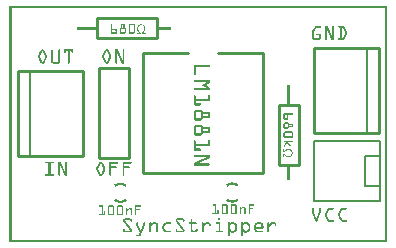
<source format=gto>
G04 MADE WITH FRITZING*
G04 WWW.FRITZING.ORG*
G04 DOUBLE SIDED*
G04 HOLES PLATED*
G04 CONTOUR ON CENTER OF CONTOUR VECTOR*
%ASAXBY*%
%FSLAX23Y23*%
%MOIN*%
%OFA0B0*%
%SFA1.0B1.0*%
%ADD10R,0.225000X0.205000X0.215000X0.195000*%
%ADD11C,0.005000*%
%ADD12R,0.055000X0.105000X0.045000X0.095000*%
%ADD13C,0.010000*%
%ADD14R,0.001000X0.001000*%
%LNSILK1*%
G90*
G70*
G54D11*
X1013Y337D02*
X1233Y337D01*
X1233Y137D01*
X1013Y137D01*
X1013Y337D01*
D02*
X1183Y287D02*
X1233Y287D01*
X1233Y187D01*
X1183Y187D01*
X1183Y287D01*
D02*
G54D13*
X445Y630D02*
X445Y230D01*
D02*
X445Y230D02*
X845Y230D01*
D02*
X845Y230D02*
X845Y630D01*
D02*
X445Y630D02*
X595Y630D01*
D02*
X695Y630D02*
X845Y630D01*
D02*
X963Y456D02*
X963Y256D01*
D02*
X963Y256D02*
X897Y256D01*
D02*
X897Y256D02*
X897Y456D01*
D02*
X897Y456D02*
X963Y456D01*
D02*
X291Y746D02*
X491Y746D01*
D02*
X491Y746D02*
X491Y680D01*
D02*
X491Y680D02*
X291Y680D01*
D02*
X291Y680D02*
X291Y746D01*
D02*
X297Y580D02*
X297Y280D01*
D02*
X297Y280D02*
X397Y280D01*
D02*
X397Y280D02*
X397Y580D01*
D02*
X397Y580D02*
X297Y580D01*
D02*
X244Y287D02*
X244Y572D01*
D02*
X244Y572D02*
X28Y572D01*
D02*
X28Y572D02*
X28Y287D01*
D02*
X28Y287D02*
X244Y287D01*
G54D11*
D02*
X68Y572D02*
X68Y287D01*
G54D13*
D02*
X1016Y649D02*
X1016Y364D01*
D02*
X1016Y364D02*
X1232Y364D01*
D02*
X1232Y364D02*
X1232Y649D01*
D02*
X1232Y649D02*
X1016Y649D01*
G54D11*
D02*
X1192Y364D02*
X1192Y649D01*
G54D14*
X0Y787D02*
X1258Y787D01*
X0Y786D02*
X1258Y786D01*
X0Y785D02*
X1258Y785D01*
X0Y784D02*
X1258Y784D01*
X0Y783D02*
X1258Y783D01*
X0Y782D02*
X1258Y782D01*
X0Y781D02*
X1258Y781D01*
X0Y780D02*
X1258Y780D01*
X0Y779D02*
X7Y779D01*
X1251Y779D02*
X1258Y779D01*
X0Y778D02*
X7Y778D01*
X1251Y778D02*
X1258Y778D01*
X0Y777D02*
X7Y777D01*
X1251Y777D02*
X1258Y777D01*
X0Y776D02*
X7Y776D01*
X1251Y776D02*
X1258Y776D01*
X0Y775D02*
X7Y775D01*
X1251Y775D02*
X1258Y775D01*
X0Y774D02*
X7Y774D01*
X1251Y774D02*
X1258Y774D01*
X0Y773D02*
X7Y773D01*
X1251Y773D02*
X1258Y773D01*
X0Y772D02*
X7Y772D01*
X1251Y772D02*
X1258Y772D01*
X0Y771D02*
X7Y771D01*
X1251Y771D02*
X1258Y771D01*
X0Y770D02*
X7Y770D01*
X1251Y770D02*
X1258Y770D01*
X0Y769D02*
X7Y769D01*
X1251Y769D02*
X1258Y769D01*
X0Y768D02*
X7Y768D01*
X1251Y768D02*
X1258Y768D01*
X0Y767D02*
X7Y767D01*
X1251Y767D02*
X1258Y767D01*
X0Y766D02*
X7Y766D01*
X1251Y766D02*
X1258Y766D01*
X0Y765D02*
X7Y765D01*
X1251Y765D02*
X1258Y765D01*
X0Y764D02*
X7Y764D01*
X1251Y764D02*
X1258Y764D01*
X0Y763D02*
X7Y763D01*
X1251Y763D02*
X1258Y763D01*
X0Y762D02*
X7Y762D01*
X1251Y762D02*
X1258Y762D01*
X0Y761D02*
X7Y761D01*
X1251Y761D02*
X1258Y761D01*
X0Y760D02*
X7Y760D01*
X1251Y760D02*
X1258Y760D01*
X0Y759D02*
X7Y759D01*
X1251Y759D02*
X1258Y759D01*
X0Y758D02*
X7Y758D01*
X1251Y758D02*
X1258Y758D01*
X0Y757D02*
X7Y757D01*
X1251Y757D02*
X1258Y757D01*
X0Y756D02*
X7Y756D01*
X1251Y756D02*
X1258Y756D01*
X0Y755D02*
X7Y755D01*
X1251Y755D02*
X1258Y755D01*
X0Y754D02*
X7Y754D01*
X1251Y754D02*
X1258Y754D01*
X0Y753D02*
X7Y753D01*
X1251Y753D02*
X1258Y753D01*
X0Y752D02*
X7Y752D01*
X1251Y752D02*
X1258Y752D01*
X0Y751D02*
X7Y751D01*
X1251Y751D02*
X1258Y751D01*
X0Y750D02*
X7Y750D01*
X1251Y750D02*
X1258Y750D01*
X0Y749D02*
X7Y749D01*
X1251Y749D02*
X1258Y749D01*
X0Y748D02*
X7Y748D01*
X1251Y748D02*
X1258Y748D01*
X0Y747D02*
X7Y747D01*
X1251Y747D02*
X1258Y747D01*
X0Y746D02*
X7Y746D01*
X1251Y746D02*
X1258Y746D01*
X0Y745D02*
X7Y745D01*
X1251Y745D02*
X1258Y745D01*
X0Y744D02*
X7Y744D01*
X1251Y744D02*
X1258Y744D01*
X0Y743D02*
X7Y743D01*
X1251Y743D02*
X1258Y743D01*
X0Y742D02*
X7Y742D01*
X1251Y742D02*
X1258Y742D01*
X0Y741D02*
X7Y741D01*
X1251Y741D02*
X1258Y741D01*
X0Y740D02*
X7Y740D01*
X1251Y740D02*
X1258Y740D01*
X0Y739D02*
X7Y739D01*
X1251Y739D02*
X1258Y739D01*
X0Y738D02*
X7Y738D01*
X1251Y738D02*
X1258Y738D01*
X0Y737D02*
X7Y737D01*
X1251Y737D02*
X1258Y737D01*
X0Y736D02*
X7Y736D01*
X1251Y736D02*
X1258Y736D01*
X0Y735D02*
X7Y735D01*
X1251Y735D02*
X1258Y735D01*
X0Y734D02*
X7Y734D01*
X1251Y734D02*
X1258Y734D01*
X0Y733D02*
X7Y733D01*
X1251Y733D02*
X1258Y733D01*
X0Y732D02*
X7Y732D01*
X1251Y732D02*
X1258Y732D01*
X0Y731D02*
X7Y731D01*
X1251Y731D02*
X1258Y731D01*
X0Y730D02*
X7Y730D01*
X1251Y730D02*
X1258Y730D01*
X0Y729D02*
X7Y729D01*
X1251Y729D02*
X1258Y729D01*
X0Y728D02*
X7Y728D01*
X1251Y728D02*
X1258Y728D01*
X0Y727D02*
X7Y727D01*
X337Y727D02*
X342Y727D01*
X372Y727D02*
X382Y727D01*
X399Y727D02*
X415Y727D01*
X1251Y727D02*
X1258Y727D01*
X0Y726D02*
X7Y726D01*
X337Y726D02*
X342Y726D01*
X371Y726D02*
X383Y726D01*
X398Y726D02*
X416Y726D01*
X436Y726D02*
X441Y726D01*
X1251Y726D02*
X1258Y726D01*
X0Y725D02*
X7Y725D01*
X337Y725D02*
X342Y725D01*
X371Y725D02*
X383Y725D01*
X398Y725D02*
X417Y725D01*
X433Y725D02*
X444Y725D01*
X1251Y725D02*
X1258Y725D01*
X0Y724D02*
X7Y724D01*
X337Y724D02*
X341Y724D01*
X371Y724D02*
X383Y724D01*
X397Y724D02*
X417Y724D01*
X431Y724D02*
X446Y724D01*
X1251Y724D02*
X1258Y724D01*
X0Y723D02*
X7Y723D01*
X337Y723D02*
X340Y723D01*
X371Y723D02*
X374Y723D01*
X380Y723D02*
X383Y723D01*
X397Y723D02*
X400Y723D01*
X414Y723D02*
X417Y723D01*
X430Y723D02*
X437Y723D01*
X441Y723D02*
X448Y723D01*
X1251Y723D02*
X1258Y723D01*
X0Y722D02*
X7Y722D01*
X337Y722D02*
X340Y722D01*
X371Y722D02*
X374Y722D01*
X380Y722D02*
X383Y722D01*
X397Y722D02*
X400Y722D01*
X414Y722D02*
X417Y722D01*
X429Y722D02*
X434Y722D01*
X444Y722D02*
X449Y722D01*
X1251Y722D02*
X1258Y722D01*
X0Y721D02*
X7Y721D01*
X337Y721D02*
X340Y721D01*
X371Y721D02*
X374Y721D01*
X380Y721D02*
X383Y721D01*
X397Y721D02*
X400Y721D01*
X414Y721D02*
X417Y721D01*
X428Y721D02*
X432Y721D01*
X445Y721D02*
X449Y721D01*
X1023Y721D02*
X1036Y721D01*
X1052Y721D02*
X1059Y721D01*
X1077Y721D02*
X1079Y721D01*
X1097Y721D02*
X1111Y721D01*
X1251Y721D02*
X1258Y721D01*
X0Y720D02*
X7Y720D01*
X337Y720D02*
X340Y720D01*
X371Y720D02*
X374Y720D01*
X380Y720D02*
X383Y720D01*
X397Y720D02*
X400Y720D01*
X414Y720D02*
X417Y720D01*
X427Y720D02*
X431Y720D01*
X446Y720D02*
X450Y720D01*
X1021Y720D02*
X1037Y720D01*
X1052Y720D02*
X1059Y720D01*
X1076Y720D02*
X1080Y720D01*
X1096Y720D02*
X1114Y720D01*
X1251Y720D02*
X1258Y720D01*
X0Y719D02*
X7Y719D01*
X337Y719D02*
X340Y719D01*
X371Y719D02*
X374Y719D01*
X380Y719D02*
X383Y719D01*
X397Y719D02*
X400Y719D01*
X414Y719D02*
X417Y719D01*
X427Y719D02*
X430Y719D01*
X447Y719D02*
X451Y719D01*
X1020Y719D02*
X1037Y719D01*
X1052Y719D02*
X1060Y719D01*
X1076Y719D02*
X1081Y719D01*
X1096Y719D02*
X1115Y719D01*
X1251Y719D02*
X1258Y719D01*
X0Y718D02*
X7Y718D01*
X337Y718D02*
X340Y718D01*
X371Y718D02*
X374Y718D01*
X380Y718D02*
X383Y718D01*
X397Y718D02*
X400Y718D01*
X414Y718D02*
X417Y718D01*
X426Y718D02*
X430Y718D01*
X448Y718D02*
X451Y718D01*
X1019Y718D02*
X1037Y718D01*
X1052Y718D02*
X1060Y718D01*
X1076Y718D02*
X1081Y718D01*
X1096Y718D02*
X1116Y718D01*
X1251Y718D02*
X1258Y718D01*
X0Y717D02*
X7Y717D01*
X224Y717D02*
X290Y717D01*
X337Y717D02*
X340Y717D01*
X371Y717D02*
X374Y717D01*
X380Y717D02*
X383Y717D01*
X397Y717D02*
X400Y717D01*
X414Y717D02*
X417Y717D01*
X426Y717D02*
X429Y717D01*
X448Y717D02*
X452Y717D01*
X491Y717D02*
X538Y717D01*
X1018Y717D02*
X1037Y717D01*
X1052Y717D02*
X1061Y717D01*
X1076Y717D02*
X1081Y717D01*
X1096Y717D02*
X1117Y717D01*
X1251Y717D02*
X1258Y717D01*
X0Y716D02*
X7Y716D01*
X224Y716D02*
X290Y716D01*
X337Y716D02*
X340Y716D01*
X371Y716D02*
X374Y716D01*
X380Y716D02*
X383Y716D01*
X397Y716D02*
X400Y716D01*
X414Y716D02*
X417Y716D01*
X426Y716D02*
X429Y716D01*
X448Y716D02*
X452Y716D01*
X491Y716D02*
X538Y716D01*
X1017Y716D02*
X1036Y716D01*
X1052Y716D02*
X1061Y716D01*
X1076Y716D02*
X1081Y716D01*
X1097Y716D02*
X1117Y716D01*
X1251Y716D02*
X1258Y716D01*
X0Y715D02*
X7Y715D01*
X224Y715D02*
X290Y715D01*
X337Y715D02*
X340Y715D01*
X371Y715D02*
X374Y715D01*
X380Y715D02*
X383Y715D01*
X397Y715D02*
X400Y715D01*
X414Y715D02*
X417Y715D01*
X425Y715D02*
X429Y715D01*
X448Y715D02*
X452Y715D01*
X491Y715D02*
X538Y715D01*
X1016Y715D02*
X1024Y715D01*
X1052Y715D02*
X1062Y715D01*
X1076Y715D02*
X1081Y715D01*
X1101Y715D02*
X1107Y715D01*
X1111Y715D02*
X1118Y715D01*
X1251Y715D02*
X1258Y715D01*
X0Y714D02*
X7Y714D01*
X224Y714D02*
X290Y714D01*
X337Y714D02*
X340Y714D01*
X371Y714D02*
X375Y714D01*
X379Y714D02*
X383Y714D01*
X397Y714D02*
X400Y714D01*
X414Y714D02*
X417Y714D01*
X425Y714D02*
X429Y714D01*
X449Y714D02*
X452Y714D01*
X491Y714D02*
X538Y714D01*
X1016Y714D02*
X1022Y714D01*
X1052Y714D02*
X1062Y714D01*
X1076Y714D02*
X1081Y714D01*
X1101Y714D02*
X1107Y714D01*
X1112Y714D02*
X1118Y714D01*
X1251Y714D02*
X1258Y714D01*
X0Y713D02*
X7Y713D01*
X224Y713D02*
X290Y713D01*
X337Y713D02*
X340Y713D01*
X369Y713D02*
X385Y713D01*
X397Y713D02*
X400Y713D01*
X414Y713D02*
X417Y713D01*
X425Y713D02*
X429Y713D01*
X449Y713D02*
X452Y713D01*
X491Y713D02*
X538Y713D01*
X1015Y713D02*
X1022Y713D01*
X1052Y713D02*
X1062Y713D01*
X1076Y713D02*
X1081Y713D01*
X1101Y713D02*
X1107Y713D01*
X1113Y713D02*
X1119Y713D01*
X1251Y713D02*
X1258Y713D01*
X0Y712D02*
X7Y712D01*
X224Y712D02*
X290Y712D01*
X337Y712D02*
X340Y712D01*
X368Y712D02*
X386Y712D01*
X397Y712D02*
X400Y712D01*
X414Y712D02*
X417Y712D01*
X425Y712D02*
X429Y712D01*
X449Y712D02*
X452Y712D01*
X491Y712D02*
X538Y712D01*
X1014Y712D02*
X1021Y712D01*
X1052Y712D02*
X1063Y712D01*
X1076Y712D02*
X1081Y712D01*
X1101Y712D02*
X1107Y712D01*
X1113Y712D02*
X1119Y712D01*
X1251Y712D02*
X1258Y712D01*
X0Y711D02*
X7Y711D01*
X224Y711D02*
X290Y711D01*
X337Y711D02*
X340Y711D01*
X367Y711D02*
X387Y711D01*
X397Y711D02*
X400Y711D01*
X414Y711D02*
X417Y711D01*
X425Y711D02*
X429Y711D01*
X449Y711D02*
X452Y711D01*
X491Y711D02*
X538Y711D01*
X1013Y711D02*
X1020Y711D01*
X1052Y711D02*
X1063Y711D01*
X1076Y711D02*
X1081Y711D01*
X1101Y711D02*
X1107Y711D01*
X1114Y711D02*
X1120Y711D01*
X1251Y711D02*
X1258Y711D01*
X0Y710D02*
X7Y710D01*
X224Y710D02*
X290Y710D01*
X337Y710D02*
X356Y710D01*
X367Y710D02*
X387Y710D01*
X397Y710D02*
X400Y710D01*
X414Y710D02*
X417Y710D01*
X425Y710D02*
X429Y710D01*
X449Y710D02*
X452Y710D01*
X491Y710D02*
X538Y710D01*
X1013Y710D02*
X1019Y710D01*
X1052Y710D02*
X1064Y710D01*
X1076Y710D02*
X1081Y710D01*
X1101Y710D02*
X1107Y710D01*
X1114Y710D02*
X1120Y710D01*
X1251Y710D02*
X1258Y710D01*
X0Y709D02*
X7Y709D01*
X224Y709D02*
X290Y709D01*
X337Y709D02*
X357Y709D01*
X367Y709D02*
X370Y709D01*
X384Y709D02*
X387Y709D01*
X397Y709D02*
X400Y709D01*
X414Y709D02*
X417Y709D01*
X425Y709D02*
X429Y709D01*
X448Y709D02*
X452Y709D01*
X491Y709D02*
X538Y709D01*
X1012Y709D02*
X1019Y709D01*
X1052Y709D02*
X1057Y709D01*
X1059Y709D02*
X1064Y709D01*
X1076Y709D02*
X1081Y709D01*
X1101Y709D02*
X1107Y709D01*
X1115Y709D02*
X1121Y709D01*
X1251Y709D02*
X1258Y709D01*
X0Y708D02*
X7Y708D01*
X224Y708D02*
X290Y708D01*
X337Y708D02*
X357Y708D01*
X367Y708D02*
X370Y708D01*
X384Y708D02*
X387Y708D01*
X397Y708D02*
X400Y708D01*
X414Y708D02*
X417Y708D01*
X426Y708D02*
X429Y708D01*
X448Y708D02*
X452Y708D01*
X492Y708D02*
X539Y708D01*
X1011Y708D02*
X1018Y708D01*
X1052Y708D02*
X1057Y708D01*
X1059Y708D02*
X1065Y708D01*
X1076Y708D02*
X1081Y708D01*
X1101Y708D02*
X1107Y708D01*
X1115Y708D02*
X1121Y708D01*
X1251Y708D02*
X1258Y708D01*
X0Y707D02*
X7Y707D01*
X337Y707D02*
X357Y707D01*
X367Y707D02*
X370Y707D01*
X384Y707D02*
X387Y707D01*
X397Y707D02*
X400Y707D01*
X414Y707D02*
X417Y707D01*
X426Y707D02*
X429Y707D01*
X448Y707D02*
X451Y707D01*
X1010Y707D02*
X1017Y707D01*
X1052Y707D02*
X1057Y707D01*
X1059Y707D02*
X1065Y707D01*
X1076Y707D02*
X1081Y707D01*
X1101Y707D02*
X1107Y707D01*
X1116Y707D02*
X1122Y707D01*
X1251Y707D02*
X1258Y707D01*
X0Y706D02*
X7Y706D01*
X337Y706D02*
X341Y706D01*
X353Y706D02*
X357Y706D01*
X367Y706D02*
X370Y706D01*
X384Y706D02*
X387Y706D01*
X397Y706D02*
X400Y706D01*
X414Y706D02*
X417Y706D01*
X426Y706D02*
X430Y706D01*
X448Y706D02*
X451Y706D01*
X1010Y706D02*
X1016Y706D01*
X1052Y706D02*
X1057Y706D01*
X1060Y706D02*
X1066Y706D01*
X1076Y706D02*
X1081Y706D01*
X1101Y706D02*
X1107Y706D01*
X1116Y706D02*
X1122Y706D01*
X1251Y706D02*
X1258Y706D01*
X0Y705D02*
X7Y705D01*
X337Y705D02*
X340Y705D01*
X354Y705D02*
X357Y705D01*
X367Y705D02*
X370Y705D01*
X384Y705D02*
X387Y705D01*
X397Y705D02*
X400Y705D01*
X414Y705D02*
X417Y705D01*
X427Y705D02*
X430Y705D01*
X447Y705D02*
X451Y705D01*
X1009Y705D02*
X1015Y705D01*
X1052Y705D02*
X1057Y705D01*
X1060Y705D02*
X1066Y705D01*
X1076Y705D02*
X1081Y705D01*
X1101Y705D02*
X1107Y705D01*
X1117Y705D02*
X1123Y705D01*
X1251Y705D02*
X1258Y705D01*
X0Y704D02*
X7Y704D01*
X337Y704D02*
X340Y704D01*
X354Y704D02*
X357Y704D01*
X367Y704D02*
X370Y704D01*
X384Y704D02*
X387Y704D01*
X397Y704D02*
X400Y704D01*
X414Y704D02*
X417Y704D01*
X427Y704D02*
X431Y704D01*
X447Y704D02*
X450Y704D01*
X1009Y704D02*
X1015Y704D01*
X1052Y704D02*
X1057Y704D01*
X1061Y704D02*
X1066Y704D01*
X1076Y704D02*
X1081Y704D01*
X1101Y704D02*
X1107Y704D01*
X1117Y704D02*
X1123Y704D01*
X1251Y704D02*
X1258Y704D01*
X0Y703D02*
X7Y703D01*
X337Y703D02*
X340Y703D01*
X354Y703D02*
X357Y703D01*
X367Y703D02*
X370Y703D01*
X384Y703D02*
X387Y703D01*
X397Y703D02*
X400Y703D01*
X414Y703D02*
X417Y703D01*
X428Y703D02*
X431Y703D01*
X446Y703D02*
X449Y703D01*
X1008Y703D02*
X1014Y703D01*
X1052Y703D02*
X1057Y703D01*
X1061Y703D02*
X1067Y703D01*
X1076Y703D02*
X1081Y703D01*
X1101Y703D02*
X1107Y703D01*
X1118Y703D02*
X1124Y703D01*
X1251Y703D02*
X1258Y703D01*
X0Y702D02*
X7Y702D01*
X337Y702D02*
X340Y702D01*
X354Y702D02*
X357Y702D01*
X367Y702D02*
X370Y702D01*
X384Y702D02*
X387Y702D01*
X397Y702D02*
X400Y702D01*
X414Y702D02*
X417Y702D01*
X429Y702D02*
X432Y702D01*
X445Y702D02*
X449Y702D01*
X1008Y702D02*
X1014Y702D01*
X1052Y702D02*
X1057Y702D01*
X1062Y702D02*
X1067Y702D01*
X1076Y702D02*
X1081Y702D01*
X1101Y702D02*
X1107Y702D01*
X1118Y702D02*
X1124Y702D01*
X1251Y702D02*
X1258Y702D01*
X0Y701D02*
X7Y701D01*
X337Y701D02*
X340Y701D01*
X354Y701D02*
X357Y701D01*
X367Y701D02*
X370Y701D01*
X384Y701D02*
X387Y701D01*
X397Y701D02*
X400Y701D01*
X414Y701D02*
X417Y701D01*
X430Y701D02*
X433Y701D01*
X445Y701D02*
X448Y701D01*
X1008Y701D02*
X1013Y701D01*
X1052Y701D02*
X1057Y701D01*
X1062Y701D02*
X1068Y701D01*
X1076Y701D02*
X1081Y701D01*
X1101Y701D02*
X1107Y701D01*
X1119Y701D02*
X1124Y701D01*
X1251Y701D02*
X1258Y701D01*
X0Y700D02*
X7Y700D01*
X337Y700D02*
X340Y700D01*
X354Y700D02*
X357Y700D01*
X367Y700D02*
X370Y700D01*
X384Y700D02*
X387Y700D01*
X397Y700D02*
X401Y700D01*
X414Y700D02*
X417Y700D01*
X431Y700D02*
X434Y700D01*
X444Y700D02*
X447Y700D01*
X1008Y700D02*
X1013Y700D01*
X1052Y700D02*
X1057Y700D01*
X1062Y700D02*
X1068Y700D01*
X1076Y700D02*
X1081Y700D01*
X1101Y700D02*
X1107Y700D01*
X1119Y700D02*
X1124Y700D01*
X1251Y700D02*
X1258Y700D01*
X0Y699D02*
X7Y699D01*
X337Y699D02*
X357Y699D01*
X367Y699D02*
X387Y699D01*
X397Y699D02*
X417Y699D01*
X432Y699D02*
X435Y699D01*
X442Y699D02*
X446Y699D01*
X1008Y699D02*
X1013Y699D01*
X1052Y699D02*
X1057Y699D01*
X1063Y699D02*
X1069Y699D01*
X1076Y699D02*
X1081Y699D01*
X1101Y699D02*
X1107Y699D01*
X1119Y699D02*
X1124Y699D01*
X1251Y699D02*
X1258Y699D01*
X0Y698D02*
X7Y698D01*
X337Y698D02*
X357Y698D01*
X368Y698D02*
X387Y698D01*
X398Y698D02*
X417Y698D01*
X424Y698D02*
X436Y698D01*
X442Y698D02*
X453Y698D01*
X1008Y698D02*
X1013Y698D01*
X1052Y698D02*
X1057Y698D01*
X1063Y698D02*
X1069Y698D01*
X1076Y698D02*
X1081Y698D01*
X1101Y698D02*
X1107Y698D01*
X1119Y698D02*
X1125Y698D01*
X1251Y698D02*
X1258Y698D01*
X0Y697D02*
X7Y697D01*
X337Y697D02*
X357Y697D01*
X368Y697D02*
X386Y697D01*
X398Y697D02*
X416Y697D01*
X424Y697D02*
X436Y697D01*
X442Y697D02*
X453Y697D01*
X1008Y697D02*
X1013Y697D01*
X1052Y697D02*
X1057Y697D01*
X1064Y697D02*
X1069Y697D01*
X1076Y697D02*
X1081Y697D01*
X1101Y697D02*
X1107Y697D01*
X1119Y697D02*
X1125Y697D01*
X1251Y697D02*
X1258Y697D01*
X0Y696D02*
X7Y696D01*
X338Y696D02*
X356Y696D01*
X369Y696D02*
X385Y696D01*
X399Y696D02*
X415Y696D01*
X424Y696D02*
X436Y696D01*
X442Y696D02*
X453Y696D01*
X1008Y696D02*
X1013Y696D01*
X1052Y696D02*
X1057Y696D01*
X1064Y696D02*
X1070Y696D01*
X1076Y696D02*
X1081Y696D01*
X1101Y696D02*
X1107Y696D01*
X1119Y696D02*
X1124Y696D01*
X1251Y696D02*
X1258Y696D01*
X0Y695D02*
X7Y695D01*
X1008Y695D02*
X1013Y695D01*
X1024Y695D02*
X1037Y695D01*
X1052Y695D02*
X1057Y695D01*
X1065Y695D02*
X1070Y695D01*
X1076Y695D02*
X1081Y695D01*
X1101Y695D02*
X1107Y695D01*
X1119Y695D02*
X1124Y695D01*
X1251Y695D02*
X1258Y695D01*
X0Y694D02*
X7Y694D01*
X1008Y694D02*
X1013Y694D01*
X1023Y694D02*
X1037Y694D01*
X1052Y694D02*
X1057Y694D01*
X1065Y694D02*
X1071Y694D01*
X1076Y694D02*
X1081Y694D01*
X1101Y694D02*
X1107Y694D01*
X1118Y694D02*
X1124Y694D01*
X1251Y694D02*
X1258Y694D01*
X0Y693D02*
X7Y693D01*
X1008Y693D02*
X1013Y693D01*
X1023Y693D02*
X1037Y693D01*
X1052Y693D02*
X1057Y693D01*
X1066Y693D02*
X1071Y693D01*
X1076Y693D02*
X1081Y693D01*
X1101Y693D02*
X1107Y693D01*
X1118Y693D02*
X1124Y693D01*
X1251Y693D02*
X1258Y693D01*
X0Y692D02*
X7Y692D01*
X1008Y692D02*
X1013Y692D01*
X1023Y692D02*
X1037Y692D01*
X1052Y692D02*
X1057Y692D01*
X1066Y692D02*
X1072Y692D01*
X1076Y692D02*
X1081Y692D01*
X1101Y692D02*
X1107Y692D01*
X1117Y692D02*
X1123Y692D01*
X1251Y692D02*
X1258Y692D01*
X0Y691D02*
X7Y691D01*
X1008Y691D02*
X1013Y691D01*
X1024Y691D02*
X1037Y691D01*
X1052Y691D02*
X1057Y691D01*
X1066Y691D02*
X1072Y691D01*
X1076Y691D02*
X1081Y691D01*
X1101Y691D02*
X1107Y691D01*
X1117Y691D02*
X1123Y691D01*
X1251Y691D02*
X1258Y691D01*
X0Y690D02*
X7Y690D01*
X1008Y690D02*
X1013Y690D01*
X1025Y690D02*
X1037Y690D01*
X1052Y690D02*
X1057Y690D01*
X1067Y690D02*
X1073Y690D01*
X1076Y690D02*
X1081Y690D01*
X1101Y690D02*
X1107Y690D01*
X1116Y690D02*
X1122Y690D01*
X1251Y690D02*
X1258Y690D01*
X0Y689D02*
X7Y689D01*
X1008Y689D02*
X1013Y689D01*
X1032Y689D02*
X1037Y689D01*
X1052Y689D02*
X1057Y689D01*
X1067Y689D02*
X1073Y689D01*
X1076Y689D02*
X1081Y689D01*
X1101Y689D02*
X1107Y689D01*
X1116Y689D02*
X1122Y689D01*
X1251Y689D02*
X1258Y689D01*
X0Y688D02*
X7Y688D01*
X1008Y688D02*
X1013Y688D01*
X1032Y688D02*
X1037Y688D01*
X1052Y688D02*
X1057Y688D01*
X1068Y688D02*
X1073Y688D01*
X1076Y688D02*
X1081Y688D01*
X1101Y688D02*
X1107Y688D01*
X1115Y688D02*
X1121Y688D01*
X1251Y688D02*
X1258Y688D01*
X0Y687D02*
X7Y687D01*
X1008Y687D02*
X1013Y687D01*
X1032Y687D02*
X1037Y687D01*
X1052Y687D02*
X1057Y687D01*
X1068Y687D02*
X1074Y687D01*
X1076Y687D02*
X1081Y687D01*
X1101Y687D02*
X1107Y687D01*
X1115Y687D02*
X1121Y687D01*
X1251Y687D02*
X1258Y687D01*
X0Y686D02*
X7Y686D01*
X1008Y686D02*
X1013Y686D01*
X1032Y686D02*
X1037Y686D01*
X1052Y686D02*
X1057Y686D01*
X1069Y686D02*
X1081Y686D01*
X1101Y686D02*
X1107Y686D01*
X1114Y686D02*
X1120Y686D01*
X1251Y686D02*
X1258Y686D01*
X0Y685D02*
X7Y685D01*
X1008Y685D02*
X1013Y685D01*
X1032Y685D02*
X1037Y685D01*
X1052Y685D02*
X1057Y685D01*
X1069Y685D02*
X1081Y685D01*
X1101Y685D02*
X1107Y685D01*
X1114Y685D02*
X1120Y685D01*
X1251Y685D02*
X1258Y685D01*
X0Y684D02*
X7Y684D01*
X1008Y684D02*
X1013Y684D01*
X1032Y684D02*
X1037Y684D01*
X1052Y684D02*
X1057Y684D01*
X1069Y684D02*
X1081Y684D01*
X1101Y684D02*
X1107Y684D01*
X1113Y684D02*
X1119Y684D01*
X1251Y684D02*
X1258Y684D01*
X0Y683D02*
X7Y683D01*
X1008Y683D02*
X1013Y683D01*
X1032Y683D02*
X1037Y683D01*
X1052Y683D02*
X1057Y683D01*
X1070Y683D02*
X1081Y683D01*
X1101Y683D02*
X1107Y683D01*
X1113Y683D02*
X1119Y683D01*
X1251Y683D02*
X1258Y683D01*
X0Y682D02*
X7Y682D01*
X1008Y682D02*
X1013Y682D01*
X1032Y682D02*
X1037Y682D01*
X1052Y682D02*
X1057Y682D01*
X1070Y682D02*
X1081Y682D01*
X1101Y682D02*
X1107Y682D01*
X1112Y682D02*
X1118Y682D01*
X1251Y682D02*
X1258Y682D01*
X0Y681D02*
X7Y681D01*
X1008Y681D02*
X1014Y681D01*
X1031Y681D02*
X1037Y681D01*
X1052Y681D02*
X1057Y681D01*
X1071Y681D02*
X1081Y681D01*
X1101Y681D02*
X1107Y681D01*
X1112Y681D02*
X1118Y681D01*
X1251Y681D02*
X1258Y681D01*
X0Y680D02*
X7Y680D01*
X1009Y680D02*
X1036Y680D01*
X1052Y680D02*
X1057Y680D01*
X1071Y680D02*
X1081Y680D01*
X1097Y680D02*
X1117Y680D01*
X1251Y680D02*
X1258Y680D01*
X0Y679D02*
X7Y679D01*
X1009Y679D02*
X1036Y679D01*
X1052Y679D02*
X1057Y679D01*
X1072Y679D02*
X1081Y679D01*
X1096Y679D02*
X1117Y679D01*
X1251Y679D02*
X1258Y679D01*
X0Y678D02*
X7Y678D01*
X1010Y678D02*
X1035Y678D01*
X1052Y678D02*
X1057Y678D01*
X1072Y678D02*
X1081Y678D01*
X1096Y678D02*
X1116Y678D01*
X1251Y678D02*
X1258Y678D01*
X0Y677D02*
X7Y677D01*
X1011Y677D02*
X1034Y677D01*
X1052Y677D02*
X1057Y677D01*
X1073Y677D02*
X1081Y677D01*
X1096Y677D02*
X1115Y677D01*
X1251Y677D02*
X1258Y677D01*
X0Y676D02*
X7Y676D01*
X1012Y676D02*
X1033Y676D01*
X1052Y676D02*
X1056Y676D01*
X1073Y676D02*
X1081Y676D01*
X1096Y676D02*
X1114Y676D01*
X1251Y676D02*
X1258Y676D01*
X0Y675D02*
X7Y675D01*
X1013Y675D02*
X1032Y675D01*
X1053Y675D02*
X1056Y675D01*
X1073Y675D02*
X1081Y675D01*
X1097Y675D02*
X1112Y675D01*
X1251Y675D02*
X1258Y675D01*
X0Y674D02*
X7Y674D01*
X1251Y674D02*
X1258Y674D01*
X0Y673D02*
X7Y673D01*
X1251Y673D02*
X1258Y673D01*
X0Y672D02*
X7Y672D01*
X1251Y672D02*
X1258Y672D01*
X0Y671D02*
X7Y671D01*
X1251Y671D02*
X1258Y671D01*
X0Y670D02*
X7Y670D01*
X1251Y670D02*
X1258Y670D01*
X0Y669D02*
X7Y669D01*
X1251Y669D02*
X1258Y669D01*
X0Y668D02*
X7Y668D01*
X1251Y668D02*
X1258Y668D01*
X0Y667D02*
X7Y667D01*
X1251Y667D02*
X1258Y667D01*
X0Y666D02*
X7Y666D01*
X1251Y666D02*
X1258Y666D01*
X0Y665D02*
X7Y665D01*
X1251Y665D02*
X1258Y665D01*
X0Y664D02*
X7Y664D01*
X1251Y664D02*
X1258Y664D01*
X0Y663D02*
X7Y663D01*
X1251Y663D02*
X1258Y663D01*
X0Y662D02*
X7Y662D01*
X1251Y662D02*
X1258Y662D01*
X0Y661D02*
X7Y661D01*
X1251Y661D02*
X1258Y661D01*
X0Y660D02*
X7Y660D01*
X1251Y660D02*
X1258Y660D01*
X0Y659D02*
X7Y659D01*
X1251Y659D02*
X1258Y659D01*
X0Y658D02*
X7Y658D01*
X1251Y658D02*
X1258Y658D01*
X0Y657D02*
X7Y657D01*
X1251Y657D02*
X1258Y657D01*
X0Y656D02*
X7Y656D01*
X1251Y656D02*
X1258Y656D01*
X0Y655D02*
X7Y655D01*
X1251Y655D02*
X1258Y655D01*
X0Y654D02*
X7Y654D01*
X1251Y654D02*
X1258Y654D01*
X0Y653D02*
X7Y653D01*
X1251Y653D02*
X1258Y653D01*
X0Y652D02*
X7Y652D01*
X1251Y652D02*
X1258Y652D01*
X0Y651D02*
X7Y651D01*
X1251Y651D02*
X1258Y651D01*
X0Y650D02*
X7Y650D01*
X1251Y650D02*
X1258Y650D01*
X0Y649D02*
X7Y649D01*
X1251Y649D02*
X1258Y649D01*
X0Y648D02*
X7Y648D01*
X1251Y648D02*
X1258Y648D01*
X0Y647D02*
X7Y647D01*
X1251Y647D02*
X1258Y647D01*
X0Y646D02*
X7Y646D01*
X1251Y646D02*
X1258Y646D01*
X0Y645D02*
X7Y645D01*
X1251Y645D02*
X1258Y645D01*
X0Y644D02*
X7Y644D01*
X1251Y644D02*
X1258Y644D01*
X0Y643D02*
X7Y643D01*
X1251Y643D02*
X1258Y643D01*
X0Y642D02*
X7Y642D01*
X108Y642D02*
X111Y642D01*
X141Y642D02*
X142Y642D01*
X165Y642D02*
X166Y642D01*
X183Y642D02*
X212Y642D01*
X321Y642D02*
X326Y642D01*
X353Y642D02*
X360Y642D01*
X378Y642D02*
X381Y642D01*
X1251Y642D02*
X1258Y642D01*
X0Y641D02*
X7Y641D01*
X106Y641D02*
X113Y641D01*
X139Y641D02*
X143Y641D01*
X163Y641D02*
X167Y641D01*
X183Y641D02*
X212Y641D01*
X319Y641D02*
X328Y641D01*
X353Y641D02*
X361Y641D01*
X377Y641D02*
X382Y641D01*
X1251Y641D02*
X1258Y641D01*
X0Y640D02*
X7Y640D01*
X105Y640D02*
X115Y640D01*
X139Y640D02*
X144Y640D01*
X163Y640D02*
X168Y640D01*
X183Y640D02*
X212Y640D01*
X318Y640D02*
X329Y640D01*
X353Y640D02*
X361Y640D01*
X377Y640D02*
X382Y640D01*
X1251Y640D02*
X1258Y640D01*
X0Y639D02*
X7Y639D01*
X104Y639D02*
X115Y639D01*
X139Y639D02*
X144Y639D01*
X163Y639D02*
X168Y639D01*
X183Y639D02*
X212Y639D01*
X317Y639D02*
X330Y639D01*
X353Y639D02*
X362Y639D01*
X377Y639D02*
X382Y639D01*
X1251Y639D02*
X1258Y639D01*
X0Y638D02*
X7Y638D01*
X103Y638D02*
X116Y638D01*
X139Y638D02*
X144Y638D01*
X163Y638D02*
X168Y638D01*
X183Y638D02*
X212Y638D01*
X317Y638D02*
X330Y638D01*
X353Y638D02*
X362Y638D01*
X377Y638D02*
X382Y638D01*
X1251Y638D02*
X1258Y638D01*
X0Y637D02*
X7Y637D01*
X102Y637D02*
X117Y637D01*
X139Y637D02*
X144Y637D01*
X163Y637D02*
X168Y637D01*
X183Y637D02*
X212Y637D01*
X316Y637D02*
X331Y637D01*
X353Y637D02*
X362Y637D01*
X377Y637D02*
X382Y637D01*
X1251Y637D02*
X1258Y637D01*
X0Y636D02*
X7Y636D01*
X102Y636D02*
X108Y636D01*
X111Y636D02*
X117Y636D01*
X139Y636D02*
X144Y636D01*
X163Y636D02*
X168Y636D01*
X183Y636D02*
X188Y636D01*
X194Y636D02*
X200Y636D01*
X206Y636D02*
X212Y636D01*
X316Y636D02*
X322Y636D01*
X325Y636D02*
X331Y636D01*
X353Y636D02*
X363Y636D01*
X377Y636D02*
X382Y636D01*
X1251Y636D02*
X1258Y636D01*
X0Y635D02*
X7Y635D01*
X102Y635D02*
X107Y635D01*
X112Y635D02*
X118Y635D01*
X139Y635D02*
X144Y635D01*
X163Y635D02*
X168Y635D01*
X183Y635D02*
X188Y635D01*
X195Y635D02*
X200Y635D01*
X207Y635D02*
X212Y635D01*
X315Y635D02*
X321Y635D01*
X326Y635D02*
X332Y635D01*
X353Y635D02*
X363Y635D01*
X377Y635D02*
X382Y635D01*
X1251Y635D02*
X1258Y635D01*
X0Y634D02*
X7Y634D01*
X101Y634D02*
X107Y634D01*
X112Y634D02*
X118Y634D01*
X139Y634D02*
X144Y634D01*
X163Y634D02*
X168Y634D01*
X183Y634D02*
X188Y634D01*
X195Y634D02*
X200Y634D01*
X207Y634D02*
X212Y634D01*
X315Y634D02*
X321Y634D01*
X326Y634D02*
X332Y634D01*
X353Y634D02*
X364Y634D01*
X377Y634D02*
X382Y634D01*
X1251Y634D02*
X1258Y634D01*
X0Y633D02*
X7Y633D01*
X101Y633D02*
X106Y633D01*
X113Y633D02*
X119Y633D01*
X139Y633D02*
X144Y633D01*
X163Y633D02*
X168Y633D01*
X183Y633D02*
X187Y633D01*
X195Y633D02*
X200Y633D01*
X207Y633D02*
X211Y633D01*
X314Y633D02*
X320Y633D01*
X327Y633D02*
X333Y633D01*
X353Y633D02*
X364Y633D01*
X377Y633D02*
X382Y633D01*
X1251Y633D02*
X1258Y633D01*
X0Y632D02*
X7Y632D01*
X100Y632D02*
X106Y632D01*
X113Y632D02*
X119Y632D01*
X139Y632D02*
X144Y632D01*
X163Y632D02*
X168Y632D01*
X183Y632D02*
X187Y632D01*
X195Y632D02*
X200Y632D01*
X207Y632D02*
X211Y632D01*
X314Y632D02*
X320Y632D01*
X328Y632D02*
X333Y632D01*
X353Y632D02*
X365Y632D01*
X377Y632D02*
X382Y632D01*
X1251Y632D02*
X1258Y632D01*
X0Y631D02*
X7Y631D01*
X100Y631D02*
X105Y631D01*
X114Y631D02*
X120Y631D01*
X139Y631D02*
X144Y631D01*
X163Y631D02*
X168Y631D01*
X195Y631D02*
X200Y631D01*
X313Y631D02*
X319Y631D01*
X328Y631D02*
X334Y631D01*
X353Y631D02*
X365Y631D01*
X377Y631D02*
X382Y631D01*
X1251Y631D02*
X1258Y631D01*
X0Y630D02*
X7Y630D01*
X99Y630D02*
X105Y630D01*
X114Y630D02*
X120Y630D01*
X139Y630D02*
X144Y630D01*
X163Y630D02*
X168Y630D01*
X195Y630D02*
X200Y630D01*
X313Y630D02*
X319Y630D01*
X329Y630D02*
X334Y630D01*
X353Y630D02*
X358Y630D01*
X360Y630D02*
X365Y630D01*
X377Y630D02*
X382Y630D01*
X1251Y630D02*
X1258Y630D01*
X0Y629D02*
X7Y629D01*
X99Y629D02*
X104Y629D01*
X115Y629D02*
X121Y629D01*
X139Y629D02*
X144Y629D01*
X163Y629D02*
X168Y629D01*
X195Y629D02*
X200Y629D01*
X312Y629D02*
X318Y629D01*
X329Y629D02*
X335Y629D01*
X353Y629D02*
X358Y629D01*
X360Y629D02*
X366Y629D01*
X377Y629D02*
X382Y629D01*
X1251Y629D02*
X1258Y629D01*
X0Y628D02*
X7Y628D01*
X98Y628D02*
X104Y628D01*
X115Y628D02*
X121Y628D01*
X139Y628D02*
X144Y628D01*
X163Y628D02*
X168Y628D01*
X195Y628D02*
X200Y628D01*
X312Y628D02*
X318Y628D01*
X330Y628D02*
X335Y628D01*
X353Y628D02*
X358Y628D01*
X361Y628D02*
X366Y628D01*
X377Y628D02*
X382Y628D01*
X1251Y628D02*
X1258Y628D01*
X0Y627D02*
X7Y627D01*
X98Y627D02*
X103Y627D01*
X116Y627D02*
X122Y627D01*
X139Y627D02*
X144Y627D01*
X163Y627D02*
X168Y627D01*
X195Y627D02*
X200Y627D01*
X311Y627D02*
X317Y627D01*
X330Y627D02*
X336Y627D01*
X353Y627D02*
X358Y627D01*
X361Y627D02*
X367Y627D01*
X377Y627D02*
X382Y627D01*
X1251Y627D02*
X1258Y627D01*
X0Y626D02*
X7Y626D01*
X97Y626D02*
X103Y626D01*
X116Y626D02*
X122Y626D01*
X139Y626D02*
X144Y626D01*
X163Y626D02*
X168Y626D01*
X195Y626D02*
X200Y626D01*
X311Y626D02*
X317Y626D01*
X331Y626D02*
X336Y626D01*
X353Y626D02*
X358Y626D01*
X362Y626D02*
X367Y626D01*
X377Y626D02*
X382Y626D01*
X1251Y626D02*
X1258Y626D01*
X0Y625D02*
X7Y625D01*
X97Y625D02*
X102Y625D01*
X117Y625D02*
X123Y625D01*
X139Y625D02*
X144Y625D01*
X163Y625D02*
X168Y625D01*
X195Y625D02*
X200Y625D01*
X310Y625D02*
X316Y625D01*
X331Y625D02*
X337Y625D01*
X353Y625D02*
X358Y625D01*
X362Y625D02*
X368Y625D01*
X377Y625D02*
X382Y625D01*
X1251Y625D02*
X1258Y625D01*
X0Y624D02*
X7Y624D01*
X96Y624D02*
X102Y624D01*
X117Y624D02*
X123Y624D01*
X139Y624D02*
X144Y624D01*
X163Y624D02*
X168Y624D01*
X195Y624D02*
X200Y624D01*
X310Y624D02*
X316Y624D01*
X332Y624D02*
X337Y624D01*
X353Y624D02*
X358Y624D01*
X362Y624D02*
X368Y624D01*
X377Y624D02*
X382Y624D01*
X1251Y624D02*
X1258Y624D01*
X0Y623D02*
X7Y623D01*
X96Y623D02*
X101Y623D01*
X118Y623D02*
X123Y623D01*
X139Y623D02*
X144Y623D01*
X163Y623D02*
X168Y623D01*
X195Y623D02*
X200Y623D01*
X310Y623D02*
X315Y623D01*
X332Y623D02*
X338Y623D01*
X353Y623D02*
X358Y623D01*
X363Y623D02*
X369Y623D01*
X377Y623D02*
X382Y623D01*
X1251Y623D02*
X1258Y623D01*
X0Y622D02*
X7Y622D01*
X95Y622D02*
X101Y622D01*
X118Y622D02*
X124Y622D01*
X139Y622D02*
X144Y622D01*
X163Y622D02*
X168Y622D01*
X195Y622D02*
X200Y622D01*
X309Y622D02*
X315Y622D01*
X332Y622D02*
X338Y622D01*
X353Y622D02*
X358Y622D01*
X363Y622D02*
X369Y622D01*
X377Y622D02*
X382Y622D01*
X1251Y622D02*
X1258Y622D01*
X0Y621D02*
X7Y621D01*
X95Y621D02*
X101Y621D01*
X119Y621D02*
X124Y621D01*
X139Y621D02*
X144Y621D01*
X163Y621D02*
X168Y621D01*
X195Y621D02*
X200Y621D01*
X309Y621D02*
X314Y621D01*
X333Y621D02*
X338Y621D01*
X353Y621D02*
X358Y621D01*
X364Y621D02*
X369Y621D01*
X377Y621D02*
X382Y621D01*
X1251Y621D02*
X1258Y621D01*
X0Y620D02*
X7Y620D01*
X95Y620D02*
X100Y620D01*
X119Y620D02*
X124Y620D01*
X139Y620D02*
X144Y620D01*
X163Y620D02*
X168Y620D01*
X195Y620D02*
X200Y620D01*
X309Y620D02*
X314Y620D01*
X333Y620D02*
X338Y620D01*
X353Y620D02*
X358Y620D01*
X364Y620D02*
X370Y620D01*
X377Y620D02*
X382Y620D01*
X1251Y620D02*
X1258Y620D01*
X0Y619D02*
X7Y619D01*
X95Y619D02*
X100Y619D01*
X119Y619D02*
X124Y619D01*
X139Y619D02*
X144Y619D01*
X163Y619D02*
X168Y619D01*
X195Y619D02*
X200Y619D01*
X309Y619D02*
X314Y619D01*
X333Y619D02*
X338Y619D01*
X353Y619D02*
X358Y619D01*
X365Y619D02*
X370Y619D01*
X377Y619D02*
X382Y619D01*
X1251Y619D02*
X1258Y619D01*
X0Y618D02*
X7Y618D01*
X95Y618D02*
X100Y618D01*
X119Y618D02*
X124Y618D01*
X139Y618D02*
X144Y618D01*
X163Y618D02*
X168Y618D01*
X195Y618D02*
X200Y618D01*
X309Y618D02*
X314Y618D01*
X333Y618D02*
X338Y618D01*
X353Y618D02*
X358Y618D01*
X365Y618D02*
X371Y618D01*
X377Y618D02*
X382Y618D01*
X1251Y618D02*
X1258Y618D01*
X0Y617D02*
X7Y617D01*
X95Y617D02*
X100Y617D01*
X119Y617D02*
X124Y617D01*
X139Y617D02*
X144Y617D01*
X163Y617D02*
X168Y617D01*
X195Y617D02*
X200Y617D01*
X309Y617D02*
X314Y617D01*
X333Y617D02*
X338Y617D01*
X353Y617D02*
X358Y617D01*
X365Y617D02*
X371Y617D01*
X377Y617D02*
X382Y617D01*
X1251Y617D02*
X1258Y617D01*
X0Y616D02*
X7Y616D01*
X95Y616D02*
X101Y616D01*
X118Y616D02*
X124Y616D01*
X139Y616D02*
X144Y616D01*
X163Y616D02*
X168Y616D01*
X195Y616D02*
X200Y616D01*
X309Y616D02*
X315Y616D01*
X332Y616D02*
X338Y616D01*
X353Y616D02*
X358Y616D01*
X366Y616D02*
X372Y616D01*
X377Y616D02*
X382Y616D01*
X1251Y616D02*
X1258Y616D01*
X0Y615D02*
X7Y615D01*
X96Y615D02*
X101Y615D01*
X118Y615D02*
X124Y615D01*
X139Y615D02*
X144Y615D01*
X163Y615D02*
X168Y615D01*
X195Y615D02*
X200Y615D01*
X310Y615D02*
X315Y615D01*
X332Y615D02*
X337Y615D01*
X353Y615D02*
X358Y615D01*
X366Y615D02*
X372Y615D01*
X377Y615D02*
X382Y615D01*
X1251Y615D02*
X1258Y615D01*
X0Y614D02*
X7Y614D01*
X96Y614D02*
X102Y614D01*
X118Y614D02*
X123Y614D01*
X139Y614D02*
X144Y614D01*
X163Y614D02*
X168Y614D01*
X195Y614D02*
X200Y614D01*
X310Y614D02*
X316Y614D01*
X331Y614D02*
X337Y614D01*
X353Y614D02*
X358Y614D01*
X367Y614D02*
X372Y614D01*
X377Y614D02*
X382Y614D01*
X1251Y614D02*
X1258Y614D01*
X0Y613D02*
X7Y613D01*
X96Y613D02*
X102Y613D01*
X117Y613D02*
X123Y613D01*
X139Y613D02*
X144Y613D01*
X163Y613D02*
X168Y613D01*
X195Y613D02*
X200Y613D01*
X310Y613D02*
X316Y613D01*
X331Y613D02*
X337Y613D01*
X353Y613D02*
X358Y613D01*
X367Y613D02*
X373Y613D01*
X377Y613D02*
X382Y613D01*
X1251Y613D02*
X1258Y613D01*
X0Y612D02*
X7Y612D01*
X97Y612D02*
X103Y612D01*
X117Y612D02*
X122Y612D01*
X139Y612D02*
X144Y612D01*
X163Y612D02*
X168Y612D01*
X195Y612D02*
X200Y612D01*
X311Y612D02*
X317Y612D01*
X330Y612D02*
X336Y612D01*
X353Y612D02*
X358Y612D01*
X368Y612D02*
X373Y612D01*
X377Y612D02*
X382Y612D01*
X1251Y612D02*
X1258Y612D01*
X0Y611D02*
X7Y611D01*
X97Y611D02*
X103Y611D01*
X116Y611D02*
X122Y611D01*
X139Y611D02*
X144Y611D01*
X163Y611D02*
X168Y611D01*
X195Y611D02*
X200Y611D01*
X311Y611D02*
X317Y611D01*
X330Y611D02*
X336Y611D01*
X353Y611D02*
X358Y611D01*
X368Y611D02*
X374Y611D01*
X377Y611D02*
X382Y611D01*
X1251Y611D02*
X1258Y611D01*
X0Y610D02*
X7Y610D01*
X98Y610D02*
X104Y610D01*
X116Y610D02*
X121Y610D01*
X139Y610D02*
X144Y610D01*
X163Y610D02*
X168Y610D01*
X195Y610D02*
X200Y610D01*
X312Y610D02*
X318Y610D01*
X329Y610D02*
X335Y610D01*
X353Y610D02*
X358Y610D01*
X369Y610D02*
X374Y610D01*
X377Y610D02*
X382Y610D01*
X1251Y610D02*
X1258Y610D01*
X0Y609D02*
X7Y609D01*
X98Y609D02*
X104Y609D01*
X115Y609D02*
X121Y609D01*
X139Y609D02*
X144Y609D01*
X163Y609D02*
X168Y609D01*
X195Y609D02*
X200Y609D01*
X312Y609D02*
X318Y609D01*
X329Y609D02*
X335Y609D01*
X353Y609D02*
X358Y609D01*
X369Y609D02*
X375Y609D01*
X377Y609D02*
X382Y609D01*
X1251Y609D02*
X1258Y609D01*
X0Y608D02*
X7Y608D01*
X99Y608D02*
X105Y608D01*
X115Y608D02*
X120Y608D01*
X139Y608D02*
X144Y608D01*
X163Y608D02*
X168Y608D01*
X195Y608D02*
X200Y608D01*
X313Y608D02*
X319Y608D01*
X328Y608D02*
X334Y608D01*
X353Y608D02*
X358Y608D01*
X369Y608D02*
X375Y608D01*
X377Y608D02*
X382Y608D01*
X1251Y608D02*
X1258Y608D01*
X0Y607D02*
X7Y607D01*
X99Y607D02*
X105Y607D01*
X114Y607D02*
X120Y607D01*
X139Y607D02*
X144Y607D01*
X163Y607D02*
X168Y607D01*
X195Y607D02*
X200Y607D01*
X313Y607D02*
X319Y607D01*
X328Y607D02*
X334Y607D01*
X353Y607D02*
X358Y607D01*
X370Y607D02*
X382Y607D01*
X1251Y607D02*
X1258Y607D01*
X0Y606D02*
X7Y606D01*
X100Y606D02*
X106Y606D01*
X114Y606D02*
X119Y606D01*
X139Y606D02*
X144Y606D01*
X163Y606D02*
X168Y606D01*
X195Y606D02*
X200Y606D01*
X314Y606D02*
X320Y606D01*
X327Y606D02*
X333Y606D01*
X353Y606D02*
X358Y606D01*
X370Y606D02*
X382Y606D01*
X1251Y606D02*
X1258Y606D01*
X0Y605D02*
X7Y605D01*
X100Y605D02*
X106Y605D01*
X113Y605D02*
X119Y605D01*
X139Y605D02*
X144Y605D01*
X163Y605D02*
X168Y605D01*
X195Y605D02*
X200Y605D01*
X314Y605D02*
X320Y605D01*
X327Y605D02*
X333Y605D01*
X353Y605D02*
X358Y605D01*
X371Y605D02*
X382Y605D01*
X1251Y605D02*
X1258Y605D01*
X0Y604D02*
X7Y604D01*
X101Y604D02*
X107Y604D01*
X113Y604D02*
X118Y604D01*
X139Y604D02*
X144Y604D01*
X163Y604D02*
X168Y604D01*
X195Y604D02*
X200Y604D01*
X315Y604D02*
X321Y604D01*
X326Y604D02*
X332Y604D01*
X353Y604D02*
X358Y604D01*
X371Y604D02*
X382Y604D01*
X1251Y604D02*
X1258Y604D01*
X0Y603D02*
X7Y603D01*
X101Y603D02*
X107Y603D01*
X112Y603D02*
X118Y603D01*
X139Y603D02*
X144Y603D01*
X162Y603D02*
X168Y603D01*
X195Y603D02*
X200Y603D01*
X315Y603D02*
X321Y603D01*
X326Y603D02*
X332Y603D01*
X353Y603D02*
X358Y603D01*
X372Y603D02*
X382Y603D01*
X1251Y603D02*
X1258Y603D01*
X0Y602D02*
X7Y602D01*
X102Y602D02*
X108Y602D01*
X112Y602D02*
X117Y602D01*
X139Y602D02*
X145Y602D01*
X162Y602D02*
X168Y602D01*
X195Y602D02*
X200Y602D01*
X316Y602D02*
X322Y602D01*
X325Y602D02*
X331Y602D01*
X353Y602D02*
X358Y602D01*
X372Y602D02*
X382Y602D01*
X1251Y602D02*
X1258Y602D01*
X0Y601D02*
X7Y601D01*
X102Y601D02*
X117Y601D01*
X139Y601D02*
X167Y601D01*
X195Y601D02*
X200Y601D01*
X316Y601D02*
X331Y601D01*
X353Y601D02*
X358Y601D01*
X372Y601D02*
X382Y601D01*
X1251Y601D02*
X1258Y601D01*
X0Y600D02*
X7Y600D01*
X103Y600D02*
X116Y600D01*
X140Y600D02*
X167Y600D01*
X195Y600D02*
X200Y600D01*
X317Y600D02*
X330Y600D01*
X353Y600D02*
X358Y600D01*
X373Y600D02*
X382Y600D01*
X1251Y600D02*
X1258Y600D01*
X0Y599D02*
X7Y599D01*
X103Y599D02*
X116Y599D01*
X140Y599D02*
X166Y599D01*
X195Y599D02*
X200Y599D01*
X318Y599D02*
X330Y599D01*
X353Y599D02*
X358Y599D01*
X373Y599D02*
X382Y599D01*
X1251Y599D02*
X1258Y599D01*
X0Y598D02*
X7Y598D01*
X104Y598D02*
X115Y598D01*
X141Y598D02*
X165Y598D01*
X195Y598D02*
X200Y598D01*
X318Y598D02*
X329Y598D01*
X353Y598D02*
X358Y598D01*
X374Y598D02*
X382Y598D01*
X1251Y598D02*
X1258Y598D01*
X0Y597D02*
X7Y597D01*
X105Y597D02*
X114Y597D01*
X142Y597D02*
X164Y597D01*
X195Y597D02*
X199Y597D01*
X320Y597D02*
X328Y597D01*
X353Y597D02*
X357Y597D01*
X374Y597D02*
X382Y597D01*
X1251Y597D02*
X1258Y597D01*
X0Y596D02*
X7Y596D01*
X107Y596D02*
X113Y596D01*
X144Y596D02*
X163Y596D01*
X196Y596D02*
X199Y596D01*
X322Y596D02*
X326Y596D01*
X354Y596D02*
X356Y596D01*
X375Y596D02*
X382Y596D01*
X1251Y596D02*
X1258Y596D01*
X0Y595D02*
X7Y595D01*
X1251Y595D02*
X1258Y595D01*
X0Y594D02*
X7Y594D01*
X1251Y594D02*
X1258Y594D01*
X0Y593D02*
X7Y593D01*
X1251Y593D02*
X1258Y593D01*
X0Y592D02*
X7Y592D01*
X1251Y592D02*
X1258Y592D01*
X0Y591D02*
X7Y591D01*
X1251Y591D02*
X1258Y591D01*
X0Y590D02*
X7Y590D01*
X614Y590D02*
X665Y590D01*
X1251Y590D02*
X1258Y590D01*
X0Y589D02*
X7Y589D01*
X614Y589D02*
X666Y589D01*
X1251Y589D02*
X1258Y589D01*
X0Y588D02*
X7Y588D01*
X614Y588D02*
X667Y588D01*
X1251Y588D02*
X1258Y588D01*
X0Y587D02*
X7Y587D01*
X614Y587D02*
X667Y587D01*
X1251Y587D02*
X1258Y587D01*
X0Y586D02*
X7Y586D01*
X614Y586D02*
X666Y586D01*
X1251Y586D02*
X1258Y586D01*
X0Y585D02*
X7Y585D01*
X614Y585D02*
X666Y585D01*
X1251Y585D02*
X1258Y585D01*
X0Y584D02*
X7Y584D01*
X614Y584D02*
X664Y584D01*
X1251Y584D02*
X1258Y584D01*
X0Y583D02*
X7Y583D01*
X614Y583D02*
X620Y583D01*
X1251Y583D02*
X1258Y583D01*
X0Y582D02*
X7Y582D01*
X330Y582D02*
X330Y582D01*
X614Y582D02*
X620Y582D01*
X1251Y582D02*
X1258Y582D01*
X0Y581D02*
X7Y581D01*
X329Y581D02*
X331Y581D01*
X614Y581D02*
X620Y581D01*
X1251Y581D02*
X1258Y581D01*
X0Y580D02*
X7Y580D01*
X328Y580D02*
X332Y580D01*
X614Y580D02*
X620Y580D01*
X1251Y580D02*
X1258Y580D01*
X0Y579D02*
X7Y579D01*
X327Y579D02*
X333Y579D01*
X614Y579D02*
X620Y579D01*
X1251Y579D02*
X1258Y579D01*
X0Y578D02*
X7Y578D01*
X326Y578D02*
X332Y578D01*
X614Y578D02*
X620Y578D01*
X1251Y578D02*
X1258Y578D01*
X0Y577D02*
X7Y577D01*
X325Y577D02*
X331Y577D01*
X614Y577D02*
X620Y577D01*
X1251Y577D02*
X1258Y577D01*
X0Y576D02*
X7Y576D01*
X324Y576D02*
X330Y576D01*
X614Y576D02*
X620Y576D01*
X1251Y576D02*
X1258Y576D01*
X0Y575D02*
X7Y575D01*
X323Y575D02*
X329Y575D01*
X614Y575D02*
X620Y575D01*
X1251Y575D02*
X1258Y575D01*
X0Y574D02*
X7Y574D01*
X614Y574D02*
X620Y574D01*
X1251Y574D02*
X1258Y574D01*
X0Y573D02*
X7Y573D01*
X614Y573D02*
X620Y573D01*
X1251Y573D02*
X1258Y573D01*
X0Y572D02*
X7Y572D01*
X614Y572D02*
X620Y572D01*
X1251Y572D02*
X1258Y572D01*
X0Y571D02*
X7Y571D01*
X614Y571D02*
X620Y571D01*
X1251Y571D02*
X1258Y571D01*
X0Y570D02*
X7Y570D01*
X614Y570D02*
X620Y570D01*
X1251Y570D02*
X1258Y570D01*
X0Y569D02*
X7Y569D01*
X614Y569D02*
X620Y569D01*
X1251Y569D02*
X1258Y569D01*
X0Y568D02*
X7Y568D01*
X614Y568D02*
X620Y568D01*
X1251Y568D02*
X1258Y568D01*
X0Y567D02*
X7Y567D01*
X614Y567D02*
X620Y567D01*
X1251Y567D02*
X1258Y567D01*
X0Y566D02*
X7Y566D01*
X614Y566D02*
X620Y566D01*
X1251Y566D02*
X1258Y566D01*
X0Y565D02*
X7Y565D01*
X614Y565D02*
X620Y565D01*
X1251Y565D02*
X1258Y565D01*
X0Y564D02*
X7Y564D01*
X614Y564D02*
X620Y564D01*
X1251Y564D02*
X1258Y564D01*
X0Y563D02*
X7Y563D01*
X614Y563D02*
X620Y563D01*
X1251Y563D02*
X1258Y563D01*
X0Y562D02*
X7Y562D01*
X614Y562D02*
X620Y562D01*
X1251Y562D02*
X1258Y562D01*
X0Y561D02*
X7Y561D01*
X614Y561D02*
X620Y561D01*
X1251Y561D02*
X1258Y561D01*
X0Y560D02*
X7Y560D01*
X614Y560D02*
X620Y560D01*
X1251Y560D02*
X1258Y560D01*
X0Y559D02*
X7Y559D01*
X614Y559D02*
X620Y559D01*
X1251Y559D02*
X1258Y559D01*
X0Y558D02*
X7Y558D01*
X614Y558D02*
X619Y558D01*
X1251Y558D02*
X1258Y558D01*
X0Y557D02*
X7Y557D01*
X615Y557D02*
X618Y557D01*
X1251Y557D02*
X1258Y557D01*
X0Y556D02*
X7Y556D01*
X1251Y556D02*
X1258Y556D01*
X0Y555D02*
X7Y555D01*
X1251Y555D02*
X1258Y555D01*
X0Y554D02*
X7Y554D01*
X302Y554D02*
X302Y554D01*
X1251Y554D02*
X1258Y554D01*
X0Y553D02*
X7Y553D01*
X301Y553D02*
X302Y553D01*
X1251Y553D02*
X1258Y553D01*
X0Y552D02*
X7Y552D01*
X300Y552D02*
X302Y552D01*
X1251Y552D02*
X1258Y552D01*
X0Y551D02*
X7Y551D01*
X299Y551D02*
X302Y551D01*
X1251Y551D02*
X1258Y551D01*
X0Y550D02*
X7Y550D01*
X298Y550D02*
X302Y550D01*
X1251Y550D02*
X1258Y550D01*
X0Y549D02*
X7Y549D01*
X297Y549D02*
X302Y549D01*
X1251Y549D02*
X1258Y549D01*
X0Y548D02*
X7Y548D01*
X296Y548D02*
X302Y548D01*
X1251Y548D02*
X1258Y548D01*
X0Y547D02*
X7Y547D01*
X296Y547D02*
X301Y547D01*
X1251Y547D02*
X1258Y547D01*
X0Y546D02*
X7Y546D01*
X297Y546D02*
X300Y546D01*
X1251Y546D02*
X1258Y546D01*
X0Y545D02*
X7Y545D01*
X298Y545D02*
X299Y545D01*
X1251Y545D02*
X1258Y545D01*
X0Y544D02*
X7Y544D01*
X1251Y544D02*
X1258Y544D01*
X0Y543D02*
X7Y543D01*
X1251Y543D02*
X1258Y543D01*
X0Y542D02*
X7Y542D01*
X1251Y542D02*
X1258Y542D01*
X0Y541D02*
X7Y541D01*
X1251Y541D02*
X1258Y541D01*
X0Y540D02*
X7Y540D01*
X615Y540D02*
X667Y540D01*
X1251Y540D02*
X1258Y540D01*
X0Y539D02*
X7Y539D01*
X614Y539D02*
X667Y539D01*
X1251Y539D02*
X1258Y539D01*
X0Y538D02*
X7Y538D01*
X614Y538D02*
X667Y538D01*
X1251Y538D02*
X1258Y538D01*
X0Y537D02*
X7Y537D01*
X614Y537D02*
X667Y537D01*
X1251Y537D02*
X1258Y537D01*
X0Y536D02*
X7Y536D01*
X614Y536D02*
X667Y536D01*
X1251Y536D02*
X1258Y536D01*
X0Y535D02*
X7Y535D01*
X614Y535D02*
X667Y535D01*
X1251Y535D02*
X1258Y535D01*
X0Y534D02*
X7Y534D01*
X616Y534D02*
X667Y534D01*
X1251Y534D02*
X1258Y534D01*
X0Y533D02*
X7Y533D01*
X657Y533D02*
X667Y533D01*
X1251Y533D02*
X1258Y533D01*
X0Y532D02*
X7Y532D01*
X656Y532D02*
X667Y532D01*
X1251Y532D02*
X1258Y532D01*
X0Y531D02*
X7Y531D01*
X654Y531D02*
X665Y531D01*
X1251Y531D02*
X1258Y531D01*
X0Y530D02*
X7Y530D01*
X653Y530D02*
X664Y530D01*
X1251Y530D02*
X1258Y530D01*
X0Y529D02*
X7Y529D01*
X651Y529D02*
X663Y529D01*
X1251Y529D02*
X1258Y529D01*
X0Y528D02*
X7Y528D01*
X650Y528D02*
X661Y528D01*
X1251Y528D02*
X1258Y528D01*
X0Y527D02*
X7Y527D01*
X648Y527D02*
X660Y527D01*
X1251Y527D02*
X1258Y527D01*
X0Y526D02*
X7Y526D01*
X644Y526D02*
X658Y526D01*
X1251Y526D02*
X1258Y526D01*
X0Y525D02*
X7Y525D01*
X644Y525D02*
X657Y525D01*
X1251Y525D02*
X1258Y525D01*
X0Y524D02*
X7Y524D01*
X643Y524D02*
X656Y524D01*
X1251Y524D02*
X1258Y524D01*
X0Y523D02*
X7Y523D01*
X643Y523D02*
X655Y523D01*
X924Y523D02*
X933Y523D01*
X1251Y523D02*
X1258Y523D01*
X0Y522D02*
X7Y522D01*
X643Y522D02*
X657Y522D01*
X924Y522D02*
X933Y522D01*
X1251Y522D02*
X1258Y522D01*
X0Y521D02*
X7Y521D01*
X644Y521D02*
X658Y521D01*
X924Y521D02*
X933Y521D01*
X1251Y521D02*
X1258Y521D01*
X0Y520D02*
X7Y520D01*
X646Y520D02*
X659Y520D01*
X924Y520D02*
X933Y520D01*
X1251Y520D02*
X1258Y520D01*
X0Y519D02*
X7Y519D01*
X650Y519D02*
X661Y519D01*
X924Y519D02*
X933Y519D01*
X1251Y519D02*
X1258Y519D01*
X0Y518D02*
X7Y518D01*
X651Y518D02*
X662Y518D01*
X924Y518D02*
X933Y518D01*
X1251Y518D02*
X1258Y518D01*
X0Y517D02*
X7Y517D01*
X653Y517D02*
X664Y517D01*
X924Y517D02*
X933Y517D01*
X1251Y517D02*
X1258Y517D01*
X0Y516D02*
X7Y516D01*
X654Y516D02*
X665Y516D01*
X924Y516D02*
X933Y516D01*
X1251Y516D02*
X1258Y516D01*
X0Y515D02*
X7Y515D01*
X655Y515D02*
X667Y515D01*
X924Y515D02*
X933Y515D01*
X1251Y515D02*
X1258Y515D01*
X0Y514D02*
X7Y514D01*
X657Y514D02*
X667Y514D01*
X924Y514D02*
X933Y514D01*
X1251Y514D02*
X1258Y514D01*
X0Y513D02*
X7Y513D01*
X617Y513D02*
X667Y513D01*
X924Y513D02*
X933Y513D01*
X1251Y513D02*
X1258Y513D01*
X0Y512D02*
X7Y512D01*
X615Y512D02*
X667Y512D01*
X924Y512D02*
X933Y512D01*
X1251Y512D02*
X1258Y512D01*
X0Y511D02*
X7Y511D01*
X614Y511D02*
X667Y511D01*
X924Y511D02*
X933Y511D01*
X1251Y511D02*
X1258Y511D01*
X0Y510D02*
X7Y510D01*
X614Y510D02*
X667Y510D01*
X924Y510D02*
X933Y510D01*
X1251Y510D02*
X1258Y510D01*
X0Y509D02*
X7Y509D01*
X614Y509D02*
X667Y509D01*
X924Y509D02*
X933Y509D01*
X1251Y509D02*
X1258Y509D01*
X0Y508D02*
X7Y508D01*
X614Y508D02*
X667Y508D01*
X924Y508D02*
X933Y508D01*
X1251Y508D02*
X1258Y508D01*
X0Y507D02*
X7Y507D01*
X615Y507D02*
X667Y507D01*
X924Y507D02*
X933Y507D01*
X1251Y507D02*
X1258Y507D01*
X0Y506D02*
X7Y506D01*
X924Y506D02*
X933Y506D01*
X1251Y506D02*
X1258Y506D01*
X0Y505D02*
X7Y505D01*
X924Y505D02*
X933Y505D01*
X1251Y505D02*
X1258Y505D01*
X0Y504D02*
X7Y504D01*
X924Y504D02*
X933Y504D01*
X1251Y504D02*
X1258Y504D01*
X0Y503D02*
X7Y503D01*
X924Y503D02*
X933Y503D01*
X1251Y503D02*
X1258Y503D01*
X0Y502D02*
X7Y502D01*
X924Y502D02*
X933Y502D01*
X1251Y502D02*
X1258Y502D01*
X0Y501D02*
X7Y501D01*
X924Y501D02*
X933Y501D01*
X1251Y501D02*
X1258Y501D01*
X0Y500D02*
X7Y500D01*
X924Y500D02*
X933Y500D01*
X1251Y500D02*
X1258Y500D01*
X0Y499D02*
X7Y499D01*
X924Y499D02*
X933Y499D01*
X1251Y499D02*
X1258Y499D01*
X0Y498D02*
X7Y498D01*
X924Y498D02*
X933Y498D01*
X1251Y498D02*
X1258Y498D01*
X0Y497D02*
X7Y497D01*
X924Y497D02*
X933Y497D01*
X1251Y497D02*
X1258Y497D01*
X0Y496D02*
X7Y496D01*
X924Y496D02*
X933Y496D01*
X1251Y496D02*
X1258Y496D01*
X0Y495D02*
X7Y495D01*
X924Y495D02*
X933Y495D01*
X1251Y495D02*
X1258Y495D01*
X0Y494D02*
X7Y494D01*
X924Y494D02*
X933Y494D01*
X1251Y494D02*
X1258Y494D01*
X0Y493D02*
X7Y493D01*
X924Y493D02*
X933Y493D01*
X1251Y493D02*
X1258Y493D01*
X0Y492D02*
X7Y492D01*
X924Y492D02*
X933Y492D01*
X1251Y492D02*
X1258Y492D01*
X0Y491D02*
X7Y491D01*
X924Y491D02*
X933Y491D01*
X1251Y491D02*
X1258Y491D01*
X0Y490D02*
X7Y490D01*
X616Y490D02*
X618Y490D01*
X663Y490D02*
X665Y490D01*
X924Y490D02*
X933Y490D01*
X1251Y490D02*
X1258Y490D01*
X0Y489D02*
X7Y489D01*
X614Y489D02*
X619Y489D01*
X661Y489D02*
X666Y489D01*
X924Y489D02*
X933Y489D01*
X1251Y489D02*
X1258Y489D01*
X0Y488D02*
X7Y488D01*
X614Y488D02*
X619Y488D01*
X661Y488D02*
X667Y488D01*
X924Y488D02*
X933Y488D01*
X1251Y488D02*
X1258Y488D01*
X0Y487D02*
X7Y487D01*
X614Y487D02*
X620Y487D01*
X661Y487D02*
X667Y487D01*
X924Y487D02*
X933Y487D01*
X1251Y487D02*
X1258Y487D01*
X0Y486D02*
X7Y486D01*
X614Y486D02*
X620Y486D01*
X661Y486D02*
X667Y486D01*
X924Y486D02*
X933Y486D01*
X1251Y486D02*
X1258Y486D01*
X0Y485D02*
X7Y485D01*
X614Y485D02*
X620Y485D01*
X661Y485D02*
X667Y485D01*
X924Y485D02*
X933Y485D01*
X1251Y485D02*
X1258Y485D01*
X0Y484D02*
X7Y484D01*
X614Y484D02*
X620Y484D01*
X661Y484D02*
X667Y484D01*
X924Y484D02*
X933Y484D01*
X1251Y484D02*
X1258Y484D01*
X0Y483D02*
X7Y483D01*
X614Y483D02*
X620Y483D01*
X661Y483D02*
X667Y483D01*
X924Y483D02*
X933Y483D01*
X1251Y483D02*
X1258Y483D01*
X0Y482D02*
X7Y482D01*
X614Y482D02*
X620Y482D01*
X661Y482D02*
X667Y482D01*
X924Y482D02*
X933Y482D01*
X1251Y482D02*
X1258Y482D01*
X0Y481D02*
X7Y481D01*
X614Y481D02*
X620Y481D01*
X661Y481D02*
X667Y481D01*
X924Y481D02*
X933Y481D01*
X1251Y481D02*
X1258Y481D01*
X0Y480D02*
X7Y480D01*
X614Y480D02*
X620Y480D01*
X661Y480D02*
X667Y480D01*
X924Y480D02*
X933Y480D01*
X1251Y480D02*
X1258Y480D01*
X0Y479D02*
X7Y479D01*
X614Y479D02*
X620Y479D01*
X661Y479D02*
X667Y479D01*
X924Y479D02*
X933Y479D01*
X1251Y479D02*
X1258Y479D01*
X0Y478D02*
X7Y478D01*
X614Y478D02*
X620Y478D01*
X661Y478D02*
X667Y478D01*
X924Y478D02*
X933Y478D01*
X1251Y478D02*
X1258Y478D01*
X0Y477D02*
X7Y477D01*
X614Y477D02*
X620Y477D01*
X661Y477D02*
X667Y477D01*
X924Y477D02*
X933Y477D01*
X1251Y477D02*
X1258Y477D01*
X0Y476D02*
X7Y476D01*
X614Y476D02*
X667Y476D01*
X924Y476D02*
X933Y476D01*
X1251Y476D02*
X1258Y476D01*
X0Y475D02*
X7Y475D01*
X614Y475D02*
X667Y475D01*
X924Y475D02*
X933Y475D01*
X1251Y475D02*
X1258Y475D01*
X0Y474D02*
X7Y474D01*
X614Y474D02*
X667Y474D01*
X924Y474D02*
X933Y474D01*
X1251Y474D02*
X1258Y474D01*
X0Y473D02*
X7Y473D01*
X614Y473D02*
X667Y473D01*
X924Y473D02*
X933Y473D01*
X1251Y473D02*
X1258Y473D01*
X0Y472D02*
X7Y472D01*
X614Y472D02*
X667Y472D01*
X924Y472D02*
X933Y472D01*
X1251Y472D02*
X1258Y472D01*
X0Y471D02*
X7Y471D01*
X614Y471D02*
X667Y471D01*
X924Y471D02*
X933Y471D01*
X1251Y471D02*
X1258Y471D01*
X0Y470D02*
X7Y470D01*
X614Y470D02*
X667Y470D01*
X924Y470D02*
X933Y470D01*
X1251Y470D02*
X1258Y470D01*
X0Y469D02*
X7Y469D01*
X614Y469D02*
X620Y469D01*
X924Y469D02*
X933Y469D01*
X1251Y469D02*
X1258Y469D01*
X0Y468D02*
X7Y468D01*
X614Y468D02*
X620Y468D01*
X924Y468D02*
X933Y468D01*
X1251Y468D02*
X1258Y468D01*
X0Y467D02*
X7Y467D01*
X614Y467D02*
X620Y467D01*
X924Y467D02*
X933Y467D01*
X1251Y467D02*
X1258Y467D01*
X0Y466D02*
X7Y466D01*
X614Y466D02*
X620Y466D01*
X924Y466D02*
X933Y466D01*
X1251Y466D02*
X1258Y466D01*
X0Y465D02*
X7Y465D01*
X614Y465D02*
X620Y465D01*
X924Y465D02*
X933Y465D01*
X1251Y465D02*
X1258Y465D01*
X0Y464D02*
X7Y464D01*
X614Y464D02*
X620Y464D01*
X924Y464D02*
X933Y464D01*
X1251Y464D02*
X1258Y464D01*
X0Y463D02*
X7Y463D01*
X614Y463D02*
X620Y463D01*
X924Y463D02*
X933Y463D01*
X1251Y463D02*
X1258Y463D01*
X0Y462D02*
X7Y462D01*
X614Y462D02*
X636Y462D01*
X924Y462D02*
X933Y462D01*
X1251Y462D02*
X1258Y462D01*
X0Y461D02*
X7Y461D01*
X614Y461D02*
X637Y461D01*
X924Y461D02*
X933Y461D01*
X1251Y461D02*
X1258Y461D01*
X0Y460D02*
X7Y460D01*
X614Y460D02*
X637Y460D01*
X924Y460D02*
X933Y460D01*
X1251Y460D02*
X1258Y460D01*
X0Y459D02*
X7Y459D01*
X614Y459D02*
X637Y459D01*
X924Y459D02*
X933Y459D01*
X1251Y459D02*
X1258Y459D01*
X0Y458D02*
X7Y458D01*
X614Y458D02*
X637Y458D01*
X924Y458D02*
X933Y458D01*
X1251Y458D02*
X1258Y458D01*
X0Y457D02*
X7Y457D01*
X615Y457D02*
X636Y457D01*
X924Y457D02*
X933Y457D01*
X1251Y457D02*
X1258Y457D01*
X0Y456D02*
X7Y456D01*
X617Y456D02*
X634Y456D01*
X1251Y456D02*
X1258Y456D01*
X0Y455D02*
X7Y455D01*
X1251Y455D02*
X1258Y455D01*
X0Y454D02*
X7Y454D01*
X1251Y454D02*
X1258Y454D01*
X0Y453D02*
X7Y453D01*
X1251Y453D02*
X1258Y453D01*
X0Y452D02*
X7Y452D01*
X1251Y452D02*
X1258Y452D01*
X0Y451D02*
X7Y451D01*
X1251Y451D02*
X1258Y451D01*
X0Y450D02*
X7Y450D01*
X1251Y450D02*
X1258Y450D01*
X0Y449D02*
X7Y449D01*
X1251Y449D02*
X1258Y449D01*
X0Y448D02*
X7Y448D01*
X1251Y448D02*
X1258Y448D01*
X0Y447D02*
X7Y447D01*
X1251Y447D02*
X1258Y447D01*
X0Y446D02*
X7Y446D01*
X1251Y446D02*
X1258Y446D01*
X0Y445D02*
X7Y445D01*
X1251Y445D02*
X1258Y445D01*
X0Y444D02*
X7Y444D01*
X1251Y444D02*
X1258Y444D01*
X0Y443D02*
X7Y443D01*
X1251Y443D02*
X1258Y443D01*
X0Y442D02*
X7Y442D01*
X1251Y442D02*
X1258Y442D01*
X0Y441D02*
X7Y441D01*
X1251Y441D02*
X1258Y441D01*
X0Y440D02*
X7Y440D01*
X619Y440D02*
X638Y440D01*
X1251Y440D02*
X1258Y440D01*
X0Y439D02*
X7Y439D01*
X617Y439D02*
X640Y439D01*
X1251Y439D02*
X1258Y439D01*
X0Y438D02*
X7Y438D01*
X616Y438D02*
X641Y438D01*
X1251Y438D02*
X1258Y438D01*
X0Y437D02*
X7Y437D01*
X615Y437D02*
X642Y437D01*
X1251Y437D02*
X1258Y437D01*
X0Y436D02*
X7Y436D01*
X614Y436D02*
X643Y436D01*
X1251Y436D02*
X1258Y436D01*
X0Y435D02*
X7Y435D01*
X614Y435D02*
X643Y435D01*
X1251Y435D02*
X1258Y435D01*
X0Y434D02*
X7Y434D01*
X614Y434D02*
X643Y434D01*
X1251Y434D02*
X1258Y434D01*
X0Y433D02*
X7Y433D01*
X614Y433D02*
X620Y433D01*
X637Y433D02*
X665Y433D01*
X1251Y433D02*
X1258Y433D01*
X0Y432D02*
X7Y432D01*
X614Y432D02*
X620Y432D01*
X637Y432D02*
X666Y432D01*
X1251Y432D02*
X1258Y432D01*
X0Y431D02*
X7Y431D01*
X614Y431D02*
X620Y431D01*
X637Y431D02*
X667Y431D01*
X1251Y431D02*
X1258Y431D01*
X0Y430D02*
X7Y430D01*
X614Y430D02*
X620Y430D01*
X637Y430D02*
X667Y430D01*
X1251Y430D02*
X1258Y430D01*
X0Y429D02*
X7Y429D01*
X614Y429D02*
X620Y429D01*
X637Y429D02*
X667Y429D01*
X915Y429D02*
X944Y429D01*
X1251Y429D02*
X1258Y429D01*
X0Y428D02*
X7Y428D01*
X614Y428D02*
X620Y428D01*
X637Y428D02*
X667Y428D01*
X914Y428D02*
X945Y428D01*
X1251Y428D02*
X1258Y428D01*
X0Y427D02*
X7Y427D01*
X614Y427D02*
X620Y427D01*
X637Y427D02*
X667Y427D01*
X913Y427D02*
X945Y427D01*
X1251Y427D02*
X1258Y427D01*
X0Y426D02*
X7Y426D01*
X614Y426D02*
X620Y426D01*
X637Y426D02*
X643Y426D01*
X661Y426D02*
X667Y426D01*
X913Y426D02*
X945Y426D01*
X1251Y426D02*
X1258Y426D01*
X0Y425D02*
X7Y425D01*
X614Y425D02*
X620Y425D01*
X637Y425D02*
X643Y425D01*
X661Y425D02*
X667Y425D01*
X913Y425D02*
X917Y425D01*
X924Y425D02*
X928Y425D01*
X941Y425D02*
X945Y425D01*
X1251Y425D02*
X1258Y425D01*
X0Y424D02*
X7Y424D01*
X614Y424D02*
X620Y424D01*
X637Y424D02*
X643Y424D01*
X661Y424D02*
X667Y424D01*
X913Y424D02*
X917Y424D01*
X924Y424D02*
X927Y424D01*
X942Y424D02*
X944Y424D01*
X1251Y424D02*
X1258Y424D01*
X0Y423D02*
X7Y423D01*
X614Y423D02*
X620Y423D01*
X637Y423D02*
X643Y423D01*
X661Y423D02*
X667Y423D01*
X913Y423D02*
X917Y423D01*
X924Y423D02*
X927Y423D01*
X1251Y423D02*
X1258Y423D01*
X0Y422D02*
X7Y422D01*
X614Y422D02*
X620Y422D01*
X637Y422D02*
X643Y422D01*
X661Y422D02*
X667Y422D01*
X913Y422D02*
X917Y422D01*
X924Y422D02*
X927Y422D01*
X1251Y422D02*
X1258Y422D01*
X0Y421D02*
X7Y421D01*
X614Y421D02*
X620Y421D01*
X637Y421D02*
X643Y421D01*
X661Y421D02*
X667Y421D01*
X913Y421D02*
X917Y421D01*
X924Y421D02*
X927Y421D01*
X1251Y421D02*
X1258Y421D01*
X0Y420D02*
X7Y420D01*
X614Y420D02*
X620Y420D01*
X637Y420D02*
X643Y420D01*
X661Y420D02*
X667Y420D01*
X913Y420D02*
X917Y420D01*
X924Y420D02*
X927Y420D01*
X1251Y420D02*
X1258Y420D01*
X0Y419D02*
X7Y419D01*
X614Y419D02*
X620Y419D01*
X637Y419D02*
X667Y419D01*
X913Y419D02*
X917Y419D01*
X924Y419D02*
X927Y419D01*
X1251Y419D02*
X1258Y419D01*
X0Y418D02*
X7Y418D01*
X614Y418D02*
X620Y418D01*
X637Y418D02*
X667Y418D01*
X913Y418D02*
X917Y418D01*
X924Y418D02*
X927Y418D01*
X1251Y418D02*
X1258Y418D01*
X0Y417D02*
X7Y417D01*
X614Y417D02*
X620Y417D01*
X637Y417D02*
X667Y417D01*
X913Y417D02*
X917Y417D01*
X924Y417D02*
X927Y417D01*
X1251Y417D02*
X1258Y417D01*
X0Y416D02*
X7Y416D01*
X614Y416D02*
X620Y416D01*
X637Y416D02*
X667Y416D01*
X913Y416D02*
X917Y416D01*
X924Y416D02*
X927Y416D01*
X1251Y416D02*
X1258Y416D01*
X0Y415D02*
X7Y415D01*
X614Y415D02*
X620Y415D01*
X637Y415D02*
X667Y415D01*
X913Y415D02*
X917Y415D01*
X924Y415D02*
X927Y415D01*
X1251Y415D02*
X1258Y415D01*
X0Y414D02*
X7Y414D01*
X614Y414D02*
X620Y414D01*
X637Y414D02*
X666Y414D01*
X913Y414D02*
X917Y414D01*
X924Y414D02*
X927Y414D01*
X1251Y414D02*
X1258Y414D01*
X0Y413D02*
X7Y413D01*
X614Y413D02*
X620Y413D01*
X637Y413D02*
X665Y413D01*
X913Y413D02*
X917Y413D01*
X924Y413D02*
X927Y413D01*
X1251Y413D02*
X1258Y413D01*
X0Y412D02*
X7Y412D01*
X614Y412D02*
X643Y412D01*
X913Y412D02*
X927Y412D01*
X1251Y412D02*
X1258Y412D01*
X0Y411D02*
X7Y411D01*
X614Y411D02*
X643Y411D01*
X913Y411D02*
X927Y411D01*
X1251Y411D02*
X1258Y411D01*
X0Y410D02*
X7Y410D01*
X614Y410D02*
X643Y410D01*
X913Y410D02*
X927Y410D01*
X1251Y410D02*
X1258Y410D01*
X0Y409D02*
X7Y409D01*
X615Y409D02*
X642Y409D01*
X914Y409D02*
X926Y409D01*
X1251Y409D02*
X1258Y409D01*
X0Y408D02*
X7Y408D01*
X616Y408D02*
X641Y408D01*
X1251Y408D02*
X1258Y408D01*
X0Y407D02*
X7Y407D01*
X617Y407D02*
X640Y407D01*
X1251Y407D02*
X1258Y407D01*
X0Y406D02*
X7Y406D01*
X619Y406D02*
X638Y406D01*
X1251Y406D02*
X1258Y406D01*
X0Y405D02*
X7Y405D01*
X1251Y405D02*
X1258Y405D01*
X0Y404D02*
X7Y404D01*
X1251Y404D02*
X1258Y404D01*
X0Y403D02*
X7Y403D01*
X1251Y403D02*
X1258Y403D01*
X0Y402D02*
X7Y402D01*
X1251Y402D02*
X1258Y402D01*
X0Y401D02*
X7Y401D01*
X1251Y401D02*
X1258Y401D01*
X0Y400D02*
X7Y400D01*
X1251Y400D02*
X1258Y400D01*
X0Y399D02*
X7Y399D01*
X917Y399D02*
X927Y399D01*
X1251Y399D02*
X1258Y399D01*
X0Y398D02*
X7Y398D01*
X915Y398D02*
X929Y398D01*
X1251Y398D02*
X1258Y398D01*
X0Y397D02*
X7Y397D01*
X914Y397D02*
X930Y397D01*
X1251Y397D02*
X1258Y397D01*
X0Y396D02*
X7Y396D01*
X914Y396D02*
X930Y396D01*
X1251Y396D02*
X1258Y396D01*
X0Y395D02*
X7Y395D01*
X913Y395D02*
X931Y395D01*
X1251Y395D02*
X1258Y395D01*
X0Y394D02*
X7Y394D01*
X913Y394D02*
X917Y394D01*
X927Y394D02*
X944Y394D01*
X1251Y394D02*
X1258Y394D01*
X0Y393D02*
X7Y393D01*
X913Y393D02*
X917Y393D01*
X927Y393D02*
X945Y393D01*
X1251Y393D02*
X1258Y393D01*
X0Y392D02*
X7Y392D01*
X913Y392D02*
X917Y392D01*
X927Y392D02*
X945Y392D01*
X1251Y392D02*
X1258Y392D01*
X0Y391D02*
X7Y391D01*
X913Y391D02*
X917Y391D01*
X927Y391D02*
X945Y391D01*
X1251Y391D02*
X1258Y391D01*
X0Y390D02*
X7Y390D01*
X620Y390D02*
X637Y390D01*
X913Y390D02*
X917Y390D01*
X927Y390D02*
X931Y390D01*
X942Y390D02*
X945Y390D01*
X1251Y390D02*
X1258Y390D01*
X0Y389D02*
X7Y389D01*
X617Y389D02*
X640Y389D01*
X913Y389D02*
X917Y389D01*
X927Y389D02*
X931Y389D01*
X942Y389D02*
X945Y389D01*
X1251Y389D02*
X1258Y389D01*
X0Y388D02*
X7Y388D01*
X616Y388D02*
X641Y388D01*
X913Y388D02*
X917Y388D01*
X927Y388D02*
X931Y388D01*
X942Y388D02*
X945Y388D01*
X1251Y388D02*
X1258Y388D01*
X0Y387D02*
X7Y387D01*
X615Y387D02*
X642Y387D01*
X913Y387D02*
X917Y387D01*
X927Y387D02*
X931Y387D01*
X941Y387D02*
X945Y387D01*
X1251Y387D02*
X1258Y387D01*
X0Y386D02*
X7Y386D01*
X614Y386D02*
X643Y386D01*
X913Y386D02*
X917Y386D01*
X927Y386D02*
X945Y386D01*
X1251Y386D02*
X1258Y386D01*
X0Y385D02*
X7Y385D01*
X614Y385D02*
X643Y385D01*
X913Y385D02*
X917Y385D01*
X927Y385D02*
X945Y385D01*
X1251Y385D02*
X1258Y385D01*
X0Y384D02*
X7Y384D01*
X614Y384D02*
X643Y384D01*
X913Y384D02*
X917Y384D01*
X927Y384D02*
X945Y384D01*
X1251Y384D02*
X1258Y384D01*
X0Y383D02*
X7Y383D01*
X614Y383D02*
X620Y383D01*
X637Y383D02*
X664Y383D01*
X913Y383D02*
X917Y383D01*
X927Y383D02*
X944Y383D01*
X1251Y383D02*
X1258Y383D01*
X0Y382D02*
X7Y382D01*
X614Y382D02*
X620Y382D01*
X637Y382D02*
X666Y382D01*
X913Y382D02*
X931Y382D01*
X1251Y382D02*
X1258Y382D01*
X0Y381D02*
X7Y381D01*
X614Y381D02*
X620Y381D01*
X637Y381D02*
X667Y381D01*
X914Y381D02*
X930Y381D01*
X1251Y381D02*
X1258Y381D01*
X0Y380D02*
X7Y380D01*
X614Y380D02*
X620Y380D01*
X637Y380D02*
X667Y380D01*
X914Y380D02*
X930Y380D01*
X1251Y380D02*
X1258Y380D01*
X0Y379D02*
X7Y379D01*
X614Y379D02*
X620Y379D01*
X637Y379D02*
X667Y379D01*
X915Y379D02*
X928Y379D01*
X1251Y379D02*
X1258Y379D01*
X0Y378D02*
X7Y378D01*
X614Y378D02*
X620Y378D01*
X637Y378D02*
X667Y378D01*
X1251Y378D02*
X1258Y378D01*
X0Y377D02*
X7Y377D01*
X614Y377D02*
X620Y377D01*
X637Y377D02*
X667Y377D01*
X1251Y377D02*
X1258Y377D01*
X0Y376D02*
X7Y376D01*
X614Y376D02*
X620Y376D01*
X637Y376D02*
X643Y376D01*
X661Y376D02*
X667Y376D01*
X1251Y376D02*
X1258Y376D01*
X0Y375D02*
X7Y375D01*
X614Y375D02*
X620Y375D01*
X637Y375D02*
X643Y375D01*
X661Y375D02*
X667Y375D01*
X1251Y375D02*
X1258Y375D01*
X0Y374D02*
X7Y374D01*
X614Y374D02*
X620Y374D01*
X637Y374D02*
X643Y374D01*
X661Y374D02*
X667Y374D01*
X1251Y374D02*
X1258Y374D01*
X0Y373D02*
X7Y373D01*
X614Y373D02*
X620Y373D01*
X637Y373D02*
X643Y373D01*
X661Y373D02*
X667Y373D01*
X1251Y373D02*
X1258Y373D01*
X0Y372D02*
X7Y372D01*
X614Y372D02*
X620Y372D01*
X637Y372D02*
X643Y372D01*
X661Y372D02*
X667Y372D01*
X1251Y372D02*
X1258Y372D01*
X0Y371D02*
X7Y371D01*
X614Y371D02*
X620Y371D01*
X637Y371D02*
X643Y371D01*
X661Y371D02*
X667Y371D01*
X1251Y371D02*
X1258Y371D01*
X0Y370D02*
X7Y370D01*
X614Y370D02*
X620Y370D01*
X637Y370D02*
X643Y370D01*
X661Y370D02*
X667Y370D01*
X1251Y370D02*
X1258Y370D01*
X0Y369D02*
X7Y369D01*
X614Y369D02*
X620Y369D01*
X637Y369D02*
X667Y369D01*
X917Y369D02*
X941Y369D01*
X1251Y369D02*
X1258Y369D01*
X0Y368D02*
X7Y368D01*
X614Y368D02*
X620Y368D01*
X637Y368D02*
X667Y368D01*
X915Y368D02*
X943Y368D01*
X1251Y368D02*
X1258Y368D01*
X0Y367D02*
X7Y367D01*
X614Y367D02*
X620Y367D01*
X637Y367D02*
X667Y367D01*
X914Y367D02*
X944Y367D01*
X1251Y367D02*
X1258Y367D01*
X0Y366D02*
X7Y366D01*
X614Y366D02*
X620Y366D01*
X637Y366D02*
X667Y366D01*
X914Y366D02*
X945Y366D01*
X1251Y366D02*
X1258Y366D01*
X0Y365D02*
X7Y365D01*
X614Y365D02*
X620Y365D01*
X637Y365D02*
X667Y365D01*
X913Y365D02*
X945Y365D01*
X1251Y365D02*
X1258Y365D01*
X0Y364D02*
X7Y364D01*
X614Y364D02*
X620Y364D01*
X637Y364D02*
X666Y364D01*
X913Y364D02*
X917Y364D01*
X942Y364D02*
X945Y364D01*
X1251Y364D02*
X1258Y364D01*
X0Y363D02*
X7Y363D01*
X614Y363D02*
X620Y363D01*
X637Y363D02*
X665Y363D01*
X913Y363D02*
X917Y363D01*
X942Y363D02*
X945Y363D01*
X1251Y363D02*
X1258Y363D01*
X0Y362D02*
X7Y362D01*
X614Y362D02*
X643Y362D01*
X913Y362D02*
X917Y362D01*
X942Y362D02*
X945Y362D01*
X1251Y362D02*
X1258Y362D01*
X0Y361D02*
X7Y361D01*
X614Y361D02*
X643Y361D01*
X913Y361D02*
X917Y361D01*
X942Y361D02*
X945Y361D01*
X1251Y361D02*
X1258Y361D01*
X0Y360D02*
X7Y360D01*
X614Y360D02*
X643Y360D01*
X913Y360D02*
X917Y360D01*
X942Y360D02*
X945Y360D01*
X1251Y360D02*
X1258Y360D01*
X0Y359D02*
X7Y359D01*
X615Y359D02*
X642Y359D01*
X913Y359D02*
X917Y359D01*
X942Y359D02*
X945Y359D01*
X1251Y359D02*
X1258Y359D01*
X0Y358D02*
X7Y358D01*
X615Y358D02*
X641Y358D01*
X913Y358D02*
X917Y358D01*
X942Y358D02*
X945Y358D01*
X1251Y358D02*
X1258Y358D01*
X0Y357D02*
X7Y357D01*
X617Y357D02*
X640Y357D01*
X913Y357D02*
X917Y357D01*
X942Y357D02*
X945Y357D01*
X1251Y357D02*
X1258Y357D01*
X0Y356D02*
X7Y356D01*
X618Y356D02*
X639Y356D01*
X913Y356D02*
X917Y356D01*
X942Y356D02*
X945Y356D01*
X1251Y356D02*
X1258Y356D01*
X0Y355D02*
X7Y355D01*
X913Y355D02*
X917Y355D01*
X942Y355D02*
X945Y355D01*
X1251Y355D02*
X1258Y355D01*
X0Y354D02*
X7Y354D01*
X913Y354D02*
X917Y354D01*
X942Y354D02*
X945Y354D01*
X1251Y354D02*
X1258Y354D01*
X0Y353D02*
X7Y353D01*
X913Y353D02*
X917Y353D01*
X942Y353D02*
X945Y353D01*
X1251Y353D02*
X1258Y353D01*
X0Y352D02*
X7Y352D01*
X913Y352D02*
X945Y352D01*
X1251Y352D02*
X1258Y352D01*
X0Y351D02*
X7Y351D01*
X914Y351D02*
X944Y351D01*
X1251Y351D02*
X1258Y351D01*
X0Y350D02*
X7Y350D01*
X914Y350D02*
X944Y350D01*
X1251Y350D02*
X1258Y350D01*
X0Y349D02*
X7Y349D01*
X915Y349D02*
X943Y349D01*
X1251Y349D02*
X1258Y349D01*
X0Y348D02*
X7Y348D01*
X1251Y348D02*
X1258Y348D01*
X0Y347D02*
X7Y347D01*
X1251Y347D02*
X1258Y347D01*
X0Y346D02*
X7Y346D01*
X1251Y346D02*
X1258Y346D01*
X0Y345D02*
X7Y345D01*
X1251Y345D02*
X1258Y345D01*
X0Y344D02*
X7Y344D01*
X1251Y344D02*
X1258Y344D01*
X0Y343D02*
X7Y343D01*
X1251Y343D02*
X1258Y343D01*
X0Y342D02*
X7Y342D01*
X1251Y342D02*
X1258Y342D01*
X0Y341D02*
X7Y341D01*
X1251Y341D02*
X1258Y341D01*
X0Y340D02*
X7Y340D01*
X1251Y340D02*
X1258Y340D01*
X0Y339D02*
X7Y339D01*
X615Y339D02*
X618Y339D01*
X662Y339D02*
X666Y339D01*
X1251Y339D02*
X1258Y339D01*
X0Y338D02*
X7Y338D01*
X614Y338D02*
X619Y338D01*
X661Y338D02*
X666Y338D01*
X914Y338D02*
X944Y338D01*
X1251Y338D02*
X1258Y338D01*
X0Y337D02*
X7Y337D01*
X614Y337D02*
X620Y337D01*
X661Y337D02*
X667Y337D01*
X913Y337D02*
X945Y337D01*
X1251Y337D02*
X1258Y337D01*
X0Y336D02*
X7Y336D01*
X614Y336D02*
X620Y336D01*
X661Y336D02*
X667Y336D01*
X914Y336D02*
X945Y336D01*
X1251Y336D02*
X1258Y336D01*
X0Y335D02*
X7Y335D01*
X614Y335D02*
X620Y335D01*
X661Y335D02*
X667Y335D01*
X914Y335D02*
X944Y335D01*
X1251Y335D02*
X1258Y335D01*
X0Y334D02*
X7Y334D01*
X614Y334D02*
X620Y334D01*
X661Y334D02*
X667Y334D01*
X922Y334D02*
X927Y334D01*
X1251Y334D02*
X1258Y334D01*
X0Y333D02*
X7Y333D01*
X614Y333D02*
X620Y333D01*
X661Y333D02*
X667Y333D01*
X923Y333D02*
X928Y333D01*
X1251Y333D02*
X1258Y333D01*
X0Y332D02*
X7Y332D01*
X614Y332D02*
X620Y332D01*
X661Y332D02*
X667Y332D01*
X923Y332D02*
X928Y332D01*
X1251Y332D02*
X1258Y332D01*
X0Y331D02*
X7Y331D01*
X614Y331D02*
X620Y331D01*
X661Y331D02*
X667Y331D01*
X922Y331D02*
X929Y331D01*
X1251Y331D02*
X1258Y331D01*
X0Y330D02*
X7Y330D01*
X614Y330D02*
X620Y330D01*
X661Y330D02*
X667Y330D01*
X921Y330D02*
X930Y330D01*
X1251Y330D02*
X1258Y330D01*
X0Y329D02*
X7Y329D01*
X614Y329D02*
X620Y329D01*
X661Y329D02*
X667Y329D01*
X920Y329D02*
X931Y329D01*
X1251Y329D02*
X1258Y329D01*
X0Y328D02*
X7Y328D01*
X614Y328D02*
X620Y328D01*
X661Y328D02*
X667Y328D01*
X919Y328D02*
X924Y328D01*
X927Y328D02*
X932Y328D01*
X1251Y328D02*
X1258Y328D01*
X0Y327D02*
X7Y327D01*
X614Y327D02*
X620Y327D01*
X661Y327D02*
X667Y327D01*
X918Y327D02*
X923Y327D01*
X928Y327D02*
X933Y327D01*
X1251Y327D02*
X1258Y327D01*
X0Y326D02*
X7Y326D01*
X614Y326D02*
X667Y326D01*
X918Y326D02*
X922Y326D01*
X929Y326D02*
X934Y326D01*
X1251Y326D02*
X1258Y326D01*
X0Y325D02*
X7Y325D01*
X614Y325D02*
X667Y325D01*
X917Y325D02*
X921Y325D01*
X930Y325D02*
X934Y325D01*
X1251Y325D02*
X1258Y325D01*
X0Y324D02*
X7Y324D01*
X614Y324D02*
X667Y324D01*
X916Y324D02*
X920Y324D01*
X931Y324D02*
X935Y324D01*
X1251Y324D02*
X1258Y324D01*
X0Y323D02*
X7Y323D01*
X614Y323D02*
X667Y323D01*
X915Y323D02*
X919Y323D01*
X932Y323D02*
X936Y323D01*
X1251Y323D02*
X1258Y323D01*
X0Y322D02*
X7Y322D01*
X614Y322D02*
X667Y322D01*
X914Y322D02*
X919Y322D01*
X932Y322D02*
X936Y322D01*
X1251Y322D02*
X1258Y322D01*
X0Y321D02*
X7Y321D01*
X614Y321D02*
X667Y321D01*
X913Y321D02*
X918Y321D01*
X933Y321D02*
X935Y321D01*
X1251Y321D02*
X1258Y321D01*
X0Y320D02*
X7Y320D01*
X614Y320D02*
X667Y320D01*
X913Y320D02*
X917Y320D01*
X1251Y320D02*
X1258Y320D01*
X0Y319D02*
X7Y319D01*
X614Y319D02*
X620Y319D01*
X914Y319D02*
X916Y319D01*
X1251Y319D02*
X1258Y319D01*
X0Y318D02*
X7Y318D01*
X614Y318D02*
X620Y318D01*
X1251Y318D02*
X1258Y318D01*
X0Y317D02*
X7Y317D01*
X614Y317D02*
X620Y317D01*
X1251Y317D02*
X1258Y317D01*
X0Y316D02*
X7Y316D01*
X614Y316D02*
X620Y316D01*
X1251Y316D02*
X1258Y316D01*
X0Y315D02*
X7Y315D01*
X614Y315D02*
X620Y315D01*
X1251Y315D02*
X1258Y315D01*
X0Y314D02*
X7Y314D01*
X614Y314D02*
X620Y314D01*
X1251Y314D02*
X1258Y314D01*
X0Y313D02*
X7Y313D01*
X614Y313D02*
X620Y313D01*
X1251Y313D02*
X1258Y313D01*
X0Y312D02*
X7Y312D01*
X614Y312D02*
X635Y312D01*
X914Y312D02*
X915Y312D01*
X1251Y312D02*
X1258Y312D01*
X0Y311D02*
X7Y311D01*
X614Y311D02*
X637Y311D01*
X913Y311D02*
X915Y311D01*
X1251Y311D02*
X1258Y311D01*
X0Y310D02*
X7Y310D01*
X614Y310D02*
X637Y310D01*
X913Y310D02*
X915Y310D01*
X924Y310D02*
X935Y310D01*
X1251Y310D02*
X1258Y310D01*
X0Y309D02*
X7Y309D01*
X614Y309D02*
X637Y309D01*
X913Y309D02*
X915Y309D01*
X922Y309D02*
X937Y309D01*
X1251Y309D02*
X1258Y309D01*
X0Y308D02*
X7Y308D01*
X614Y308D02*
X637Y308D01*
X913Y308D02*
X915Y308D01*
X921Y308D02*
X938Y308D01*
X1251Y308D02*
X1258Y308D01*
X0Y307D02*
X7Y307D01*
X614Y307D02*
X637Y307D01*
X913Y307D02*
X915Y307D01*
X920Y307D02*
X939Y307D01*
X1251Y307D02*
X1258Y307D01*
X0Y306D02*
X7Y306D01*
X615Y306D02*
X636Y306D01*
X913Y306D02*
X915Y306D01*
X919Y306D02*
X925Y306D01*
X934Y306D02*
X940Y306D01*
X1251Y306D02*
X1258Y306D01*
X0Y305D02*
X7Y305D01*
X913Y305D02*
X915Y305D01*
X918Y305D02*
X922Y305D01*
X937Y305D02*
X941Y305D01*
X1251Y305D02*
X1258Y305D01*
X0Y304D02*
X7Y304D01*
X913Y304D02*
X920Y304D01*
X938Y304D02*
X941Y304D01*
X1251Y304D02*
X1258Y304D01*
X0Y303D02*
X7Y303D01*
X913Y303D02*
X919Y303D01*
X939Y303D02*
X942Y303D01*
X1251Y303D02*
X1258Y303D01*
X0Y302D02*
X7Y302D01*
X913Y302D02*
X918Y302D01*
X940Y302D02*
X942Y302D01*
X1251Y302D02*
X1258Y302D01*
X0Y301D02*
X7Y301D01*
X913Y301D02*
X917Y301D01*
X940Y301D02*
X943Y301D01*
X1251Y301D02*
X1258Y301D01*
X0Y300D02*
X7Y300D01*
X913Y300D02*
X916Y300D01*
X941Y300D02*
X943Y300D01*
X1251Y300D02*
X1258Y300D01*
X0Y299D02*
X7Y299D01*
X941Y299D02*
X943Y299D01*
X1251Y299D02*
X1258Y299D01*
X0Y298D02*
X7Y298D01*
X941Y298D02*
X943Y298D01*
X1251Y298D02*
X1258Y298D01*
X0Y297D02*
X7Y297D01*
X941Y297D02*
X943Y297D01*
X1251Y297D02*
X1258Y297D01*
X0Y296D02*
X7Y296D01*
X941Y296D02*
X943Y296D01*
X1251Y296D02*
X1258Y296D01*
X0Y295D02*
X7Y295D01*
X941Y295D02*
X943Y295D01*
X1251Y295D02*
X1258Y295D01*
X0Y294D02*
X7Y294D01*
X913Y294D02*
X916Y294D01*
X941Y294D02*
X943Y294D01*
X1251Y294D02*
X1258Y294D01*
X0Y293D02*
X7Y293D01*
X913Y293D02*
X917Y293D01*
X940Y293D02*
X943Y293D01*
X1251Y293D02*
X1258Y293D01*
X0Y292D02*
X7Y292D01*
X913Y292D02*
X917Y292D01*
X940Y292D02*
X942Y292D01*
X1251Y292D02*
X1258Y292D01*
X0Y291D02*
X7Y291D01*
X913Y291D02*
X918Y291D01*
X939Y291D02*
X942Y291D01*
X1251Y291D02*
X1258Y291D01*
X0Y290D02*
X7Y290D01*
X913Y290D02*
X920Y290D01*
X938Y290D02*
X941Y290D01*
X1251Y290D02*
X1258Y290D01*
X0Y289D02*
X7Y289D01*
X615Y289D02*
X667Y289D01*
X913Y289D02*
X915Y289D01*
X918Y289D02*
X922Y289D01*
X937Y289D02*
X941Y289D01*
X1251Y289D02*
X1258Y289D01*
X0Y288D02*
X7Y288D01*
X614Y288D02*
X667Y288D01*
X913Y288D02*
X915Y288D01*
X918Y288D02*
X924Y288D01*
X934Y288D02*
X940Y288D01*
X1251Y288D02*
X1258Y288D01*
X0Y287D02*
X7Y287D01*
X614Y287D02*
X667Y287D01*
X913Y287D02*
X915Y287D01*
X919Y287D02*
X939Y287D01*
X1251Y287D02*
X1258Y287D01*
X0Y286D02*
X7Y286D01*
X614Y286D02*
X667Y286D01*
X913Y286D02*
X915Y286D01*
X921Y286D02*
X938Y286D01*
X1251Y286D02*
X1258Y286D01*
X0Y285D02*
X7Y285D01*
X614Y285D02*
X667Y285D01*
X913Y285D02*
X915Y285D01*
X922Y285D02*
X937Y285D01*
X1251Y285D02*
X1258Y285D01*
X0Y284D02*
X7Y284D01*
X615Y284D02*
X667Y284D01*
X913Y284D02*
X915Y284D01*
X924Y284D02*
X935Y284D01*
X1251Y284D02*
X1258Y284D01*
X0Y283D02*
X7Y283D01*
X616Y283D02*
X667Y283D01*
X913Y283D02*
X915Y283D01*
X928Y283D02*
X930Y283D01*
X1251Y283D02*
X1258Y283D01*
X0Y282D02*
X7Y282D01*
X654Y282D02*
X667Y282D01*
X914Y282D02*
X915Y282D01*
X1251Y282D02*
X1258Y282D01*
X0Y281D02*
X7Y281D01*
X651Y281D02*
X667Y281D01*
X1251Y281D02*
X1258Y281D01*
X0Y280D02*
X7Y280D01*
X649Y280D02*
X666Y280D01*
X1251Y280D02*
X1258Y280D01*
X0Y279D02*
X7Y279D01*
X647Y279D02*
X663Y279D01*
X1251Y279D02*
X1258Y279D01*
X0Y278D02*
X7Y278D01*
X644Y278D02*
X661Y278D01*
X1251Y278D02*
X1258Y278D01*
X0Y277D02*
X7Y277D01*
X642Y277D02*
X659Y277D01*
X1251Y277D02*
X1258Y277D01*
X0Y276D02*
X7Y276D01*
X640Y276D02*
X656Y276D01*
X1251Y276D02*
X1258Y276D01*
X0Y275D02*
X7Y275D01*
X638Y275D02*
X654Y275D01*
X1251Y275D02*
X1258Y275D01*
X0Y274D02*
X7Y274D01*
X635Y274D02*
X652Y274D01*
X1251Y274D02*
X1258Y274D01*
X0Y273D02*
X7Y273D01*
X633Y273D02*
X650Y273D01*
X1251Y273D02*
X1258Y273D01*
X0Y272D02*
X7Y272D01*
X631Y272D02*
X647Y272D01*
X1251Y272D02*
X1258Y272D01*
X0Y271D02*
X7Y271D01*
X628Y271D02*
X645Y271D01*
X1251Y271D02*
X1258Y271D01*
X0Y270D02*
X7Y270D01*
X626Y270D02*
X643Y270D01*
X1251Y270D02*
X1258Y270D01*
X0Y269D02*
X7Y269D01*
X624Y269D02*
X641Y269D01*
X1251Y269D02*
X1258Y269D01*
X0Y268D02*
X7Y268D01*
X119Y268D02*
X147Y268D01*
X162Y268D02*
X170Y268D01*
X187Y268D02*
X190Y268D01*
X622Y268D02*
X638Y268D01*
X1251Y268D02*
X1258Y268D01*
X0Y267D02*
X7Y267D01*
X119Y267D02*
X147Y267D01*
X162Y267D02*
X170Y267D01*
X187Y267D02*
X191Y267D01*
X301Y267D02*
X307Y267D01*
X333Y267D02*
X361Y267D01*
X377Y267D02*
X405Y267D01*
X619Y267D02*
X636Y267D01*
X1251Y267D02*
X1258Y267D01*
X0Y266D02*
X7Y266D01*
X119Y266D02*
X148Y266D01*
X162Y266D02*
X171Y266D01*
X186Y266D02*
X191Y266D01*
X300Y266D02*
X308Y266D01*
X333Y266D02*
X362Y266D01*
X377Y266D02*
X406Y266D01*
X617Y266D02*
X634Y266D01*
X1251Y266D02*
X1258Y266D01*
X0Y265D02*
X7Y265D01*
X119Y265D02*
X147Y265D01*
X162Y265D02*
X171Y265D01*
X186Y265D02*
X191Y265D01*
X299Y265D02*
X309Y265D01*
X333Y265D02*
X362Y265D01*
X377Y265D02*
X406Y265D01*
X615Y265D02*
X631Y265D01*
X1251Y265D02*
X1258Y265D01*
X0Y264D02*
X7Y264D01*
X119Y264D02*
X147Y264D01*
X162Y264D02*
X171Y264D01*
X186Y264D02*
X191Y264D01*
X298Y264D02*
X310Y264D01*
X333Y264D02*
X362Y264D01*
X377Y264D02*
X406Y264D01*
X614Y264D02*
X629Y264D01*
X1251Y264D02*
X1258Y264D01*
X0Y263D02*
X7Y263D01*
X121Y263D02*
X146Y263D01*
X162Y263D02*
X172Y263D01*
X186Y263D02*
X191Y263D01*
X297Y263D02*
X311Y263D01*
X333Y263D02*
X362Y263D01*
X377Y263D02*
X406Y263D01*
X614Y263D02*
X627Y263D01*
X1251Y263D02*
X1258Y263D01*
X0Y262D02*
X7Y262D01*
X130Y262D02*
X136Y262D01*
X162Y262D02*
X172Y262D01*
X186Y262D02*
X191Y262D01*
X297Y262D02*
X311Y262D01*
X333Y262D02*
X361Y262D01*
X377Y262D02*
X404Y262D01*
X614Y262D02*
X664Y262D01*
X1251Y262D02*
X1258Y262D01*
X0Y261D02*
X7Y261D01*
X130Y261D02*
X136Y261D01*
X162Y261D02*
X173Y261D01*
X186Y261D02*
X191Y261D01*
X296Y261D02*
X302Y261D01*
X306Y261D02*
X312Y261D01*
X333Y261D02*
X338Y261D01*
X377Y261D02*
X382Y261D01*
X614Y261D02*
X666Y261D01*
X1251Y261D02*
X1258Y261D01*
X0Y260D02*
X7Y260D01*
X130Y260D02*
X136Y260D01*
X162Y260D02*
X173Y260D01*
X186Y260D02*
X191Y260D01*
X296Y260D02*
X302Y260D01*
X306Y260D02*
X312Y260D01*
X333Y260D02*
X338Y260D01*
X377Y260D02*
X382Y260D01*
X614Y260D02*
X667Y260D01*
X1251Y260D02*
X1258Y260D01*
X0Y259D02*
X7Y259D01*
X130Y259D02*
X136Y259D01*
X162Y259D02*
X174Y259D01*
X186Y259D02*
X191Y259D01*
X295Y259D02*
X301Y259D01*
X307Y259D02*
X313Y259D01*
X333Y259D02*
X338Y259D01*
X377Y259D02*
X382Y259D01*
X614Y259D02*
X667Y259D01*
X1251Y259D02*
X1258Y259D01*
X0Y258D02*
X7Y258D01*
X130Y258D02*
X136Y258D01*
X162Y258D02*
X174Y258D01*
X186Y258D02*
X191Y258D01*
X295Y258D02*
X301Y258D01*
X307Y258D02*
X313Y258D01*
X333Y258D02*
X338Y258D01*
X377Y258D02*
X382Y258D01*
X614Y258D02*
X667Y258D01*
X1251Y258D02*
X1258Y258D01*
X0Y257D02*
X7Y257D01*
X130Y257D02*
X136Y257D01*
X162Y257D02*
X175Y257D01*
X186Y257D02*
X191Y257D01*
X294Y257D02*
X300Y257D01*
X308Y257D02*
X314Y257D01*
X333Y257D02*
X338Y257D01*
X377Y257D02*
X382Y257D01*
X614Y257D02*
X666Y257D01*
X1251Y257D02*
X1258Y257D01*
X0Y256D02*
X7Y256D01*
X130Y256D02*
X136Y256D01*
X162Y256D02*
X167Y256D01*
X169Y256D02*
X175Y256D01*
X186Y256D02*
X191Y256D01*
X294Y256D02*
X300Y256D01*
X308Y256D02*
X314Y256D01*
X333Y256D02*
X338Y256D01*
X377Y256D02*
X382Y256D01*
X614Y256D02*
X665Y256D01*
X924Y256D02*
X933Y256D01*
X1251Y256D02*
X1258Y256D01*
X0Y255D02*
X7Y255D01*
X130Y255D02*
X136Y255D01*
X162Y255D02*
X167Y255D01*
X170Y255D02*
X175Y255D01*
X186Y255D02*
X191Y255D01*
X293Y255D02*
X299Y255D01*
X309Y255D02*
X315Y255D01*
X333Y255D02*
X338Y255D01*
X377Y255D02*
X382Y255D01*
X924Y255D02*
X933Y255D01*
X1251Y255D02*
X1258Y255D01*
X0Y254D02*
X7Y254D01*
X130Y254D02*
X136Y254D01*
X162Y254D02*
X167Y254D01*
X170Y254D02*
X176Y254D01*
X186Y254D02*
X191Y254D01*
X293Y254D02*
X299Y254D01*
X309Y254D02*
X315Y254D01*
X333Y254D02*
X338Y254D01*
X377Y254D02*
X382Y254D01*
X924Y254D02*
X933Y254D01*
X1251Y254D02*
X1258Y254D01*
X0Y253D02*
X7Y253D01*
X130Y253D02*
X136Y253D01*
X162Y253D02*
X167Y253D01*
X171Y253D02*
X176Y253D01*
X186Y253D02*
X191Y253D01*
X292Y253D02*
X298Y253D01*
X310Y253D02*
X316Y253D01*
X333Y253D02*
X338Y253D01*
X377Y253D02*
X382Y253D01*
X924Y253D02*
X933Y253D01*
X1251Y253D02*
X1258Y253D01*
X0Y252D02*
X7Y252D01*
X130Y252D02*
X136Y252D01*
X162Y252D02*
X167Y252D01*
X171Y252D02*
X177Y252D01*
X186Y252D02*
X191Y252D01*
X292Y252D02*
X298Y252D01*
X310Y252D02*
X316Y252D01*
X333Y252D02*
X355Y252D01*
X377Y252D02*
X398Y252D01*
X924Y252D02*
X933Y252D01*
X1251Y252D02*
X1258Y252D01*
X0Y251D02*
X7Y251D01*
X130Y251D02*
X136Y251D01*
X162Y251D02*
X167Y251D01*
X171Y251D02*
X177Y251D01*
X186Y251D02*
X191Y251D01*
X291Y251D02*
X297Y251D01*
X311Y251D02*
X317Y251D01*
X333Y251D02*
X356Y251D01*
X377Y251D02*
X399Y251D01*
X924Y251D02*
X933Y251D01*
X1251Y251D02*
X1258Y251D01*
X0Y250D02*
X7Y250D01*
X130Y250D02*
X136Y250D01*
X162Y250D02*
X167Y250D01*
X172Y250D02*
X178Y250D01*
X186Y250D02*
X191Y250D01*
X291Y250D02*
X297Y250D01*
X311Y250D02*
X317Y250D01*
X333Y250D02*
X356Y250D01*
X377Y250D02*
X400Y250D01*
X924Y250D02*
X933Y250D01*
X1251Y250D02*
X1258Y250D01*
X0Y249D02*
X7Y249D01*
X130Y249D02*
X136Y249D01*
X162Y249D02*
X167Y249D01*
X172Y249D02*
X178Y249D01*
X186Y249D02*
X191Y249D01*
X290Y249D02*
X296Y249D01*
X312Y249D02*
X318Y249D01*
X333Y249D02*
X356Y249D01*
X377Y249D02*
X400Y249D01*
X924Y249D02*
X933Y249D01*
X1251Y249D02*
X1258Y249D01*
X0Y248D02*
X7Y248D01*
X130Y248D02*
X136Y248D01*
X162Y248D02*
X167Y248D01*
X173Y248D02*
X178Y248D01*
X186Y248D02*
X191Y248D01*
X290Y248D02*
X296Y248D01*
X312Y248D02*
X318Y248D01*
X333Y248D02*
X356Y248D01*
X377Y248D02*
X400Y248D01*
X924Y248D02*
X933Y248D01*
X1251Y248D02*
X1258Y248D01*
X0Y247D02*
X7Y247D01*
X130Y247D02*
X136Y247D01*
X162Y247D02*
X167Y247D01*
X173Y247D02*
X179Y247D01*
X186Y247D02*
X191Y247D01*
X290Y247D02*
X295Y247D01*
X313Y247D02*
X318Y247D01*
X333Y247D02*
X355Y247D01*
X377Y247D02*
X399Y247D01*
X924Y247D02*
X933Y247D01*
X1251Y247D02*
X1258Y247D01*
X0Y246D02*
X7Y246D01*
X130Y246D02*
X136Y246D01*
X162Y246D02*
X167Y246D01*
X174Y246D02*
X179Y246D01*
X186Y246D02*
X191Y246D01*
X290Y246D02*
X295Y246D01*
X313Y246D02*
X318Y246D01*
X333Y246D02*
X339Y246D01*
X377Y246D02*
X382Y246D01*
X924Y246D02*
X933Y246D01*
X1251Y246D02*
X1258Y246D01*
X0Y245D02*
X7Y245D01*
X130Y245D02*
X136Y245D01*
X162Y245D02*
X167Y245D01*
X174Y245D02*
X180Y245D01*
X186Y245D02*
X191Y245D01*
X290Y245D02*
X295Y245D01*
X313Y245D02*
X319Y245D01*
X333Y245D02*
X338Y245D01*
X377Y245D02*
X382Y245D01*
X924Y245D02*
X933Y245D01*
X1251Y245D02*
X1258Y245D01*
X0Y244D02*
X7Y244D01*
X130Y244D02*
X136Y244D01*
X162Y244D02*
X167Y244D01*
X174Y244D02*
X180Y244D01*
X186Y244D02*
X191Y244D01*
X289Y244D02*
X295Y244D01*
X313Y244D02*
X319Y244D01*
X333Y244D02*
X338Y244D01*
X377Y244D02*
X382Y244D01*
X924Y244D02*
X933Y244D01*
X1251Y244D02*
X1258Y244D01*
X0Y243D02*
X7Y243D01*
X130Y243D02*
X136Y243D01*
X162Y243D02*
X167Y243D01*
X175Y243D02*
X181Y243D01*
X186Y243D02*
X191Y243D01*
X290Y243D02*
X295Y243D01*
X313Y243D02*
X318Y243D01*
X333Y243D02*
X338Y243D01*
X377Y243D02*
X382Y243D01*
X924Y243D02*
X933Y243D01*
X1251Y243D02*
X1258Y243D01*
X0Y242D02*
X7Y242D01*
X130Y242D02*
X136Y242D01*
X162Y242D02*
X167Y242D01*
X175Y242D02*
X181Y242D01*
X186Y242D02*
X191Y242D01*
X290Y242D02*
X295Y242D01*
X313Y242D02*
X318Y242D01*
X333Y242D02*
X338Y242D01*
X377Y242D02*
X382Y242D01*
X924Y242D02*
X933Y242D01*
X1251Y242D02*
X1258Y242D01*
X0Y241D02*
X7Y241D01*
X130Y241D02*
X136Y241D01*
X162Y241D02*
X167Y241D01*
X176Y241D02*
X182Y241D01*
X186Y241D02*
X191Y241D01*
X290Y241D02*
X295Y241D01*
X313Y241D02*
X318Y241D01*
X333Y241D02*
X338Y241D01*
X377Y241D02*
X382Y241D01*
X924Y241D02*
X933Y241D01*
X1251Y241D02*
X1258Y241D01*
X0Y240D02*
X7Y240D01*
X130Y240D02*
X136Y240D01*
X162Y240D02*
X167Y240D01*
X176Y240D02*
X182Y240D01*
X186Y240D02*
X191Y240D01*
X290Y240D02*
X296Y240D01*
X312Y240D02*
X318Y240D01*
X333Y240D02*
X338Y240D01*
X377Y240D02*
X382Y240D01*
X924Y240D02*
X933Y240D01*
X1251Y240D02*
X1258Y240D01*
X0Y239D02*
X7Y239D01*
X130Y239D02*
X136Y239D01*
X162Y239D02*
X167Y239D01*
X177Y239D02*
X182Y239D01*
X186Y239D02*
X191Y239D01*
X291Y239D02*
X296Y239D01*
X312Y239D02*
X317Y239D01*
X333Y239D02*
X338Y239D01*
X377Y239D02*
X382Y239D01*
X924Y239D02*
X933Y239D01*
X1251Y239D02*
X1258Y239D01*
X0Y238D02*
X7Y238D01*
X130Y238D02*
X136Y238D01*
X162Y238D02*
X167Y238D01*
X177Y238D02*
X183Y238D01*
X186Y238D02*
X191Y238D01*
X291Y238D02*
X297Y238D01*
X311Y238D02*
X317Y238D01*
X333Y238D02*
X338Y238D01*
X377Y238D02*
X382Y238D01*
X924Y238D02*
X933Y238D01*
X1251Y238D02*
X1258Y238D01*
X0Y237D02*
X7Y237D01*
X130Y237D02*
X136Y237D01*
X162Y237D02*
X167Y237D01*
X178Y237D02*
X183Y237D01*
X186Y237D02*
X191Y237D01*
X291Y237D02*
X297Y237D01*
X311Y237D02*
X317Y237D01*
X333Y237D02*
X338Y237D01*
X377Y237D02*
X382Y237D01*
X924Y237D02*
X933Y237D01*
X1251Y237D02*
X1258Y237D01*
X0Y236D02*
X7Y236D01*
X130Y236D02*
X136Y236D01*
X162Y236D02*
X167Y236D01*
X178Y236D02*
X184Y236D01*
X186Y236D02*
X191Y236D01*
X292Y236D02*
X298Y236D01*
X310Y236D02*
X316Y236D01*
X333Y236D02*
X338Y236D01*
X377Y236D02*
X382Y236D01*
X924Y236D02*
X933Y236D01*
X1251Y236D02*
X1258Y236D01*
X0Y235D02*
X7Y235D01*
X130Y235D02*
X136Y235D01*
X162Y235D02*
X167Y235D01*
X178Y235D02*
X184Y235D01*
X186Y235D02*
X191Y235D01*
X292Y235D02*
X298Y235D01*
X310Y235D02*
X316Y235D01*
X333Y235D02*
X338Y235D01*
X377Y235D02*
X382Y235D01*
X924Y235D02*
X933Y235D01*
X1251Y235D02*
X1258Y235D01*
X0Y234D02*
X7Y234D01*
X130Y234D02*
X136Y234D01*
X162Y234D02*
X167Y234D01*
X179Y234D02*
X191Y234D01*
X293Y234D02*
X299Y234D01*
X309Y234D02*
X315Y234D01*
X333Y234D02*
X338Y234D01*
X377Y234D02*
X382Y234D01*
X924Y234D02*
X933Y234D01*
X1251Y234D02*
X1258Y234D01*
X0Y233D02*
X7Y233D01*
X130Y233D02*
X136Y233D01*
X162Y233D02*
X167Y233D01*
X179Y233D02*
X191Y233D01*
X293Y233D02*
X299Y233D01*
X309Y233D02*
X315Y233D01*
X333Y233D02*
X338Y233D01*
X377Y233D02*
X382Y233D01*
X924Y233D02*
X933Y233D01*
X1251Y233D02*
X1258Y233D01*
X0Y232D02*
X7Y232D01*
X130Y232D02*
X136Y232D01*
X162Y232D02*
X167Y232D01*
X180Y232D02*
X191Y232D01*
X294Y232D02*
X300Y232D01*
X308Y232D02*
X314Y232D01*
X333Y232D02*
X338Y232D01*
X377Y232D02*
X382Y232D01*
X924Y232D02*
X933Y232D01*
X1251Y232D02*
X1258Y232D01*
X0Y231D02*
X7Y231D01*
X130Y231D02*
X136Y231D01*
X162Y231D02*
X167Y231D01*
X180Y231D02*
X191Y231D01*
X294Y231D02*
X300Y231D01*
X308Y231D02*
X314Y231D01*
X333Y231D02*
X338Y231D01*
X377Y231D02*
X382Y231D01*
X924Y231D02*
X933Y231D01*
X1251Y231D02*
X1258Y231D01*
X0Y230D02*
X7Y230D01*
X130Y230D02*
X136Y230D01*
X162Y230D02*
X167Y230D01*
X181Y230D02*
X191Y230D01*
X295Y230D02*
X301Y230D01*
X307Y230D02*
X313Y230D01*
X333Y230D02*
X338Y230D01*
X377Y230D02*
X382Y230D01*
X924Y230D02*
X933Y230D01*
X1251Y230D02*
X1258Y230D01*
X0Y229D02*
X7Y229D01*
X130Y229D02*
X136Y229D01*
X162Y229D02*
X167Y229D01*
X181Y229D02*
X191Y229D01*
X295Y229D02*
X301Y229D01*
X307Y229D02*
X313Y229D01*
X333Y229D02*
X338Y229D01*
X377Y229D02*
X382Y229D01*
X924Y229D02*
X933Y229D01*
X1251Y229D02*
X1258Y229D01*
X0Y228D02*
X7Y228D01*
X130Y228D02*
X136Y228D01*
X162Y228D02*
X167Y228D01*
X182Y228D02*
X191Y228D01*
X296Y228D02*
X302Y228D01*
X306Y228D02*
X312Y228D01*
X333Y228D02*
X338Y228D01*
X377Y228D02*
X382Y228D01*
X924Y228D02*
X933Y228D01*
X1251Y228D02*
X1258Y228D01*
X0Y227D02*
X7Y227D01*
X120Y227D02*
X147Y227D01*
X162Y227D02*
X167Y227D01*
X182Y227D02*
X191Y227D01*
X296Y227D02*
X303Y227D01*
X306Y227D02*
X312Y227D01*
X333Y227D02*
X338Y227D01*
X377Y227D02*
X382Y227D01*
X924Y227D02*
X933Y227D01*
X1251Y227D02*
X1258Y227D01*
X0Y226D02*
X7Y226D01*
X119Y226D02*
X147Y226D01*
X162Y226D02*
X167Y226D01*
X182Y226D02*
X191Y226D01*
X297Y226D02*
X311Y226D01*
X333Y226D02*
X338Y226D01*
X377Y226D02*
X382Y226D01*
X924Y226D02*
X933Y226D01*
X1251Y226D02*
X1258Y226D01*
X0Y225D02*
X7Y225D01*
X119Y225D02*
X148Y225D01*
X162Y225D02*
X167Y225D01*
X183Y225D02*
X191Y225D01*
X297Y225D02*
X311Y225D01*
X333Y225D02*
X338Y225D01*
X377Y225D02*
X382Y225D01*
X924Y225D02*
X933Y225D01*
X1251Y225D02*
X1258Y225D01*
X0Y224D02*
X7Y224D01*
X119Y224D02*
X147Y224D01*
X162Y224D02*
X167Y224D01*
X183Y224D02*
X191Y224D01*
X298Y224D02*
X310Y224D01*
X333Y224D02*
X338Y224D01*
X377Y224D02*
X382Y224D01*
X924Y224D02*
X933Y224D01*
X1251Y224D02*
X1258Y224D01*
X0Y223D02*
X7Y223D01*
X119Y223D02*
X147Y223D01*
X163Y223D02*
X167Y223D01*
X184Y223D02*
X191Y223D01*
X299Y223D02*
X309Y223D01*
X333Y223D02*
X338Y223D01*
X377Y223D02*
X382Y223D01*
X924Y223D02*
X933Y223D01*
X1251Y223D02*
X1258Y223D01*
X0Y222D02*
X7Y222D01*
X120Y222D02*
X146Y222D01*
X164Y222D02*
X166Y222D01*
X184Y222D02*
X191Y222D01*
X300Y222D02*
X308Y222D01*
X334Y222D02*
X338Y222D01*
X377Y222D02*
X382Y222D01*
X924Y222D02*
X933Y222D01*
X1251Y222D02*
X1258Y222D01*
X0Y221D02*
X7Y221D01*
X302Y221D02*
X306Y221D01*
X335Y221D02*
X337Y221D01*
X378Y221D02*
X381Y221D01*
X924Y221D02*
X933Y221D01*
X1251Y221D02*
X1258Y221D01*
X0Y220D02*
X7Y220D01*
X924Y220D02*
X933Y220D01*
X1251Y220D02*
X1258Y220D01*
X0Y219D02*
X7Y219D01*
X924Y219D02*
X933Y219D01*
X1251Y219D02*
X1258Y219D01*
X0Y218D02*
X7Y218D01*
X924Y218D02*
X933Y218D01*
X1251Y218D02*
X1258Y218D01*
X0Y217D02*
X7Y217D01*
X924Y217D02*
X933Y217D01*
X1251Y217D02*
X1258Y217D01*
X0Y216D02*
X7Y216D01*
X924Y216D02*
X933Y216D01*
X1251Y216D02*
X1258Y216D01*
X0Y215D02*
X7Y215D01*
X924Y215D02*
X933Y215D01*
X1251Y215D02*
X1258Y215D01*
X0Y214D02*
X7Y214D01*
X924Y214D02*
X933Y214D01*
X1251Y214D02*
X1258Y214D01*
X0Y213D02*
X7Y213D01*
X924Y213D02*
X933Y213D01*
X1251Y213D02*
X1258Y213D01*
X0Y212D02*
X7Y212D01*
X924Y212D02*
X933Y212D01*
X1251Y212D02*
X1258Y212D01*
X0Y211D02*
X7Y211D01*
X924Y211D02*
X933Y211D01*
X1251Y211D02*
X1258Y211D01*
X0Y210D02*
X7Y210D01*
X924Y210D02*
X933Y210D01*
X1251Y210D02*
X1258Y210D01*
X0Y209D02*
X7Y209D01*
X924Y209D02*
X933Y209D01*
X1251Y209D02*
X1258Y209D01*
X0Y208D02*
X7Y208D01*
X1251Y208D02*
X1258Y208D01*
X0Y207D02*
X7Y207D01*
X1251Y207D02*
X1258Y207D01*
X0Y206D02*
X7Y206D01*
X1251Y206D02*
X1258Y206D01*
X0Y205D02*
X7Y205D01*
X1251Y205D02*
X1258Y205D01*
X0Y204D02*
X7Y204D01*
X1251Y204D02*
X1258Y204D01*
X0Y203D02*
X7Y203D01*
X1251Y203D02*
X1258Y203D01*
X0Y202D02*
X7Y202D01*
X1251Y202D02*
X1258Y202D01*
X0Y201D02*
X7Y201D01*
X1251Y201D02*
X1258Y201D01*
X0Y200D02*
X7Y200D01*
X1251Y200D02*
X1258Y200D01*
X0Y199D02*
X7Y199D01*
X739Y199D02*
X745Y199D01*
X1251Y199D02*
X1258Y199D01*
X0Y198D02*
X7Y198D01*
X364Y198D02*
X376Y198D01*
X734Y198D02*
X751Y198D01*
X1251Y198D02*
X1258Y198D01*
X0Y197D02*
X7Y197D01*
X360Y197D02*
X380Y197D01*
X730Y197D02*
X754Y197D01*
X1251Y197D02*
X1258Y197D01*
X0Y196D02*
X7Y196D01*
X357Y196D02*
X382Y196D01*
X728Y196D02*
X756Y196D01*
X1251Y196D02*
X1258Y196D01*
X0Y195D02*
X7Y195D01*
X355Y195D02*
X385Y195D01*
X726Y195D02*
X758Y195D01*
X1251Y195D02*
X1258Y195D01*
X0Y194D02*
X7Y194D01*
X353Y194D02*
X386Y194D01*
X725Y194D02*
X760Y194D01*
X1251Y194D02*
X1258Y194D01*
X0Y193D02*
X7Y193D01*
X352Y193D02*
X388Y193D01*
X723Y193D02*
X761Y193D01*
X1251Y193D02*
X1258Y193D01*
X0Y192D02*
X7Y192D01*
X350Y192D02*
X389Y192D01*
X722Y192D02*
X762Y192D01*
X1251Y192D02*
X1258Y192D01*
X0Y191D02*
X7Y191D01*
X349Y191D02*
X369Y191D01*
X371Y191D02*
X390Y191D01*
X722Y191D02*
X736Y191D01*
X748Y191D02*
X762Y191D01*
X1251Y191D02*
X1258Y191D01*
X0Y190D02*
X7Y190D01*
X350Y190D02*
X362Y190D01*
X377Y190D02*
X390Y190D01*
X723Y190D02*
X733Y190D01*
X751Y190D02*
X762Y190D01*
X1251Y190D02*
X1258Y190D01*
X0Y189D02*
X7Y189D01*
X351Y189D02*
X360Y189D01*
X380Y189D02*
X389Y189D01*
X724Y189D02*
X731Y189D01*
X753Y189D02*
X761Y189D01*
X1251Y189D02*
X1258Y189D01*
X0Y188D02*
X7Y188D01*
X352Y188D02*
X358Y188D01*
X382Y188D02*
X388Y188D01*
X724Y188D02*
X729Y188D01*
X755Y188D02*
X760Y188D01*
X1251Y188D02*
X1258Y188D01*
X0Y187D02*
X7Y187D01*
X352Y187D02*
X356Y187D01*
X383Y187D02*
X387Y187D01*
X725Y187D02*
X727Y187D01*
X757Y187D02*
X759Y187D01*
X1251Y187D02*
X1258Y187D01*
X0Y186D02*
X7Y186D01*
X353Y186D02*
X355Y186D01*
X385Y186D02*
X387Y186D01*
X726Y186D02*
X726Y186D01*
X758Y186D02*
X759Y186D01*
X1251Y186D02*
X1258Y186D01*
X0Y185D02*
X7Y185D01*
X1251Y185D02*
X1258Y185D01*
X0Y184D02*
X7Y184D01*
X1251Y184D02*
X1258Y184D01*
X0Y183D02*
X7Y183D01*
X1251Y183D02*
X1258Y183D01*
X0Y182D02*
X7Y182D01*
X1251Y182D02*
X1258Y182D01*
X0Y181D02*
X7Y181D01*
X1251Y181D02*
X1258Y181D01*
X0Y180D02*
X7Y180D01*
X1251Y180D02*
X1258Y180D01*
X0Y179D02*
X7Y179D01*
X1251Y179D02*
X1258Y179D01*
X0Y178D02*
X7Y178D01*
X1251Y178D02*
X1258Y178D01*
X0Y177D02*
X7Y177D01*
X1251Y177D02*
X1258Y177D01*
X0Y176D02*
X7Y176D01*
X1251Y176D02*
X1258Y176D01*
X0Y175D02*
X7Y175D01*
X1251Y175D02*
X1258Y175D01*
X0Y174D02*
X7Y174D01*
X1251Y174D02*
X1258Y174D01*
X0Y173D02*
X7Y173D01*
X1251Y173D02*
X1258Y173D01*
X0Y172D02*
X7Y172D01*
X1251Y172D02*
X1258Y172D01*
X0Y171D02*
X7Y171D01*
X1251Y171D02*
X1258Y171D01*
X0Y170D02*
X7Y170D01*
X1251Y170D02*
X1258Y170D01*
X0Y169D02*
X7Y169D01*
X1251Y169D02*
X1258Y169D01*
X0Y168D02*
X7Y168D01*
X1251Y168D02*
X1258Y168D01*
X0Y167D02*
X7Y167D01*
X1251Y167D02*
X1258Y167D01*
X0Y166D02*
X7Y166D01*
X1251Y166D02*
X1258Y166D01*
X0Y165D02*
X7Y165D01*
X1251Y165D02*
X1258Y165D01*
X0Y164D02*
X7Y164D01*
X1251Y164D02*
X1258Y164D01*
X0Y163D02*
X7Y163D01*
X1251Y163D02*
X1258Y163D01*
X0Y162D02*
X7Y162D01*
X1251Y162D02*
X1258Y162D01*
X0Y161D02*
X7Y161D01*
X1251Y161D02*
X1258Y161D01*
X0Y160D02*
X7Y160D01*
X1251Y160D02*
X1258Y160D01*
X0Y159D02*
X7Y159D01*
X1251Y159D02*
X1258Y159D01*
X0Y158D02*
X7Y158D01*
X1251Y158D02*
X1258Y158D01*
X0Y157D02*
X7Y157D01*
X1251Y157D02*
X1258Y157D01*
X0Y156D02*
X7Y156D01*
X1251Y156D02*
X1258Y156D01*
X0Y155D02*
X7Y155D01*
X1251Y155D02*
X1258Y155D01*
X0Y154D02*
X7Y154D01*
X1251Y154D02*
X1258Y154D01*
X0Y153D02*
X7Y153D01*
X1251Y153D02*
X1258Y153D01*
X0Y152D02*
X7Y152D01*
X1251Y152D02*
X1258Y152D01*
X0Y151D02*
X7Y151D01*
X1251Y151D02*
X1258Y151D01*
X0Y150D02*
X7Y150D01*
X1251Y150D02*
X1258Y150D01*
X0Y149D02*
X7Y149D01*
X1251Y149D02*
X1258Y149D01*
X0Y148D02*
X7Y148D01*
X1251Y148D02*
X1258Y148D01*
X0Y147D02*
X7Y147D01*
X1251Y147D02*
X1258Y147D01*
X0Y146D02*
X7Y146D01*
X1251Y146D02*
X1258Y146D01*
X0Y145D02*
X7Y145D01*
X726Y145D02*
X726Y145D01*
X1251Y145D02*
X1258Y145D01*
X0Y144D02*
X7Y144D01*
X353Y144D02*
X354Y144D01*
X386Y144D02*
X386Y144D01*
X725Y144D02*
X727Y144D01*
X757Y144D02*
X759Y144D01*
X1251Y144D02*
X1258Y144D01*
X0Y143D02*
X7Y143D01*
X353Y143D02*
X356Y143D01*
X384Y143D02*
X387Y143D01*
X724Y143D02*
X729Y143D01*
X755Y143D02*
X760Y143D01*
X1251Y143D02*
X1258Y143D01*
X0Y142D02*
X7Y142D01*
X352Y142D02*
X357Y142D01*
X382Y142D02*
X388Y142D01*
X724Y142D02*
X731Y142D01*
X754Y142D02*
X761Y142D01*
X1251Y142D02*
X1258Y142D01*
X0Y141D02*
X7Y141D01*
X351Y141D02*
X359Y141D01*
X381Y141D02*
X389Y141D01*
X723Y141D02*
X733Y141D01*
X751Y141D02*
X761Y141D01*
X1251Y141D02*
X1258Y141D01*
X0Y140D02*
X7Y140D01*
X350Y140D02*
X361Y140D01*
X378Y140D02*
X390Y140D01*
X722Y140D02*
X736Y140D01*
X748Y140D02*
X762Y140D01*
X1251Y140D02*
X1258Y140D01*
X0Y139D02*
X7Y139D01*
X349Y139D02*
X365Y139D01*
X374Y139D02*
X390Y139D01*
X722Y139D02*
X762Y139D01*
X1251Y139D02*
X1258Y139D01*
X0Y138D02*
X7Y138D01*
X350Y138D02*
X390Y138D01*
X723Y138D02*
X761Y138D01*
X1251Y138D02*
X1258Y138D01*
X0Y137D02*
X7Y137D01*
X351Y137D02*
X388Y137D01*
X725Y137D02*
X760Y137D01*
X1251Y137D02*
X1258Y137D01*
X0Y136D02*
X7Y136D01*
X353Y136D02*
X387Y136D01*
X726Y136D02*
X758Y136D01*
X1251Y136D02*
X1258Y136D01*
X0Y135D02*
X7Y135D01*
X354Y135D02*
X385Y135D01*
X728Y135D02*
X756Y135D01*
X1251Y135D02*
X1258Y135D01*
X0Y134D02*
X7Y134D01*
X357Y134D02*
X383Y134D01*
X730Y134D02*
X754Y134D01*
X1251Y134D02*
X1258Y134D01*
X0Y133D02*
X7Y133D01*
X359Y133D02*
X381Y133D01*
X733Y133D02*
X751Y133D01*
X1251Y133D02*
X1258Y133D01*
X0Y132D02*
X7Y132D01*
X363Y132D02*
X377Y132D01*
X738Y132D02*
X746Y132D01*
X1251Y132D02*
X1258Y132D01*
X0Y131D02*
X7Y131D01*
X1251Y131D02*
X1258Y131D01*
X0Y130D02*
X7Y130D01*
X1251Y130D02*
X1258Y130D01*
X0Y129D02*
X7Y129D01*
X1251Y129D02*
X1258Y129D01*
X0Y128D02*
X7Y128D01*
X1251Y128D02*
X1258Y128D01*
X0Y127D02*
X7Y127D01*
X1251Y127D02*
X1258Y127D01*
X0Y126D02*
X7Y126D01*
X678Y126D02*
X686Y126D01*
X710Y126D02*
X723Y126D01*
X740Y126D02*
X753Y126D01*
X798Y126D02*
X815Y126D01*
X1251Y126D02*
X1258Y126D01*
X0Y125D02*
X7Y125D01*
X677Y125D02*
X688Y125D01*
X708Y125D02*
X725Y125D01*
X738Y125D02*
X755Y125D01*
X797Y125D02*
X816Y125D01*
X1251Y125D02*
X1258Y125D01*
X0Y124D02*
X7Y124D01*
X676Y124D02*
X688Y124D01*
X707Y124D02*
X726Y124D01*
X737Y124D02*
X756Y124D01*
X797Y124D02*
X817Y124D01*
X1251Y124D02*
X1258Y124D01*
X0Y123D02*
X7Y123D01*
X677Y123D02*
X688Y123D01*
X707Y123D02*
X726Y123D01*
X737Y123D02*
X756Y123D01*
X797Y123D02*
X816Y123D01*
X1251Y123D02*
X1258Y123D01*
X0Y122D02*
X7Y122D01*
X300Y122D02*
X310Y122D01*
X332Y122D02*
X345Y122D01*
X362Y122D02*
X375Y122D01*
X419Y122D02*
X437Y122D01*
X678Y122D02*
X688Y122D01*
X707Y122D02*
X726Y122D01*
X737Y122D02*
X756Y122D01*
X797Y122D02*
X815Y122D01*
X1251Y122D02*
X1258Y122D01*
X0Y121D02*
X7Y121D01*
X299Y121D02*
X310Y121D01*
X330Y121D02*
X347Y121D01*
X360Y121D02*
X377Y121D01*
X419Y121D02*
X439Y121D01*
X685Y121D02*
X688Y121D01*
X707Y121D02*
X710Y121D01*
X723Y121D02*
X726Y121D01*
X737Y121D02*
X740Y121D01*
X753Y121D02*
X756Y121D01*
X797Y121D02*
X800Y121D01*
X1251Y121D02*
X1258Y121D01*
X0Y120D02*
X7Y120D01*
X299Y120D02*
X310Y120D01*
X329Y120D02*
X348Y120D01*
X359Y120D02*
X378Y120D01*
X419Y120D02*
X439Y120D01*
X685Y120D02*
X688Y120D01*
X707Y120D02*
X710Y120D01*
X723Y120D02*
X726Y120D01*
X737Y120D02*
X740Y120D01*
X753Y120D02*
X756Y120D01*
X797Y120D02*
X800Y120D01*
X1251Y120D02*
X1258Y120D01*
X0Y119D02*
X7Y119D01*
X299Y119D02*
X310Y119D01*
X329Y119D02*
X348Y119D01*
X359Y119D02*
X378Y119D01*
X419Y119D02*
X438Y119D01*
X685Y119D02*
X688Y119D01*
X707Y119D02*
X710Y119D01*
X723Y119D02*
X726Y119D01*
X737Y119D02*
X740Y119D01*
X753Y119D02*
X756Y119D01*
X797Y119D02*
X800Y119D01*
X1251Y119D02*
X1258Y119D01*
X0Y118D02*
X7Y118D01*
X301Y118D02*
X310Y118D01*
X329Y118D02*
X348Y118D01*
X359Y118D02*
X379Y118D01*
X419Y118D02*
X437Y118D01*
X685Y118D02*
X688Y118D01*
X707Y118D02*
X710Y118D01*
X723Y118D02*
X726Y118D01*
X737Y118D02*
X740Y118D01*
X753Y118D02*
X756Y118D01*
X797Y118D02*
X800Y118D01*
X1251Y118D02*
X1258Y118D01*
X0Y117D02*
X7Y117D01*
X307Y117D02*
X310Y117D01*
X329Y117D02*
X332Y117D01*
X345Y117D02*
X349Y117D01*
X359Y117D02*
X362Y117D01*
X375Y117D02*
X379Y117D01*
X419Y117D02*
X422Y117D01*
X685Y117D02*
X688Y117D01*
X707Y117D02*
X710Y117D01*
X723Y117D02*
X726Y117D01*
X737Y117D02*
X740Y117D01*
X753Y117D02*
X756Y117D01*
X768Y117D02*
X769Y117D01*
X777Y117D02*
X781Y117D01*
X797Y117D02*
X800Y117D01*
X1251Y117D02*
X1258Y117D01*
X0Y116D02*
X7Y116D01*
X307Y116D02*
X310Y116D01*
X329Y116D02*
X332Y116D01*
X345Y116D02*
X349Y116D01*
X359Y116D02*
X362Y116D01*
X375Y116D02*
X379Y116D01*
X419Y116D02*
X422Y116D01*
X685Y116D02*
X688Y116D01*
X707Y116D02*
X710Y116D01*
X723Y116D02*
X726Y116D01*
X737Y116D02*
X740Y116D01*
X753Y116D02*
X756Y116D01*
X767Y116D02*
X770Y116D01*
X774Y116D02*
X783Y116D01*
X797Y116D02*
X800Y116D01*
X1251Y116D02*
X1258Y116D01*
X0Y115D02*
X7Y115D01*
X307Y115D02*
X310Y115D01*
X329Y115D02*
X332Y115D01*
X345Y115D02*
X349Y115D01*
X359Y115D02*
X362Y115D01*
X375Y115D02*
X379Y115D01*
X419Y115D02*
X422Y115D01*
X685Y115D02*
X688Y115D01*
X707Y115D02*
X710Y115D01*
X723Y115D02*
X726Y115D01*
X737Y115D02*
X740Y115D01*
X753Y115D02*
X756Y115D01*
X767Y115D02*
X770Y115D01*
X773Y115D02*
X784Y115D01*
X797Y115D02*
X812Y115D01*
X1251Y115D02*
X1258Y115D01*
X0Y114D02*
X7Y114D01*
X307Y114D02*
X310Y114D01*
X329Y114D02*
X332Y114D01*
X345Y114D02*
X349Y114D01*
X359Y114D02*
X362Y114D01*
X375Y114D02*
X379Y114D01*
X419Y114D02*
X422Y114D01*
X685Y114D02*
X688Y114D01*
X707Y114D02*
X710Y114D01*
X723Y114D02*
X726Y114D01*
X737Y114D02*
X740Y114D01*
X753Y114D02*
X756Y114D01*
X767Y114D02*
X785Y114D01*
X797Y114D02*
X812Y114D01*
X1009Y114D02*
X1012Y114D01*
X1033Y114D02*
X1036Y114D01*
X1064Y114D02*
X1080Y114D01*
X1107Y114D02*
X1124Y114D01*
X1251Y114D02*
X1258Y114D01*
X0Y113D02*
X7Y113D01*
X307Y113D02*
X310Y113D01*
X329Y113D02*
X332Y113D01*
X345Y113D02*
X349Y113D01*
X359Y113D02*
X362Y113D01*
X375Y113D02*
X379Y113D01*
X390Y113D02*
X391Y113D01*
X399Y113D02*
X404Y113D01*
X419Y113D02*
X422Y113D01*
X685Y113D02*
X688Y113D01*
X707Y113D02*
X710Y113D01*
X723Y113D02*
X726Y113D01*
X737Y113D02*
X740Y113D01*
X753Y113D02*
X756Y113D01*
X767Y113D02*
X777Y113D01*
X781Y113D02*
X786Y113D01*
X797Y113D02*
X812Y113D01*
X1008Y113D02*
X1013Y113D01*
X1032Y113D02*
X1037Y113D01*
X1062Y113D02*
X1081Y113D01*
X1106Y113D02*
X1124Y113D01*
X1251Y113D02*
X1258Y113D01*
X0Y112D02*
X7Y112D01*
X307Y112D02*
X310Y112D01*
X329Y112D02*
X332Y112D01*
X345Y112D02*
X349Y112D01*
X359Y112D02*
X362Y112D01*
X375Y112D02*
X379Y112D01*
X389Y112D02*
X392Y112D01*
X397Y112D02*
X406Y112D01*
X419Y112D02*
X422Y112D01*
X685Y112D02*
X688Y112D01*
X707Y112D02*
X710Y112D01*
X723Y112D02*
X726Y112D01*
X737Y112D02*
X740Y112D01*
X753Y112D02*
X756Y112D01*
X767Y112D02*
X775Y112D01*
X782Y112D02*
X786Y112D01*
X797Y112D02*
X812Y112D01*
X1008Y112D02*
X1013Y112D01*
X1032Y112D02*
X1037Y112D01*
X1061Y112D02*
X1081Y112D01*
X1104Y112D02*
X1125Y112D01*
X1251Y112D02*
X1258Y112D01*
X0Y111D02*
X7Y111D01*
X307Y111D02*
X310Y111D01*
X329Y111D02*
X332Y111D01*
X345Y111D02*
X349Y111D01*
X359Y111D02*
X362Y111D01*
X375Y111D02*
X379Y111D01*
X389Y111D02*
X392Y111D01*
X395Y111D02*
X407Y111D01*
X419Y111D02*
X434Y111D01*
X685Y111D02*
X688Y111D01*
X707Y111D02*
X710Y111D01*
X723Y111D02*
X726Y111D01*
X737Y111D02*
X740Y111D01*
X753Y111D02*
X756Y111D01*
X767Y111D02*
X773Y111D01*
X783Y111D02*
X786Y111D01*
X797Y111D02*
X800Y111D01*
X1008Y111D02*
X1013Y111D01*
X1032Y111D02*
X1037Y111D01*
X1060Y111D02*
X1081Y111D01*
X1104Y111D02*
X1124Y111D01*
X1251Y111D02*
X1258Y111D01*
X0Y110D02*
X7Y110D01*
X307Y110D02*
X310Y110D01*
X329Y110D02*
X332Y110D01*
X345Y110D02*
X349Y110D01*
X359Y110D02*
X362Y110D01*
X375Y110D02*
X379Y110D01*
X389Y110D02*
X407Y110D01*
X419Y110D02*
X435Y110D01*
X685Y110D02*
X688Y110D01*
X707Y110D02*
X710Y110D01*
X723Y110D02*
X726Y110D01*
X737Y110D02*
X740Y110D01*
X753Y110D02*
X756Y110D01*
X767Y110D02*
X772Y110D01*
X783Y110D02*
X786Y110D01*
X797Y110D02*
X800Y110D01*
X1008Y110D02*
X1013Y110D01*
X1032Y110D02*
X1037Y110D01*
X1059Y110D02*
X1080Y110D01*
X1103Y110D02*
X1124Y110D01*
X1251Y110D02*
X1258Y110D01*
X0Y109D02*
X7Y109D01*
X307Y109D02*
X310Y109D01*
X329Y109D02*
X332Y109D01*
X345Y109D02*
X349Y109D01*
X359Y109D02*
X362Y109D01*
X375Y109D02*
X379Y109D01*
X389Y109D02*
X399Y109D01*
X403Y109D02*
X408Y109D01*
X419Y109D02*
X435Y109D01*
X685Y109D02*
X688Y109D01*
X707Y109D02*
X710Y109D01*
X723Y109D02*
X726Y109D01*
X737Y109D02*
X740Y109D01*
X753Y109D02*
X756Y109D01*
X767Y109D02*
X770Y109D01*
X783Y109D02*
X786Y109D01*
X797Y109D02*
X800Y109D01*
X1008Y109D02*
X1013Y109D01*
X1032Y109D02*
X1037Y109D01*
X1059Y109D02*
X1079Y109D01*
X1103Y109D02*
X1122Y109D01*
X1251Y109D02*
X1258Y109D01*
X0Y108D02*
X7Y108D01*
X307Y108D02*
X310Y108D01*
X329Y108D02*
X332Y108D01*
X345Y108D02*
X349Y108D01*
X359Y108D02*
X362Y108D01*
X375Y108D02*
X379Y108D01*
X389Y108D02*
X397Y108D01*
X405Y108D02*
X408Y108D01*
X419Y108D02*
X434Y108D01*
X685Y108D02*
X688Y108D01*
X694Y108D02*
X695Y108D01*
X707Y108D02*
X710Y108D01*
X723Y108D02*
X726Y108D01*
X737Y108D02*
X740Y108D01*
X753Y108D02*
X756Y108D01*
X767Y108D02*
X770Y108D01*
X783Y108D02*
X786Y108D01*
X797Y108D02*
X800Y108D01*
X1008Y108D02*
X1013Y108D01*
X1032Y108D02*
X1037Y108D01*
X1058Y108D02*
X1065Y108D01*
X1102Y108D02*
X1108Y108D01*
X1251Y108D02*
X1258Y108D01*
X0Y107D02*
X7Y107D01*
X307Y107D02*
X310Y107D01*
X329Y107D02*
X332Y107D01*
X345Y107D02*
X349Y107D01*
X359Y107D02*
X362Y107D01*
X375Y107D02*
X379Y107D01*
X389Y107D02*
X396Y107D01*
X405Y107D02*
X408Y107D01*
X419Y107D02*
X422Y107D01*
X685Y107D02*
X688Y107D01*
X693Y107D02*
X696Y107D01*
X707Y107D02*
X710Y107D01*
X723Y107D02*
X726Y107D01*
X737Y107D02*
X740Y107D01*
X753Y107D02*
X756Y107D01*
X767Y107D02*
X770Y107D01*
X783Y107D02*
X786Y107D01*
X797Y107D02*
X800Y107D01*
X1008Y107D02*
X1013Y107D01*
X1032Y107D02*
X1037Y107D01*
X1058Y107D02*
X1064Y107D01*
X1102Y107D02*
X1108Y107D01*
X1251Y107D02*
X1258Y107D01*
X0Y106D02*
X7Y106D01*
X307Y106D02*
X310Y106D01*
X329Y106D02*
X332Y106D01*
X345Y106D02*
X349Y106D01*
X359Y106D02*
X362Y106D01*
X375Y106D02*
X379Y106D01*
X389Y106D02*
X394Y106D01*
X405Y106D02*
X408Y106D01*
X419Y106D02*
X422Y106D01*
X685Y106D02*
X688Y106D01*
X693Y106D02*
X696Y106D01*
X707Y106D02*
X710Y106D01*
X723Y106D02*
X726Y106D01*
X737Y106D02*
X740Y106D01*
X753Y106D02*
X756Y106D01*
X767Y106D02*
X770Y106D01*
X783Y106D02*
X786Y106D01*
X797Y106D02*
X800Y106D01*
X1008Y106D02*
X1013Y106D01*
X1032Y106D02*
X1037Y106D01*
X1057Y106D02*
X1063Y106D01*
X1101Y106D02*
X1107Y106D01*
X1251Y106D02*
X1258Y106D01*
X0Y105D02*
X7Y105D01*
X307Y105D02*
X310Y105D01*
X329Y105D02*
X332Y105D01*
X345Y105D02*
X349Y105D01*
X359Y105D02*
X362Y105D01*
X375Y105D02*
X379Y105D01*
X389Y105D02*
X393Y105D01*
X405Y105D02*
X408Y105D01*
X419Y105D02*
X422Y105D01*
X685Y105D02*
X688Y105D01*
X693Y105D02*
X696Y105D01*
X707Y105D02*
X710Y105D01*
X723Y105D02*
X726Y105D01*
X737Y105D02*
X740Y105D01*
X753Y105D02*
X756Y105D01*
X767Y105D02*
X770Y105D01*
X783Y105D02*
X786Y105D01*
X797Y105D02*
X800Y105D01*
X1008Y105D02*
X1013Y105D01*
X1032Y105D02*
X1037Y105D01*
X1057Y105D02*
X1063Y105D01*
X1101Y105D02*
X1107Y105D01*
X1251Y105D02*
X1258Y105D01*
X0Y104D02*
X7Y104D01*
X307Y104D02*
X310Y104D01*
X316Y104D02*
X318Y104D01*
X329Y104D02*
X332Y104D01*
X345Y104D02*
X349Y104D01*
X359Y104D02*
X362Y104D01*
X375Y104D02*
X379Y104D01*
X389Y104D02*
X392Y104D01*
X405Y104D02*
X408Y104D01*
X419Y104D02*
X422Y104D01*
X685Y104D02*
X688Y104D01*
X693Y104D02*
X696Y104D01*
X707Y104D02*
X710Y104D01*
X723Y104D02*
X726Y104D01*
X737Y104D02*
X740Y104D01*
X753Y104D02*
X756Y104D01*
X767Y104D02*
X770Y104D01*
X783Y104D02*
X786Y104D01*
X797Y104D02*
X800Y104D01*
X1008Y104D02*
X1013Y104D01*
X1032Y104D02*
X1037Y104D01*
X1056Y104D02*
X1062Y104D01*
X1100Y104D02*
X1106Y104D01*
X1251Y104D02*
X1258Y104D01*
X0Y103D02*
X7Y103D01*
X307Y103D02*
X310Y103D01*
X315Y103D02*
X318Y103D01*
X329Y103D02*
X332Y103D01*
X345Y103D02*
X349Y103D01*
X359Y103D02*
X362Y103D01*
X375Y103D02*
X379Y103D01*
X389Y103D02*
X392Y103D01*
X405Y103D02*
X408Y103D01*
X419Y103D02*
X422Y103D01*
X685Y103D02*
X688Y103D01*
X693Y103D02*
X696Y103D01*
X707Y103D02*
X710Y103D01*
X723Y103D02*
X726Y103D01*
X737Y103D02*
X740Y103D01*
X753Y103D02*
X756Y103D01*
X767Y103D02*
X770Y103D01*
X783Y103D02*
X786Y103D01*
X797Y103D02*
X800Y103D01*
X1008Y103D02*
X1013Y103D01*
X1032Y103D02*
X1037Y103D01*
X1056Y103D02*
X1062Y103D01*
X1100Y103D02*
X1106Y103D01*
X1251Y103D02*
X1258Y103D01*
X0Y102D02*
X7Y102D01*
X307Y102D02*
X310Y102D01*
X315Y102D02*
X318Y102D01*
X329Y102D02*
X332Y102D01*
X345Y102D02*
X349Y102D01*
X359Y102D02*
X362Y102D01*
X375Y102D02*
X379Y102D01*
X389Y102D02*
X392Y102D01*
X405Y102D02*
X408Y102D01*
X419Y102D02*
X422Y102D01*
X685Y102D02*
X688Y102D01*
X693Y102D02*
X696Y102D01*
X707Y102D02*
X710Y102D01*
X723Y102D02*
X726Y102D01*
X737Y102D02*
X740Y102D01*
X753Y102D02*
X756Y102D01*
X767Y102D02*
X770Y102D01*
X783Y102D02*
X786Y102D01*
X797Y102D02*
X800Y102D01*
X1008Y102D02*
X1013Y102D01*
X1032Y102D02*
X1037Y102D01*
X1055Y102D02*
X1061Y102D01*
X1099Y102D02*
X1105Y102D01*
X1251Y102D02*
X1258Y102D01*
X0Y101D02*
X7Y101D01*
X307Y101D02*
X310Y101D01*
X315Y101D02*
X318Y101D01*
X329Y101D02*
X332Y101D01*
X345Y101D02*
X349Y101D01*
X359Y101D02*
X362Y101D01*
X375Y101D02*
X379Y101D01*
X389Y101D02*
X392Y101D01*
X405Y101D02*
X408Y101D01*
X419Y101D02*
X422Y101D01*
X685Y101D02*
X688Y101D01*
X693Y101D02*
X696Y101D01*
X707Y101D02*
X710Y101D01*
X723Y101D02*
X726Y101D01*
X737Y101D02*
X740Y101D01*
X753Y101D02*
X756Y101D01*
X767Y101D02*
X770Y101D01*
X783Y101D02*
X786Y101D01*
X797Y101D02*
X800Y101D01*
X1008Y101D02*
X1014Y101D01*
X1032Y101D02*
X1037Y101D01*
X1055Y101D02*
X1061Y101D01*
X1099Y101D02*
X1105Y101D01*
X1251Y101D02*
X1258Y101D01*
X0Y100D02*
X7Y100D01*
X307Y100D02*
X310Y100D01*
X315Y100D02*
X318Y100D01*
X329Y100D02*
X332Y100D01*
X345Y100D02*
X349Y100D01*
X359Y100D02*
X362Y100D01*
X375Y100D02*
X379Y100D01*
X389Y100D02*
X392Y100D01*
X405Y100D02*
X408Y100D01*
X419Y100D02*
X422Y100D01*
X685Y100D02*
X688Y100D01*
X693Y100D02*
X696Y100D01*
X707Y100D02*
X710Y100D01*
X723Y100D02*
X726Y100D01*
X737Y100D02*
X740Y100D01*
X753Y100D02*
X756Y100D01*
X767Y100D02*
X770Y100D01*
X783Y100D02*
X786Y100D01*
X797Y100D02*
X800Y100D01*
X1008Y100D02*
X1014Y100D01*
X1031Y100D02*
X1037Y100D01*
X1054Y100D02*
X1060Y100D01*
X1098Y100D02*
X1104Y100D01*
X1251Y100D02*
X1258Y100D01*
X0Y99D02*
X7Y99D01*
X307Y99D02*
X310Y99D01*
X315Y99D02*
X318Y99D01*
X329Y99D02*
X332Y99D01*
X345Y99D02*
X349Y99D01*
X359Y99D02*
X362Y99D01*
X375Y99D02*
X379Y99D01*
X389Y99D02*
X392Y99D01*
X405Y99D02*
X408Y99D01*
X419Y99D02*
X422Y99D01*
X685Y99D02*
X688Y99D01*
X693Y99D02*
X696Y99D01*
X707Y99D02*
X710Y99D01*
X723Y99D02*
X726Y99D01*
X737Y99D02*
X740Y99D01*
X753Y99D02*
X756Y99D01*
X767Y99D02*
X770Y99D01*
X783Y99D02*
X786Y99D01*
X797Y99D02*
X800Y99D01*
X1009Y99D02*
X1014Y99D01*
X1031Y99D02*
X1036Y99D01*
X1054Y99D02*
X1060Y99D01*
X1098Y99D02*
X1104Y99D01*
X1251Y99D02*
X1258Y99D01*
X0Y98D02*
X7Y98D01*
X307Y98D02*
X310Y98D01*
X315Y98D02*
X318Y98D01*
X329Y98D02*
X332Y98D01*
X345Y98D02*
X349Y98D01*
X359Y98D02*
X362Y98D01*
X375Y98D02*
X379Y98D01*
X389Y98D02*
X392Y98D01*
X405Y98D02*
X408Y98D01*
X419Y98D02*
X422Y98D01*
X684Y98D02*
X688Y98D01*
X693Y98D02*
X696Y98D01*
X707Y98D02*
X710Y98D01*
X723Y98D02*
X726Y98D01*
X737Y98D02*
X740Y98D01*
X753Y98D02*
X756Y98D01*
X767Y98D02*
X770Y98D01*
X783Y98D02*
X786Y98D01*
X797Y98D02*
X800Y98D01*
X1009Y98D02*
X1015Y98D01*
X1030Y98D02*
X1036Y98D01*
X1053Y98D02*
X1059Y98D01*
X1097Y98D02*
X1103Y98D01*
X1251Y98D02*
X1258Y98D01*
X0Y97D02*
X7Y97D01*
X307Y97D02*
X310Y97D01*
X315Y97D02*
X318Y97D01*
X329Y97D02*
X332Y97D01*
X345Y97D02*
X349Y97D01*
X359Y97D02*
X362Y97D01*
X375Y97D02*
X379Y97D01*
X389Y97D02*
X392Y97D01*
X405Y97D02*
X409Y97D01*
X419Y97D02*
X422Y97D01*
X677Y97D02*
X696Y97D01*
X707Y97D02*
X726Y97D01*
X737Y97D02*
X756Y97D01*
X767Y97D02*
X770Y97D01*
X783Y97D02*
X786Y97D01*
X797Y97D02*
X800Y97D01*
X1009Y97D02*
X1015Y97D01*
X1030Y97D02*
X1036Y97D01*
X1053Y97D02*
X1059Y97D01*
X1097Y97D02*
X1102Y97D01*
X1251Y97D02*
X1258Y97D01*
X0Y96D02*
X7Y96D01*
X307Y96D02*
X310Y96D01*
X315Y96D02*
X318Y96D01*
X329Y96D02*
X332Y96D01*
X345Y96D02*
X349Y96D01*
X359Y96D02*
X362Y96D01*
X375Y96D02*
X379Y96D01*
X389Y96D02*
X392Y96D01*
X405Y96D02*
X409Y96D01*
X419Y96D02*
X422Y96D01*
X676Y96D02*
X696Y96D01*
X707Y96D02*
X726Y96D01*
X737Y96D02*
X756Y96D01*
X767Y96D02*
X770Y96D01*
X783Y96D02*
X786Y96D01*
X797Y96D02*
X800Y96D01*
X1010Y96D02*
X1015Y96D01*
X1030Y96D02*
X1035Y96D01*
X1053Y96D02*
X1058Y96D01*
X1096Y96D02*
X1102Y96D01*
X1251Y96D02*
X1258Y96D01*
X0Y95D02*
X7Y95D01*
X307Y95D02*
X310Y95D01*
X315Y95D02*
X318Y95D01*
X329Y95D02*
X332Y95D01*
X345Y95D02*
X349Y95D01*
X359Y95D02*
X362Y95D01*
X375Y95D02*
X379Y95D01*
X389Y95D02*
X392Y95D01*
X405Y95D02*
X409Y95D01*
X419Y95D02*
X422Y95D01*
X677Y95D02*
X696Y95D01*
X708Y95D02*
X725Y95D01*
X738Y95D02*
X755Y95D01*
X767Y95D02*
X770Y95D01*
X783Y95D02*
X786Y95D01*
X797Y95D02*
X800Y95D01*
X1010Y95D02*
X1016Y95D01*
X1029Y95D02*
X1035Y95D01*
X1052Y95D02*
X1058Y95D01*
X1096Y95D02*
X1101Y95D01*
X1251Y95D02*
X1258Y95D01*
X0Y94D02*
X7Y94D01*
X307Y94D02*
X310Y94D01*
X315Y94D02*
X318Y94D01*
X329Y94D02*
X332Y94D01*
X345Y94D02*
X348Y94D01*
X359Y94D02*
X362Y94D01*
X375Y94D02*
X379Y94D01*
X389Y94D02*
X392Y94D01*
X405Y94D02*
X409Y94D01*
X419Y94D02*
X422Y94D01*
X677Y94D02*
X695Y94D01*
X709Y94D02*
X724Y94D01*
X739Y94D02*
X754Y94D01*
X768Y94D02*
X769Y94D01*
X784Y94D02*
X785Y94D01*
X798Y94D02*
X799Y94D01*
X1011Y94D02*
X1016Y94D01*
X1029Y94D02*
X1034Y94D01*
X1052Y94D02*
X1057Y94D01*
X1096Y94D02*
X1101Y94D01*
X1251Y94D02*
X1258Y94D01*
X0Y93D02*
X7Y93D01*
X299Y93D02*
X318Y93D01*
X329Y93D02*
X348Y93D01*
X359Y93D02*
X378Y93D01*
X389Y93D02*
X392Y93D01*
X405Y93D02*
X409Y93D01*
X419Y93D02*
X422Y93D01*
X1011Y93D02*
X1017Y93D01*
X1028Y93D02*
X1034Y93D01*
X1052Y93D02*
X1057Y93D01*
X1096Y93D02*
X1101Y93D01*
X1251Y93D02*
X1258Y93D01*
X0Y92D02*
X7Y92D01*
X299Y92D02*
X318Y92D01*
X329Y92D02*
X348Y92D01*
X359Y92D02*
X378Y92D01*
X389Y92D02*
X392Y92D01*
X405Y92D02*
X409Y92D01*
X419Y92D02*
X422Y92D01*
X1011Y92D02*
X1017Y92D01*
X1028Y92D02*
X1034Y92D01*
X1052Y92D02*
X1057Y92D01*
X1096Y92D02*
X1101Y92D01*
X1251Y92D02*
X1258Y92D01*
X0Y91D02*
X7Y91D01*
X299Y91D02*
X318Y91D01*
X330Y91D02*
X347Y91D01*
X360Y91D02*
X377Y91D01*
X389Y91D02*
X392Y91D01*
X406Y91D02*
X408Y91D01*
X419Y91D02*
X422Y91D01*
X1012Y91D02*
X1017Y91D01*
X1028Y91D02*
X1033Y91D01*
X1052Y91D02*
X1057Y91D01*
X1096Y91D02*
X1101Y91D01*
X1251Y91D02*
X1258Y91D01*
X0Y90D02*
X7Y90D01*
X300Y90D02*
X317Y90D01*
X331Y90D02*
X346Y90D01*
X362Y90D02*
X376Y90D01*
X390Y90D02*
X391Y90D01*
X407Y90D02*
X408Y90D01*
X420Y90D02*
X421Y90D01*
X1012Y90D02*
X1018Y90D01*
X1027Y90D02*
X1033Y90D01*
X1052Y90D02*
X1057Y90D01*
X1096Y90D02*
X1101Y90D01*
X1251Y90D02*
X1258Y90D01*
X0Y89D02*
X7Y89D01*
X1013Y89D02*
X1018Y89D01*
X1027Y89D02*
X1032Y89D01*
X1052Y89D02*
X1057Y89D01*
X1096Y89D02*
X1101Y89D01*
X1251Y89D02*
X1258Y89D01*
X0Y88D02*
X7Y88D01*
X1013Y88D02*
X1019Y88D01*
X1026Y88D02*
X1032Y88D01*
X1052Y88D02*
X1058Y88D01*
X1096Y88D02*
X1101Y88D01*
X1251Y88D02*
X1258Y88D01*
X0Y87D02*
X7Y87D01*
X1013Y87D02*
X1019Y87D01*
X1026Y87D02*
X1032Y87D01*
X1052Y87D02*
X1058Y87D01*
X1096Y87D02*
X1102Y87D01*
X1251Y87D02*
X1258Y87D01*
X0Y86D02*
X7Y86D01*
X1014Y86D02*
X1019Y86D01*
X1026Y86D02*
X1031Y86D01*
X1053Y86D02*
X1059Y86D01*
X1097Y86D02*
X1102Y86D01*
X1251Y86D02*
X1258Y86D01*
X0Y85D02*
X7Y85D01*
X1014Y85D02*
X1020Y85D01*
X1025Y85D02*
X1031Y85D01*
X1053Y85D02*
X1059Y85D01*
X1097Y85D02*
X1103Y85D01*
X1251Y85D02*
X1258Y85D01*
X0Y84D02*
X7Y84D01*
X1015Y84D02*
X1020Y84D01*
X1025Y84D02*
X1030Y84D01*
X1054Y84D02*
X1060Y84D01*
X1097Y84D02*
X1103Y84D01*
X1251Y84D02*
X1258Y84D01*
X0Y83D02*
X7Y83D01*
X1015Y83D02*
X1021Y83D01*
X1024Y83D02*
X1030Y83D01*
X1054Y83D02*
X1060Y83D01*
X1098Y83D02*
X1104Y83D01*
X1251Y83D02*
X1258Y83D01*
X0Y82D02*
X7Y82D01*
X1015Y82D02*
X1021Y82D01*
X1024Y82D02*
X1030Y82D01*
X1055Y82D02*
X1061Y82D01*
X1098Y82D02*
X1104Y82D01*
X1251Y82D02*
X1258Y82D01*
X0Y81D02*
X7Y81D01*
X695Y81D02*
X701Y81D01*
X1016Y81D02*
X1021Y81D01*
X1024Y81D02*
X1029Y81D01*
X1055Y81D02*
X1061Y81D01*
X1099Y81D02*
X1105Y81D01*
X1251Y81D02*
X1258Y81D01*
X0Y80D02*
X7Y80D01*
X694Y80D02*
X702Y80D01*
X1016Y80D02*
X1029Y80D01*
X1056Y80D02*
X1062Y80D01*
X1099Y80D02*
X1105Y80D01*
X1251Y80D02*
X1258Y80D01*
X0Y79D02*
X7Y79D01*
X384Y79D02*
X402Y79D01*
X559Y79D02*
X577Y79D01*
X694Y79D02*
X702Y79D01*
X1016Y79D02*
X1029Y79D01*
X1056Y79D02*
X1062Y79D01*
X1100Y79D02*
X1106Y79D01*
X1251Y79D02*
X1258Y79D01*
X0Y78D02*
X7Y78D01*
X382Y78D02*
X404Y78D01*
X557Y78D02*
X579Y78D01*
X694Y78D02*
X702Y78D01*
X1017Y78D02*
X1028Y78D01*
X1057Y78D02*
X1063Y78D01*
X1100Y78D02*
X1106Y78D01*
X1251Y78D02*
X1258Y78D01*
X0Y77D02*
X7Y77D01*
X381Y77D02*
X405Y77D01*
X556Y77D02*
X580Y77D01*
X694Y77D02*
X702Y77D01*
X1017Y77D02*
X1028Y77D01*
X1057Y77D02*
X1063Y77D01*
X1101Y77D02*
X1107Y77D01*
X1251Y77D02*
X1258Y77D01*
X0Y76D02*
X7Y76D01*
X380Y76D02*
X406Y76D01*
X555Y76D02*
X581Y76D01*
X605Y76D02*
X608Y76D01*
X694Y76D02*
X702Y76D01*
X1018Y76D02*
X1027Y76D01*
X1058Y76D02*
X1064Y76D01*
X1101Y76D02*
X1107Y76D01*
X1251Y76D02*
X1258Y76D01*
X0Y75D02*
X7Y75D01*
X379Y75D02*
X407Y75D01*
X554Y75D02*
X582Y75D01*
X604Y75D02*
X608Y75D01*
X694Y75D02*
X702Y75D01*
X1018Y75D02*
X1027Y75D01*
X1058Y75D02*
X1064Y75D01*
X1102Y75D02*
X1108Y75D01*
X1251Y75D02*
X1258Y75D01*
X0Y74D02*
X7Y74D01*
X379Y74D02*
X407Y74D01*
X554Y74D02*
X582Y74D01*
X604Y74D02*
X609Y74D01*
X695Y74D02*
X701Y74D01*
X1018Y74D02*
X1027Y74D01*
X1059Y74D02*
X1066Y74D01*
X1103Y74D02*
X1109Y74D01*
X1251Y74D02*
X1258Y74D01*
X0Y73D02*
X7Y73D01*
X379Y73D02*
X384Y73D01*
X401Y73D02*
X408Y73D01*
X554Y73D02*
X559Y73D01*
X577Y73D02*
X583Y73D01*
X604Y73D02*
X609Y73D01*
X1019Y73D02*
X1026Y73D01*
X1059Y73D02*
X1080Y73D01*
X1103Y73D02*
X1124Y73D01*
X1251Y73D02*
X1258Y73D01*
X0Y72D02*
X7Y72D01*
X379Y72D02*
X384Y72D01*
X403Y72D02*
X408Y72D01*
X554Y72D02*
X559Y72D01*
X578Y72D02*
X583Y72D01*
X604Y72D02*
X609Y72D01*
X1019Y72D02*
X1026Y72D01*
X1060Y72D02*
X1081Y72D01*
X1104Y72D02*
X1124Y72D01*
X1251Y72D02*
X1258Y72D01*
X0Y71D02*
X7Y71D01*
X379Y71D02*
X385Y71D01*
X403Y71D02*
X408Y71D01*
X554Y71D02*
X560Y71D01*
X578Y71D02*
X583Y71D01*
X604Y71D02*
X609Y71D01*
X1020Y71D02*
X1025Y71D01*
X1061Y71D02*
X1081Y71D01*
X1104Y71D02*
X1125Y71D01*
X1251Y71D02*
X1258Y71D01*
X0Y70D02*
X7Y70D01*
X379Y70D02*
X386Y70D01*
X403Y70D02*
X408Y70D01*
X554Y70D02*
X561Y70D01*
X578Y70D02*
X583Y70D01*
X604Y70D02*
X609Y70D01*
X1020Y70D02*
X1025Y70D01*
X1062Y70D02*
X1081Y70D01*
X1105Y70D02*
X1124Y70D01*
X1251Y70D02*
X1258Y70D01*
X0Y69D02*
X7Y69D01*
X380Y69D02*
X386Y69D01*
X404Y69D02*
X407Y69D01*
X555Y69D02*
X561Y69D01*
X579Y69D02*
X582Y69D01*
X604Y69D02*
X609Y69D01*
X1021Y69D02*
X1024Y69D01*
X1063Y69D02*
X1080Y69D01*
X1107Y69D02*
X1124Y69D01*
X1251Y69D02*
X1258Y69D01*
X0Y68D02*
X7Y68D01*
X380Y68D02*
X387Y68D01*
X555Y68D02*
X562Y68D01*
X604Y68D02*
X609Y68D01*
X1022Y68D02*
X1023Y68D01*
X1066Y68D02*
X1079Y68D01*
X1109Y68D02*
X1123Y68D01*
X1251Y68D02*
X1258Y68D01*
X0Y67D02*
X7Y67D01*
X381Y67D02*
X388Y67D01*
X556Y67D02*
X563Y67D01*
X604Y67D02*
X609Y67D01*
X730Y67D02*
X733Y67D01*
X740Y67D02*
X747Y67D01*
X774Y67D02*
X777Y67D01*
X783Y67D02*
X791Y67D01*
X1251Y67D02*
X1258Y67D01*
X0Y66D02*
X7Y66D01*
X382Y66D02*
X389Y66D01*
X424Y66D02*
X426Y66D01*
X448Y66D02*
X450Y66D01*
X468Y66D02*
X470Y66D01*
X480Y66D02*
X489Y66D01*
X521Y66D02*
X538Y66D01*
X557Y66D02*
X564Y66D01*
X599Y66D02*
X622Y66D01*
X643Y66D02*
X645Y66D01*
X655Y66D02*
X664Y66D01*
X690Y66D02*
X701Y66D01*
X729Y66D02*
X734Y66D01*
X738Y66D02*
X749Y66D01*
X773Y66D02*
X777Y66D01*
X782Y66D02*
X793Y66D01*
X825Y66D02*
X837Y66D01*
X862Y66D02*
X864Y66D01*
X873Y66D02*
X883Y66D01*
X1251Y66D02*
X1258Y66D01*
X0Y65D02*
X7Y65D01*
X383Y65D02*
X389Y65D01*
X423Y65D02*
X427Y65D01*
X447Y65D02*
X451Y65D01*
X467Y65D02*
X471Y65D01*
X478Y65D02*
X491Y65D01*
X519Y65D02*
X539Y65D01*
X558Y65D02*
X565Y65D01*
X598Y65D02*
X623Y65D01*
X642Y65D02*
X646Y65D01*
X653Y65D02*
X666Y65D01*
X689Y65D02*
X702Y65D01*
X729Y65D02*
X734Y65D01*
X737Y65D02*
X750Y65D01*
X773Y65D02*
X778Y65D01*
X781Y65D02*
X794Y65D01*
X823Y65D02*
X839Y65D01*
X861Y65D02*
X865Y65D01*
X872Y65D02*
X885Y65D01*
X1251Y65D02*
X1258Y65D01*
X0Y64D02*
X7Y64D01*
X383Y64D02*
X390Y64D01*
X423Y64D02*
X428Y64D01*
X447Y64D02*
X452Y64D01*
X466Y64D02*
X471Y64D01*
X477Y64D02*
X492Y64D01*
X518Y64D02*
X539Y64D01*
X558Y64D02*
X565Y64D01*
X598Y64D02*
X624Y64D01*
X641Y64D02*
X646Y64D01*
X652Y64D02*
X668Y64D01*
X688Y64D02*
X702Y64D01*
X729Y64D02*
X734Y64D01*
X736Y64D02*
X751Y64D01*
X773Y64D02*
X778Y64D01*
X780Y64D02*
X795Y64D01*
X821Y64D02*
X841Y64D01*
X860Y64D02*
X865Y64D01*
X871Y64D02*
X886Y64D01*
X1251Y64D02*
X1258Y64D01*
X0Y63D02*
X7Y63D01*
X384Y63D02*
X391Y63D01*
X423Y63D02*
X428Y63D01*
X446Y63D02*
X452Y63D01*
X466Y63D02*
X471Y63D01*
X475Y63D02*
X493Y63D01*
X517Y63D02*
X539Y63D01*
X559Y63D02*
X566Y63D01*
X598Y63D02*
X624Y63D01*
X641Y63D02*
X646Y63D01*
X651Y63D02*
X668Y63D01*
X688Y63D02*
X702Y63D01*
X729Y63D02*
X753Y63D01*
X773Y63D02*
X796Y63D01*
X820Y63D02*
X842Y63D01*
X860Y63D02*
X865Y63D01*
X870Y63D02*
X887Y63D01*
X1251Y63D02*
X1258Y63D01*
X0Y62D02*
X7Y62D01*
X385Y62D02*
X392Y62D01*
X423Y62D02*
X428Y62D01*
X446Y62D02*
X452Y62D01*
X466Y62D02*
X471Y62D01*
X473Y62D02*
X493Y62D01*
X516Y62D02*
X539Y62D01*
X560Y62D02*
X567Y62D01*
X598Y62D02*
X623Y62D01*
X641Y62D02*
X646Y62D01*
X650Y62D02*
X669Y62D01*
X688Y62D02*
X702Y62D01*
X729Y62D02*
X754Y62D01*
X773Y62D02*
X798Y62D01*
X819Y62D02*
X843Y62D01*
X860Y62D02*
X865Y62D01*
X869Y62D02*
X888Y62D01*
X1251Y62D02*
X1258Y62D01*
X0Y61D02*
X7Y61D01*
X386Y61D02*
X393Y61D01*
X423Y61D02*
X428Y61D01*
X446Y61D02*
X452Y61D01*
X466Y61D02*
X494Y61D01*
X514Y61D02*
X538Y61D01*
X561Y61D02*
X568Y61D01*
X599Y61D02*
X622Y61D01*
X641Y61D02*
X646Y61D01*
X649Y61D02*
X670Y61D01*
X689Y61D02*
X702Y61D01*
X729Y61D02*
X741Y61D01*
X746Y61D02*
X755Y61D01*
X773Y61D02*
X784Y61D01*
X790Y61D02*
X799Y61D01*
X818Y61D02*
X844Y61D01*
X860Y61D02*
X865Y61D01*
X868Y61D02*
X888Y61D01*
X1251Y61D02*
X1258Y61D01*
X0Y60D02*
X7Y60D01*
X387Y60D02*
X393Y60D01*
X423Y60D02*
X428Y60D01*
X446Y60D02*
X452Y60D01*
X466Y60D02*
X481Y60D01*
X488Y60D02*
X494Y60D01*
X513Y60D02*
X522Y60D01*
X562Y60D02*
X568Y60D01*
X603Y60D02*
X609Y60D01*
X641Y60D02*
X656Y60D01*
X664Y60D02*
X670Y60D01*
X697Y60D02*
X702Y60D01*
X729Y60D02*
X739Y60D01*
X748Y60D02*
X756Y60D01*
X773Y60D02*
X783Y60D01*
X791Y60D02*
X799Y60D01*
X818Y60D02*
X825Y60D01*
X837Y60D02*
X844Y60D01*
X860Y60D02*
X875Y60D01*
X883Y60D02*
X889Y60D01*
X1251Y60D02*
X1258Y60D01*
X0Y59D02*
X7Y59D01*
X387Y59D02*
X394Y59D01*
X423Y59D02*
X428Y59D01*
X446Y59D02*
X452Y59D01*
X466Y59D02*
X479Y59D01*
X489Y59D02*
X494Y59D01*
X512Y59D02*
X521Y59D01*
X562Y59D02*
X569Y59D01*
X604Y59D02*
X609Y59D01*
X641Y59D02*
X655Y59D01*
X665Y59D02*
X670Y59D01*
X697Y59D02*
X702Y59D01*
X729Y59D02*
X738Y59D01*
X749Y59D02*
X756Y59D01*
X773Y59D02*
X782Y59D01*
X793Y59D02*
X800Y59D01*
X817Y59D02*
X824Y59D01*
X838Y59D02*
X845Y59D01*
X860Y59D02*
X874Y59D01*
X884Y59D02*
X889Y59D01*
X1251Y59D02*
X1258Y59D01*
X0Y58D02*
X7Y58D01*
X388Y58D02*
X395Y58D01*
X423Y58D02*
X428Y58D01*
X446Y58D02*
X452Y58D01*
X466Y58D02*
X478Y58D01*
X489Y58D02*
X495Y58D01*
X512Y58D02*
X519Y58D01*
X563Y58D02*
X570Y58D01*
X604Y58D02*
X609Y58D01*
X641Y58D02*
X654Y58D01*
X665Y58D02*
X670Y58D01*
X697Y58D02*
X702Y58D01*
X729Y58D02*
X737Y58D01*
X750Y58D02*
X757Y58D01*
X773Y58D02*
X781Y58D01*
X794Y58D02*
X801Y58D01*
X817Y58D02*
X823Y58D01*
X839Y58D02*
X845Y58D01*
X860Y58D02*
X872Y58D01*
X884Y58D02*
X889Y58D01*
X1251Y58D02*
X1258Y58D01*
X0Y57D02*
X7Y57D01*
X389Y57D02*
X396Y57D01*
X423Y57D02*
X428Y57D01*
X446Y57D02*
X451Y57D01*
X466Y57D02*
X476Y57D01*
X490Y57D02*
X495Y57D01*
X511Y57D02*
X518Y57D01*
X564Y57D02*
X571Y57D01*
X604Y57D02*
X609Y57D01*
X641Y57D02*
X653Y57D01*
X665Y57D02*
X670Y57D01*
X697Y57D02*
X702Y57D01*
X729Y57D02*
X736Y57D01*
X751Y57D02*
X758Y57D01*
X773Y57D02*
X780Y57D01*
X795Y57D02*
X801Y57D01*
X817Y57D02*
X822Y57D01*
X840Y57D02*
X845Y57D01*
X860Y57D02*
X871Y57D01*
X884Y57D02*
X889Y57D01*
X1251Y57D02*
X1258Y57D01*
X0Y56D02*
X7Y56D01*
X390Y56D02*
X396Y56D01*
X423Y56D02*
X429Y56D01*
X445Y56D02*
X451Y56D01*
X466Y56D02*
X474Y56D01*
X490Y56D02*
X495Y56D01*
X511Y56D02*
X517Y56D01*
X565Y56D02*
X572Y56D01*
X604Y56D02*
X609Y56D01*
X641Y56D02*
X651Y56D01*
X665Y56D02*
X670Y56D01*
X697Y56D02*
X702Y56D01*
X729Y56D02*
X735Y56D01*
X752Y56D02*
X758Y56D01*
X773Y56D02*
X779Y56D01*
X796Y56D02*
X802Y56D01*
X816Y56D02*
X822Y56D01*
X840Y56D02*
X845Y56D01*
X860Y56D02*
X870Y56D01*
X884Y56D02*
X889Y56D01*
X1251Y56D02*
X1258Y56D01*
X0Y55D02*
X7Y55D01*
X390Y55D02*
X397Y55D01*
X424Y55D02*
X429Y55D01*
X445Y55D02*
X450Y55D01*
X466Y55D02*
X473Y55D01*
X490Y55D02*
X495Y55D01*
X510Y55D02*
X516Y55D01*
X565Y55D02*
X572Y55D01*
X604Y55D02*
X609Y55D01*
X641Y55D02*
X650Y55D01*
X665Y55D02*
X670Y55D01*
X697Y55D02*
X702Y55D01*
X729Y55D02*
X735Y55D01*
X753Y55D02*
X758Y55D01*
X773Y55D02*
X778Y55D01*
X796Y55D02*
X802Y55D01*
X816Y55D02*
X821Y55D01*
X840Y55D02*
X846Y55D01*
X860Y55D02*
X869Y55D01*
X884Y55D02*
X889Y55D01*
X1251Y55D02*
X1258Y55D01*
X0Y54D02*
X7Y54D01*
X391Y54D02*
X398Y54D01*
X424Y54D02*
X430Y54D01*
X444Y54D02*
X450Y54D01*
X466Y54D02*
X472Y54D01*
X490Y54D02*
X495Y54D01*
X510Y54D02*
X515Y54D01*
X566Y54D02*
X573Y54D01*
X604Y54D02*
X609Y54D01*
X641Y54D02*
X649Y54D01*
X666Y54D02*
X670Y54D01*
X697Y54D02*
X702Y54D01*
X729Y54D02*
X734Y54D01*
X753Y54D02*
X758Y54D01*
X773Y54D02*
X778Y54D01*
X797Y54D02*
X802Y54D01*
X816Y54D02*
X821Y54D01*
X840Y54D02*
X846Y54D01*
X860Y54D02*
X868Y54D01*
X885Y54D02*
X889Y54D01*
X1251Y54D02*
X1258Y54D01*
X0Y53D02*
X7Y53D01*
X392Y53D02*
X399Y53D01*
X425Y53D02*
X430Y53D01*
X444Y53D02*
X450Y53D01*
X466Y53D02*
X471Y53D01*
X490Y53D02*
X495Y53D01*
X510Y53D02*
X515Y53D01*
X567Y53D02*
X574Y53D01*
X604Y53D02*
X609Y53D01*
X641Y53D02*
X648Y53D01*
X667Y53D02*
X669Y53D01*
X697Y53D02*
X702Y53D01*
X729Y53D02*
X734Y53D01*
X753Y53D02*
X758Y53D01*
X773Y53D02*
X778Y53D01*
X797Y53D02*
X802Y53D01*
X816Y53D02*
X821Y53D01*
X840Y53D02*
X846Y53D01*
X860Y53D02*
X867Y53D01*
X886Y53D02*
X887Y53D01*
X1251Y53D02*
X1258Y53D01*
X0Y52D02*
X7Y52D01*
X393Y52D02*
X400Y52D01*
X425Y52D02*
X431Y52D01*
X443Y52D02*
X449Y52D01*
X466Y52D02*
X471Y52D01*
X490Y52D02*
X495Y52D01*
X510Y52D02*
X515Y52D01*
X568Y52D02*
X575Y52D01*
X604Y52D02*
X609Y52D01*
X641Y52D02*
X647Y52D01*
X697Y52D02*
X702Y52D01*
X729Y52D02*
X734Y52D01*
X753Y52D02*
X758Y52D01*
X773Y52D02*
X778Y52D01*
X797Y52D02*
X802Y52D01*
X816Y52D02*
X821Y52D01*
X840Y52D02*
X846Y52D01*
X860Y52D02*
X866Y52D01*
X1251Y52D02*
X1258Y52D01*
X0Y51D02*
X7Y51D01*
X393Y51D02*
X400Y51D01*
X425Y51D02*
X431Y51D01*
X443Y51D02*
X449Y51D01*
X466Y51D02*
X471Y51D01*
X490Y51D02*
X495Y51D01*
X510Y51D02*
X515Y51D01*
X569Y51D02*
X575Y51D01*
X604Y51D02*
X609Y51D01*
X641Y51D02*
X646Y51D01*
X697Y51D02*
X702Y51D01*
X729Y51D02*
X734Y51D01*
X753Y51D02*
X758Y51D01*
X773Y51D02*
X778Y51D01*
X797Y51D02*
X802Y51D01*
X816Y51D02*
X846Y51D01*
X860Y51D02*
X865Y51D01*
X1251Y51D02*
X1258Y51D01*
X0Y50D02*
X7Y50D01*
X394Y50D02*
X401Y50D01*
X426Y50D02*
X432Y50D01*
X443Y50D02*
X448Y50D01*
X466Y50D02*
X471Y50D01*
X490Y50D02*
X495Y50D01*
X510Y50D02*
X515Y50D01*
X569Y50D02*
X576Y50D01*
X604Y50D02*
X609Y50D01*
X641Y50D02*
X646Y50D01*
X697Y50D02*
X702Y50D01*
X729Y50D02*
X734Y50D01*
X753Y50D02*
X758Y50D01*
X773Y50D02*
X778Y50D01*
X797Y50D02*
X802Y50D01*
X816Y50D02*
X846Y50D01*
X860Y50D02*
X865Y50D01*
X1251Y50D02*
X1258Y50D01*
X0Y49D02*
X7Y49D01*
X395Y49D02*
X402Y49D01*
X426Y49D02*
X432Y49D01*
X442Y49D02*
X448Y49D01*
X466Y49D02*
X471Y49D01*
X490Y49D02*
X495Y49D01*
X510Y49D02*
X515Y49D01*
X570Y49D02*
X577Y49D01*
X604Y49D02*
X609Y49D01*
X641Y49D02*
X646Y49D01*
X697Y49D02*
X702Y49D01*
X729Y49D02*
X734Y49D01*
X753Y49D02*
X758Y49D01*
X773Y49D02*
X778Y49D01*
X797Y49D02*
X802Y49D01*
X816Y49D02*
X846Y49D01*
X860Y49D02*
X865Y49D01*
X1251Y49D02*
X1258Y49D01*
X0Y48D02*
X7Y48D01*
X396Y48D02*
X403Y48D01*
X427Y48D02*
X432Y48D01*
X442Y48D02*
X447Y48D01*
X466Y48D02*
X471Y48D01*
X490Y48D02*
X495Y48D01*
X510Y48D02*
X515Y48D01*
X571Y48D02*
X578Y48D01*
X604Y48D02*
X609Y48D01*
X641Y48D02*
X646Y48D01*
X697Y48D02*
X702Y48D01*
X729Y48D02*
X734Y48D01*
X753Y48D02*
X758Y48D01*
X773Y48D02*
X778Y48D01*
X797Y48D02*
X802Y48D01*
X816Y48D02*
X845Y48D01*
X860Y48D02*
X865Y48D01*
X1251Y48D02*
X1258Y48D01*
X0Y47D02*
X7Y47D01*
X397Y47D02*
X403Y47D01*
X427Y47D02*
X433Y47D01*
X441Y47D02*
X447Y47D01*
X466Y47D02*
X471Y47D01*
X490Y47D02*
X495Y47D01*
X510Y47D02*
X515Y47D01*
X572Y47D02*
X579Y47D01*
X604Y47D02*
X609Y47D01*
X641Y47D02*
X646Y47D01*
X697Y47D02*
X702Y47D01*
X729Y47D02*
X734Y47D01*
X753Y47D02*
X758Y47D01*
X773Y47D02*
X778Y47D01*
X797Y47D02*
X802Y47D01*
X816Y47D02*
X845Y47D01*
X860Y47D02*
X865Y47D01*
X1251Y47D02*
X1258Y47D01*
X0Y46D02*
X7Y46D01*
X397Y46D02*
X404Y46D01*
X428Y46D02*
X433Y46D01*
X441Y46D02*
X447Y46D01*
X466Y46D02*
X471Y46D01*
X490Y46D02*
X495Y46D01*
X510Y46D02*
X515Y46D01*
X572Y46D02*
X579Y46D01*
X604Y46D02*
X609Y46D01*
X641Y46D02*
X646Y46D01*
X697Y46D02*
X702Y46D01*
X729Y46D02*
X734Y46D01*
X753Y46D02*
X758Y46D01*
X773Y46D02*
X778Y46D01*
X797Y46D02*
X802Y46D01*
X816Y46D02*
X845Y46D01*
X860Y46D02*
X865Y46D01*
X1251Y46D02*
X1258Y46D01*
X0Y45D02*
X7Y45D01*
X398Y45D02*
X405Y45D01*
X428Y45D02*
X434Y45D01*
X440Y45D02*
X446Y45D01*
X466Y45D02*
X471Y45D01*
X490Y45D02*
X495Y45D01*
X510Y45D02*
X515Y45D01*
X573Y45D02*
X580Y45D01*
X604Y45D02*
X609Y45D01*
X641Y45D02*
X646Y45D01*
X697Y45D02*
X702Y45D01*
X729Y45D02*
X734Y45D01*
X753Y45D02*
X758Y45D01*
X773Y45D02*
X778Y45D01*
X797Y45D02*
X802Y45D01*
X816Y45D02*
X843Y45D01*
X860Y45D02*
X865Y45D01*
X1251Y45D02*
X1258Y45D01*
X0Y44D02*
X7Y44D01*
X399Y44D02*
X406Y44D01*
X428Y44D02*
X434Y44D01*
X440Y44D02*
X446Y44D01*
X466Y44D02*
X471Y44D01*
X490Y44D02*
X495Y44D01*
X510Y44D02*
X516Y44D01*
X574Y44D02*
X581Y44D01*
X604Y44D02*
X609Y44D01*
X641Y44D02*
X646Y44D01*
X697Y44D02*
X702Y44D01*
X729Y44D02*
X734Y44D01*
X753Y44D02*
X758Y44D01*
X773Y44D02*
X778Y44D01*
X797Y44D02*
X802Y44D01*
X816Y44D02*
X821Y44D01*
X860Y44D02*
X865Y44D01*
X1251Y44D02*
X1258Y44D01*
X0Y43D02*
X7Y43D01*
X380Y43D02*
X382Y43D01*
X400Y43D02*
X407Y43D01*
X429Y43D02*
X435Y43D01*
X439Y43D02*
X445Y43D01*
X466Y43D02*
X471Y43D01*
X490Y43D02*
X495Y43D01*
X510Y43D02*
X517Y43D01*
X555Y43D02*
X557Y43D01*
X575Y43D02*
X582Y43D01*
X604Y43D02*
X609Y43D01*
X623Y43D02*
X625Y43D01*
X641Y43D02*
X646Y43D01*
X697Y43D02*
X702Y43D01*
X729Y43D02*
X735Y43D01*
X752Y43D02*
X758Y43D01*
X773Y43D02*
X779Y43D01*
X796Y43D02*
X802Y43D01*
X816Y43D02*
X822Y43D01*
X860Y43D02*
X865Y43D01*
X1251Y43D02*
X1258Y43D01*
X0Y42D02*
X7Y42D01*
X379Y42D02*
X383Y42D01*
X400Y42D02*
X407Y42D01*
X429Y42D02*
X435Y42D01*
X439Y42D02*
X445Y42D01*
X466Y42D02*
X471Y42D01*
X490Y42D02*
X495Y42D01*
X511Y42D02*
X518Y42D01*
X554Y42D02*
X558Y42D01*
X576Y42D02*
X582Y42D01*
X604Y42D02*
X609Y42D01*
X622Y42D02*
X626Y42D01*
X641Y42D02*
X646Y42D01*
X697Y42D02*
X702Y42D01*
X729Y42D02*
X736Y42D01*
X752Y42D02*
X758Y42D01*
X773Y42D02*
X780Y42D01*
X795Y42D02*
X801Y42D01*
X816Y42D02*
X822Y42D01*
X860Y42D02*
X865Y42D01*
X1251Y42D02*
X1258Y42D01*
X0Y41D02*
X7Y41D01*
X379Y41D02*
X384Y41D01*
X401Y41D02*
X408Y41D01*
X430Y41D02*
X436Y41D01*
X438Y41D02*
X444Y41D01*
X466Y41D02*
X471Y41D01*
X490Y41D02*
X495Y41D01*
X511Y41D02*
X519Y41D01*
X554Y41D02*
X559Y41D01*
X576Y41D02*
X583Y41D01*
X604Y41D02*
X609Y41D01*
X622Y41D02*
X627Y41D01*
X641Y41D02*
X646Y41D01*
X697Y41D02*
X702Y41D01*
X729Y41D02*
X737Y41D01*
X750Y41D02*
X757Y41D01*
X773Y41D02*
X781Y41D01*
X794Y41D02*
X801Y41D01*
X817Y41D02*
X822Y41D01*
X860Y41D02*
X865Y41D01*
X1251Y41D02*
X1258Y41D01*
X0Y40D02*
X7Y40D01*
X379Y40D02*
X384Y40D01*
X402Y40D02*
X408Y40D01*
X430Y40D02*
X444Y40D01*
X466Y40D02*
X471Y40D01*
X490Y40D02*
X495Y40D01*
X512Y40D02*
X520Y40D01*
X554Y40D02*
X559Y40D01*
X577Y40D02*
X583Y40D01*
X604Y40D02*
X609Y40D01*
X621Y40D02*
X627Y40D01*
X641Y40D02*
X646Y40D01*
X697Y40D02*
X702Y40D01*
X729Y40D02*
X738Y40D01*
X749Y40D02*
X757Y40D01*
X773Y40D02*
X782Y40D01*
X793Y40D02*
X801Y40D01*
X817Y40D02*
X823Y40D01*
X860Y40D02*
X865Y40D01*
X1251Y40D02*
X1258Y40D01*
X0Y39D02*
X7Y39D01*
X379Y39D02*
X384Y39D01*
X403Y39D02*
X408Y39D01*
X431Y39D02*
X443Y39D01*
X466Y39D02*
X471Y39D01*
X490Y39D02*
X495Y39D01*
X513Y39D02*
X521Y39D01*
X554Y39D02*
X559Y39D01*
X578Y39D02*
X583Y39D01*
X604Y39D02*
X610Y39D01*
X620Y39D02*
X626Y39D01*
X641Y39D02*
X646Y39D01*
X697Y39D02*
X702Y39D01*
X729Y39D02*
X739Y39D01*
X748Y39D02*
X756Y39D01*
X773Y39D02*
X783Y39D01*
X792Y39D02*
X800Y39D01*
X817Y39D02*
X825Y39D01*
X860Y39D02*
X865Y39D01*
X1251Y39D02*
X1258Y39D01*
X0Y38D02*
X7Y38D01*
X379Y38D02*
X408Y38D01*
X431Y38D02*
X443Y38D01*
X466Y38D02*
X471Y38D01*
X490Y38D02*
X495Y38D01*
X514Y38D02*
X537Y38D01*
X554Y38D02*
X583Y38D01*
X604Y38D02*
X626Y38D01*
X641Y38D02*
X646Y38D01*
X690Y38D02*
X709Y38D01*
X729Y38D02*
X740Y38D01*
X747Y38D02*
X755Y38D01*
X773Y38D02*
X784Y38D01*
X791Y38D02*
X799Y38D01*
X818Y38D02*
X843Y38D01*
X860Y38D02*
X865Y38D01*
X1251Y38D02*
X1258Y38D01*
X0Y37D02*
X7Y37D01*
X379Y37D02*
X408Y37D01*
X432Y37D02*
X443Y37D01*
X466Y37D02*
X471Y37D01*
X490Y37D02*
X495Y37D01*
X515Y37D02*
X538Y37D01*
X555Y37D02*
X583Y37D01*
X605Y37D02*
X626Y37D01*
X641Y37D02*
X646Y37D01*
X689Y37D02*
X711Y37D01*
X729Y37D02*
X742Y37D01*
X745Y37D02*
X754Y37D01*
X773Y37D02*
X786Y37D01*
X788Y37D02*
X798Y37D01*
X819Y37D02*
X845Y37D01*
X860Y37D02*
X865Y37D01*
X1251Y37D02*
X1258Y37D01*
X0Y36D02*
X7Y36D01*
X380Y36D02*
X407Y36D01*
X432Y36D02*
X442Y36D01*
X466Y36D02*
X471Y36D01*
X490Y36D02*
X495Y36D01*
X516Y36D02*
X539Y36D01*
X555Y36D02*
X582Y36D01*
X605Y36D02*
X625Y36D01*
X641Y36D02*
X646Y36D01*
X688Y36D02*
X711Y36D01*
X729Y36D02*
X753Y36D01*
X773Y36D02*
X797Y36D01*
X820Y36D02*
X845Y36D01*
X860Y36D02*
X865Y36D01*
X1251Y36D02*
X1258Y36D01*
X0Y35D02*
X7Y35D01*
X381Y35D02*
X406Y35D01*
X433Y35D02*
X442Y35D01*
X466Y35D02*
X471Y35D01*
X490Y35D02*
X495Y35D01*
X518Y35D02*
X539Y35D01*
X556Y35D02*
X581Y35D01*
X606Y35D02*
X624Y35D01*
X641Y35D02*
X646Y35D01*
X688Y35D02*
X711Y35D01*
X729Y35D02*
X752Y35D01*
X773Y35D02*
X796Y35D01*
X821Y35D02*
X845Y35D01*
X860Y35D02*
X865Y35D01*
X1251Y35D02*
X1258Y35D01*
X0Y34D02*
X7Y34D01*
X382Y34D02*
X406Y34D01*
X436Y34D02*
X441Y34D01*
X467Y34D02*
X471Y34D01*
X491Y34D02*
X495Y34D01*
X519Y34D02*
X539Y34D01*
X557Y34D02*
X581Y34D01*
X607Y34D02*
X623Y34D01*
X642Y34D02*
X646Y34D01*
X688Y34D02*
X711Y34D01*
X729Y34D02*
X734Y34D01*
X736Y34D02*
X751Y34D01*
X773Y34D02*
X778Y34D01*
X780Y34D02*
X794Y34D01*
X822Y34D02*
X845Y34D01*
X860Y34D02*
X865Y34D01*
X1251Y34D02*
X1258Y34D01*
X0Y33D02*
X7Y33D01*
X383Y33D02*
X404Y33D01*
X435Y33D02*
X441Y33D01*
X467Y33D02*
X470Y33D01*
X491Y33D02*
X494Y33D01*
X520Y33D02*
X538Y33D01*
X558Y33D02*
X579Y33D01*
X609Y33D02*
X621Y33D01*
X642Y33D02*
X645Y33D01*
X689Y33D02*
X710Y33D01*
X729Y33D02*
X734Y33D01*
X737Y33D02*
X750Y33D01*
X773Y33D02*
X778Y33D01*
X781Y33D02*
X793Y33D01*
X824Y33D02*
X844Y33D01*
X861Y33D02*
X864Y33D01*
X1251Y33D02*
X1258Y33D01*
X0Y32D02*
X7Y32D01*
X435Y32D02*
X440Y32D01*
X729Y32D02*
X734Y32D01*
X739Y32D02*
X748Y32D01*
X773Y32D02*
X778Y32D01*
X783Y32D02*
X792Y32D01*
X1251Y32D02*
X1258Y32D01*
X0Y31D02*
X7Y31D01*
X434Y31D02*
X440Y31D01*
X729Y31D02*
X734Y31D01*
X742Y31D02*
X745Y31D01*
X773Y31D02*
X778Y31D01*
X786Y31D02*
X789Y31D01*
X1251Y31D02*
X1258Y31D01*
X0Y30D02*
X7Y30D01*
X434Y30D02*
X440Y30D01*
X729Y30D02*
X734Y30D01*
X773Y30D02*
X778Y30D01*
X1251Y30D02*
X1258Y30D01*
X0Y29D02*
X7Y29D01*
X433Y29D02*
X439Y29D01*
X729Y29D02*
X734Y29D01*
X773Y29D02*
X778Y29D01*
X1251Y29D02*
X1258Y29D01*
X0Y28D02*
X7Y28D01*
X433Y28D02*
X439Y28D01*
X729Y28D02*
X734Y28D01*
X773Y28D02*
X778Y28D01*
X1251Y28D02*
X1258Y28D01*
X0Y27D02*
X7Y27D01*
X432Y27D02*
X438Y27D01*
X729Y27D02*
X734Y27D01*
X773Y27D02*
X778Y27D01*
X1251Y27D02*
X1258Y27D01*
X0Y26D02*
X7Y26D01*
X432Y26D02*
X438Y26D01*
X729Y26D02*
X734Y26D01*
X773Y26D02*
X778Y26D01*
X1251Y26D02*
X1258Y26D01*
X0Y25D02*
X7Y25D01*
X424Y25D02*
X437Y25D01*
X729Y25D02*
X734Y25D01*
X773Y25D02*
X778Y25D01*
X1251Y25D02*
X1258Y25D01*
X0Y24D02*
X7Y24D01*
X423Y24D02*
X437Y24D01*
X729Y24D02*
X734Y24D01*
X773Y24D02*
X778Y24D01*
X1251Y24D02*
X1258Y24D01*
X0Y23D02*
X7Y23D01*
X423Y23D02*
X436Y23D01*
X729Y23D02*
X734Y23D01*
X773Y23D02*
X778Y23D01*
X1251Y23D02*
X1258Y23D01*
X0Y22D02*
X7Y22D01*
X423Y22D02*
X436Y22D01*
X729Y22D02*
X734Y22D01*
X773Y22D02*
X778Y22D01*
X1251Y22D02*
X1258Y22D01*
X0Y21D02*
X7Y21D01*
X423Y21D02*
X436Y21D01*
X729Y21D02*
X734Y21D01*
X773Y21D02*
X777Y21D01*
X1251Y21D02*
X1258Y21D01*
X0Y20D02*
X7Y20D01*
X424Y20D02*
X435Y20D01*
X730Y20D02*
X733Y20D01*
X774Y20D02*
X777Y20D01*
X1251Y20D02*
X1258Y20D01*
X0Y19D02*
X7Y19D01*
X1251Y19D02*
X1258Y19D01*
X0Y18D02*
X7Y18D01*
X1251Y18D02*
X1258Y18D01*
X0Y17D02*
X7Y17D01*
X1251Y17D02*
X1258Y17D01*
X0Y16D02*
X7Y16D01*
X1251Y16D02*
X1258Y16D01*
X0Y15D02*
X7Y15D01*
X1251Y15D02*
X1258Y15D01*
X0Y14D02*
X7Y14D01*
X1251Y14D02*
X1258Y14D01*
X0Y13D02*
X7Y13D01*
X1251Y13D02*
X1258Y13D01*
X0Y12D02*
X7Y12D01*
X1251Y12D02*
X1258Y12D01*
X0Y11D02*
X7Y11D01*
X1251Y11D02*
X1258Y11D01*
X0Y10D02*
X7Y10D01*
X1251Y10D02*
X1258Y10D01*
X0Y9D02*
X7Y9D01*
X1251Y9D02*
X1258Y9D01*
X0Y8D02*
X1258Y8D01*
X0Y7D02*
X1258Y7D01*
X0Y6D02*
X1258Y6D01*
X0Y5D02*
X1258Y5D01*
X0Y4D02*
X1258Y4D01*
X0Y3D02*
X1258Y3D01*
X0Y2D02*
X1258Y2D01*
X0Y1D02*
X1258Y1D01*
D02*
G04 End of Silk1*
M02*
</source>
